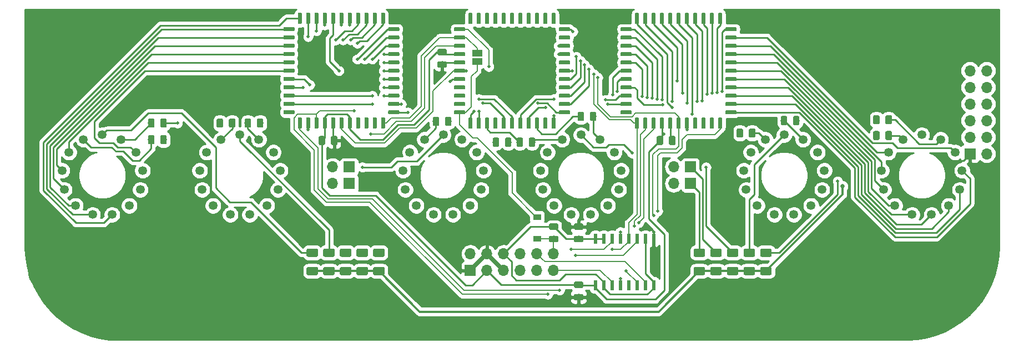
<source format=gbr>
G04 #@! TF.GenerationSoftware,KiCad,Pcbnew,(5.1.0-0)*
G04 #@! TF.CreationDate,2019-04-07T22:11:40-05:00*
G04 #@! TF.ProjectId,IN-14,494e2d31-342e-46b6-9963-61645f706362,rev?*
G04 #@! TF.SameCoordinates,Original*
G04 #@! TF.FileFunction,Copper,L2,Bot*
G04 #@! TF.FilePolarity,Positive*
%FSLAX46Y46*%
G04 Gerber Fmt 4.6, Leading zero omitted, Abs format (unit mm)*
G04 Created by KiCad (PCBNEW (5.1.0-0)) date 2019-04-07 22:11:40*
%MOMM*%
%LPD*%
G04 APERTURE LIST*
%ADD10O,1.700000X1.700000*%
%ADD11R,1.700000X1.700000*%
%ADD12C,1.346200*%
%ADD13C,0.100000*%
%ADD14C,0.600000*%
%ADD15C,0.975000*%
%ADD16R,1.500000X1.000000*%
%ADD17R,1.200000X0.900000*%
%ADD18C,0.800000*%
%ADD19C,6.400000*%
%ADD20R,0.600000X1.500000*%
%ADD21C,1.250000*%
%ADD22C,0.508000*%
%ADD23C,0.635000*%
%ADD24C,0.254000*%
%ADD25C,0.635000*%
%ADD26C,0.304800*%
%ADD27C,0.203200*%
G04 APERTURE END LIST*
D10*
X173412000Y-101020000D03*
D11*
X175952000Y-101020000D03*
D12*
X162117680Y-96835820D03*
X156367120Y-96835820D03*
X159242400Y-96127160D03*
X153098140Y-101570380D03*
X153456280Y-104509160D03*
X155137760Y-106947560D03*
X157761580Y-108324240D03*
X160723220Y-108324240D03*
X163347040Y-106947560D03*
X165028520Y-104509160D03*
X165386660Y-101570380D03*
X164335100Y-98799240D03*
X154149700Y-98799240D03*
D13*
G36*
X157457103Y-84765322D02*
G01*
X157471664Y-84767482D01*
X157485943Y-84771059D01*
X157499803Y-84776018D01*
X157513110Y-84782312D01*
X157525736Y-84789880D01*
X157537559Y-84798648D01*
X157548466Y-84808534D01*
X157558352Y-84819441D01*
X157567120Y-84831264D01*
X157574688Y-84843890D01*
X157580982Y-84857197D01*
X157585941Y-84871057D01*
X157589518Y-84885336D01*
X157591678Y-84899897D01*
X157592400Y-84914600D01*
X157592400Y-85214600D01*
X157591678Y-85229303D01*
X157589518Y-85243864D01*
X157585941Y-85258143D01*
X157580982Y-85272003D01*
X157574688Y-85285310D01*
X157567120Y-85297936D01*
X157558352Y-85309759D01*
X157548466Y-85320666D01*
X157537559Y-85330552D01*
X157525736Y-85339320D01*
X157513110Y-85346888D01*
X157499803Y-85353182D01*
X157485943Y-85358141D01*
X157471664Y-85361718D01*
X157457103Y-85363878D01*
X157442400Y-85364600D01*
X156042400Y-85364600D01*
X156027697Y-85363878D01*
X156013136Y-85361718D01*
X155998857Y-85358141D01*
X155984997Y-85353182D01*
X155971690Y-85346888D01*
X155959064Y-85339320D01*
X155947241Y-85330552D01*
X155936334Y-85320666D01*
X155926448Y-85309759D01*
X155917680Y-85297936D01*
X155910112Y-85285310D01*
X155903818Y-85272003D01*
X155898859Y-85258143D01*
X155895282Y-85243864D01*
X155893122Y-85229303D01*
X155892400Y-85214600D01*
X155892400Y-84914600D01*
X155893122Y-84899897D01*
X155895282Y-84885336D01*
X155898859Y-84871057D01*
X155903818Y-84857197D01*
X155910112Y-84843890D01*
X155917680Y-84831264D01*
X155926448Y-84819441D01*
X155936334Y-84808534D01*
X155947241Y-84798648D01*
X155959064Y-84789880D01*
X155971690Y-84782312D01*
X155984997Y-84776018D01*
X155998857Y-84771059D01*
X156013136Y-84767482D01*
X156027697Y-84765322D01*
X156042400Y-84764600D01*
X157442400Y-84764600D01*
X157457103Y-84765322D01*
X157457103Y-84765322D01*
G37*
D14*
X156742400Y-85064600D03*
D13*
G36*
X157457103Y-83495322D02*
G01*
X157471664Y-83497482D01*
X157485943Y-83501059D01*
X157499803Y-83506018D01*
X157513110Y-83512312D01*
X157525736Y-83519880D01*
X157537559Y-83528648D01*
X157548466Y-83538534D01*
X157558352Y-83549441D01*
X157567120Y-83561264D01*
X157574688Y-83573890D01*
X157580982Y-83587197D01*
X157585941Y-83601057D01*
X157589518Y-83615336D01*
X157591678Y-83629897D01*
X157592400Y-83644600D01*
X157592400Y-83944600D01*
X157591678Y-83959303D01*
X157589518Y-83973864D01*
X157585941Y-83988143D01*
X157580982Y-84002003D01*
X157574688Y-84015310D01*
X157567120Y-84027936D01*
X157558352Y-84039759D01*
X157548466Y-84050666D01*
X157537559Y-84060552D01*
X157525736Y-84069320D01*
X157513110Y-84076888D01*
X157499803Y-84083182D01*
X157485943Y-84088141D01*
X157471664Y-84091718D01*
X157457103Y-84093878D01*
X157442400Y-84094600D01*
X156042400Y-84094600D01*
X156027697Y-84093878D01*
X156013136Y-84091718D01*
X155998857Y-84088141D01*
X155984997Y-84083182D01*
X155971690Y-84076888D01*
X155959064Y-84069320D01*
X155947241Y-84060552D01*
X155936334Y-84050666D01*
X155926448Y-84039759D01*
X155917680Y-84027936D01*
X155910112Y-84015310D01*
X155903818Y-84002003D01*
X155898859Y-83988143D01*
X155895282Y-83973864D01*
X155893122Y-83959303D01*
X155892400Y-83944600D01*
X155892400Y-83644600D01*
X155893122Y-83629897D01*
X155895282Y-83615336D01*
X155898859Y-83601057D01*
X155903818Y-83587197D01*
X155910112Y-83573890D01*
X155917680Y-83561264D01*
X155926448Y-83549441D01*
X155936334Y-83538534D01*
X155947241Y-83528648D01*
X155959064Y-83519880D01*
X155971690Y-83512312D01*
X155984997Y-83506018D01*
X155998857Y-83501059D01*
X156013136Y-83497482D01*
X156027697Y-83495322D01*
X156042400Y-83494600D01*
X157442400Y-83494600D01*
X157457103Y-83495322D01*
X157457103Y-83495322D01*
G37*
D14*
X156742400Y-83794600D03*
D13*
G36*
X157457103Y-82225322D02*
G01*
X157471664Y-82227482D01*
X157485943Y-82231059D01*
X157499803Y-82236018D01*
X157513110Y-82242312D01*
X157525736Y-82249880D01*
X157537559Y-82258648D01*
X157548466Y-82268534D01*
X157558352Y-82279441D01*
X157567120Y-82291264D01*
X157574688Y-82303890D01*
X157580982Y-82317197D01*
X157585941Y-82331057D01*
X157589518Y-82345336D01*
X157591678Y-82359897D01*
X157592400Y-82374600D01*
X157592400Y-82674600D01*
X157591678Y-82689303D01*
X157589518Y-82703864D01*
X157585941Y-82718143D01*
X157580982Y-82732003D01*
X157574688Y-82745310D01*
X157567120Y-82757936D01*
X157558352Y-82769759D01*
X157548466Y-82780666D01*
X157537559Y-82790552D01*
X157525736Y-82799320D01*
X157513110Y-82806888D01*
X157499803Y-82813182D01*
X157485943Y-82818141D01*
X157471664Y-82821718D01*
X157457103Y-82823878D01*
X157442400Y-82824600D01*
X156042400Y-82824600D01*
X156027697Y-82823878D01*
X156013136Y-82821718D01*
X155998857Y-82818141D01*
X155984997Y-82813182D01*
X155971690Y-82806888D01*
X155959064Y-82799320D01*
X155947241Y-82790552D01*
X155936334Y-82780666D01*
X155926448Y-82769759D01*
X155917680Y-82757936D01*
X155910112Y-82745310D01*
X155903818Y-82732003D01*
X155898859Y-82718143D01*
X155895282Y-82703864D01*
X155893122Y-82689303D01*
X155892400Y-82674600D01*
X155892400Y-82374600D01*
X155893122Y-82359897D01*
X155895282Y-82345336D01*
X155898859Y-82331057D01*
X155903818Y-82317197D01*
X155910112Y-82303890D01*
X155917680Y-82291264D01*
X155926448Y-82279441D01*
X155936334Y-82268534D01*
X155947241Y-82258648D01*
X155959064Y-82249880D01*
X155971690Y-82242312D01*
X155984997Y-82236018D01*
X155998857Y-82231059D01*
X156013136Y-82227482D01*
X156027697Y-82225322D01*
X156042400Y-82224600D01*
X157442400Y-82224600D01*
X157457103Y-82225322D01*
X157457103Y-82225322D01*
G37*
D14*
X156742400Y-82524600D03*
D13*
G36*
X157457103Y-80955322D02*
G01*
X157471664Y-80957482D01*
X157485943Y-80961059D01*
X157499803Y-80966018D01*
X157513110Y-80972312D01*
X157525736Y-80979880D01*
X157537559Y-80988648D01*
X157548466Y-80998534D01*
X157558352Y-81009441D01*
X157567120Y-81021264D01*
X157574688Y-81033890D01*
X157580982Y-81047197D01*
X157585941Y-81061057D01*
X157589518Y-81075336D01*
X157591678Y-81089897D01*
X157592400Y-81104600D01*
X157592400Y-81404600D01*
X157591678Y-81419303D01*
X157589518Y-81433864D01*
X157585941Y-81448143D01*
X157580982Y-81462003D01*
X157574688Y-81475310D01*
X157567120Y-81487936D01*
X157558352Y-81499759D01*
X157548466Y-81510666D01*
X157537559Y-81520552D01*
X157525736Y-81529320D01*
X157513110Y-81536888D01*
X157499803Y-81543182D01*
X157485943Y-81548141D01*
X157471664Y-81551718D01*
X157457103Y-81553878D01*
X157442400Y-81554600D01*
X156042400Y-81554600D01*
X156027697Y-81553878D01*
X156013136Y-81551718D01*
X155998857Y-81548141D01*
X155984997Y-81543182D01*
X155971690Y-81536888D01*
X155959064Y-81529320D01*
X155947241Y-81520552D01*
X155936334Y-81510666D01*
X155926448Y-81499759D01*
X155917680Y-81487936D01*
X155910112Y-81475310D01*
X155903818Y-81462003D01*
X155898859Y-81448143D01*
X155895282Y-81433864D01*
X155893122Y-81419303D01*
X155892400Y-81404600D01*
X155892400Y-81104600D01*
X155893122Y-81089897D01*
X155895282Y-81075336D01*
X155898859Y-81061057D01*
X155903818Y-81047197D01*
X155910112Y-81033890D01*
X155917680Y-81021264D01*
X155926448Y-81009441D01*
X155936334Y-80998534D01*
X155947241Y-80988648D01*
X155959064Y-80979880D01*
X155971690Y-80972312D01*
X155984997Y-80966018D01*
X155998857Y-80961059D01*
X156013136Y-80957482D01*
X156027697Y-80955322D01*
X156042400Y-80954600D01*
X157442400Y-80954600D01*
X157457103Y-80955322D01*
X157457103Y-80955322D01*
G37*
D14*
X156742400Y-81254600D03*
D13*
G36*
X157457103Y-79685322D02*
G01*
X157471664Y-79687482D01*
X157485943Y-79691059D01*
X157499803Y-79696018D01*
X157513110Y-79702312D01*
X157525736Y-79709880D01*
X157537559Y-79718648D01*
X157548466Y-79728534D01*
X157558352Y-79739441D01*
X157567120Y-79751264D01*
X157574688Y-79763890D01*
X157580982Y-79777197D01*
X157585941Y-79791057D01*
X157589518Y-79805336D01*
X157591678Y-79819897D01*
X157592400Y-79834600D01*
X157592400Y-80134600D01*
X157591678Y-80149303D01*
X157589518Y-80163864D01*
X157585941Y-80178143D01*
X157580982Y-80192003D01*
X157574688Y-80205310D01*
X157567120Y-80217936D01*
X157558352Y-80229759D01*
X157548466Y-80240666D01*
X157537559Y-80250552D01*
X157525736Y-80259320D01*
X157513110Y-80266888D01*
X157499803Y-80273182D01*
X157485943Y-80278141D01*
X157471664Y-80281718D01*
X157457103Y-80283878D01*
X157442400Y-80284600D01*
X156042400Y-80284600D01*
X156027697Y-80283878D01*
X156013136Y-80281718D01*
X155998857Y-80278141D01*
X155984997Y-80273182D01*
X155971690Y-80266888D01*
X155959064Y-80259320D01*
X155947241Y-80250552D01*
X155936334Y-80240666D01*
X155926448Y-80229759D01*
X155917680Y-80217936D01*
X155910112Y-80205310D01*
X155903818Y-80192003D01*
X155898859Y-80178143D01*
X155895282Y-80163864D01*
X155893122Y-80149303D01*
X155892400Y-80134600D01*
X155892400Y-79834600D01*
X155893122Y-79819897D01*
X155895282Y-79805336D01*
X155898859Y-79791057D01*
X155903818Y-79777197D01*
X155910112Y-79763890D01*
X155917680Y-79751264D01*
X155926448Y-79739441D01*
X155936334Y-79728534D01*
X155947241Y-79718648D01*
X155959064Y-79709880D01*
X155971690Y-79702312D01*
X155984997Y-79696018D01*
X155998857Y-79691059D01*
X156013136Y-79687482D01*
X156027697Y-79685322D01*
X156042400Y-79684600D01*
X157442400Y-79684600D01*
X157457103Y-79685322D01*
X157457103Y-79685322D01*
G37*
D14*
X156742400Y-79984600D03*
D13*
G36*
X155257103Y-77485322D02*
G01*
X155271664Y-77487482D01*
X155285943Y-77491059D01*
X155299803Y-77496018D01*
X155313110Y-77502312D01*
X155325736Y-77509880D01*
X155337559Y-77518648D01*
X155348466Y-77528534D01*
X155358352Y-77539441D01*
X155367120Y-77551264D01*
X155374688Y-77563890D01*
X155380982Y-77577197D01*
X155385941Y-77591057D01*
X155389518Y-77605336D01*
X155391678Y-77619897D01*
X155392400Y-77634600D01*
X155392400Y-79034600D01*
X155391678Y-79049303D01*
X155389518Y-79063864D01*
X155385941Y-79078143D01*
X155380982Y-79092003D01*
X155374688Y-79105310D01*
X155367120Y-79117936D01*
X155358352Y-79129759D01*
X155348466Y-79140666D01*
X155337559Y-79150552D01*
X155325736Y-79159320D01*
X155313110Y-79166888D01*
X155299803Y-79173182D01*
X155285943Y-79178141D01*
X155271664Y-79181718D01*
X155257103Y-79183878D01*
X155242400Y-79184600D01*
X154942400Y-79184600D01*
X154927697Y-79183878D01*
X154913136Y-79181718D01*
X154898857Y-79178141D01*
X154884997Y-79173182D01*
X154871690Y-79166888D01*
X154859064Y-79159320D01*
X154847241Y-79150552D01*
X154836334Y-79140666D01*
X154826448Y-79129759D01*
X154817680Y-79117936D01*
X154810112Y-79105310D01*
X154803818Y-79092003D01*
X154798859Y-79078143D01*
X154795282Y-79063864D01*
X154793122Y-79049303D01*
X154792400Y-79034600D01*
X154792400Y-77634600D01*
X154793122Y-77619897D01*
X154795282Y-77605336D01*
X154798859Y-77591057D01*
X154803818Y-77577197D01*
X154810112Y-77563890D01*
X154817680Y-77551264D01*
X154826448Y-77539441D01*
X154836334Y-77528534D01*
X154847241Y-77518648D01*
X154859064Y-77509880D01*
X154871690Y-77502312D01*
X154884997Y-77496018D01*
X154898857Y-77491059D01*
X154913136Y-77487482D01*
X154927697Y-77485322D01*
X154942400Y-77484600D01*
X155242400Y-77484600D01*
X155257103Y-77485322D01*
X155257103Y-77485322D01*
G37*
D14*
X155092400Y-78334600D03*
D13*
G36*
X153987103Y-77485322D02*
G01*
X154001664Y-77487482D01*
X154015943Y-77491059D01*
X154029803Y-77496018D01*
X154043110Y-77502312D01*
X154055736Y-77509880D01*
X154067559Y-77518648D01*
X154078466Y-77528534D01*
X154088352Y-77539441D01*
X154097120Y-77551264D01*
X154104688Y-77563890D01*
X154110982Y-77577197D01*
X154115941Y-77591057D01*
X154119518Y-77605336D01*
X154121678Y-77619897D01*
X154122400Y-77634600D01*
X154122400Y-79034600D01*
X154121678Y-79049303D01*
X154119518Y-79063864D01*
X154115941Y-79078143D01*
X154110982Y-79092003D01*
X154104688Y-79105310D01*
X154097120Y-79117936D01*
X154088352Y-79129759D01*
X154078466Y-79140666D01*
X154067559Y-79150552D01*
X154055736Y-79159320D01*
X154043110Y-79166888D01*
X154029803Y-79173182D01*
X154015943Y-79178141D01*
X154001664Y-79181718D01*
X153987103Y-79183878D01*
X153972400Y-79184600D01*
X153672400Y-79184600D01*
X153657697Y-79183878D01*
X153643136Y-79181718D01*
X153628857Y-79178141D01*
X153614997Y-79173182D01*
X153601690Y-79166888D01*
X153589064Y-79159320D01*
X153577241Y-79150552D01*
X153566334Y-79140666D01*
X153556448Y-79129759D01*
X153547680Y-79117936D01*
X153540112Y-79105310D01*
X153533818Y-79092003D01*
X153528859Y-79078143D01*
X153525282Y-79063864D01*
X153523122Y-79049303D01*
X153522400Y-79034600D01*
X153522400Y-77634600D01*
X153523122Y-77619897D01*
X153525282Y-77605336D01*
X153528859Y-77591057D01*
X153533818Y-77577197D01*
X153540112Y-77563890D01*
X153547680Y-77551264D01*
X153556448Y-77539441D01*
X153566334Y-77528534D01*
X153577241Y-77518648D01*
X153589064Y-77509880D01*
X153601690Y-77502312D01*
X153614997Y-77496018D01*
X153628857Y-77491059D01*
X153643136Y-77487482D01*
X153657697Y-77485322D01*
X153672400Y-77484600D01*
X153972400Y-77484600D01*
X153987103Y-77485322D01*
X153987103Y-77485322D01*
G37*
D14*
X153822400Y-78334600D03*
D13*
G36*
X152717103Y-77485322D02*
G01*
X152731664Y-77487482D01*
X152745943Y-77491059D01*
X152759803Y-77496018D01*
X152773110Y-77502312D01*
X152785736Y-77509880D01*
X152797559Y-77518648D01*
X152808466Y-77528534D01*
X152818352Y-77539441D01*
X152827120Y-77551264D01*
X152834688Y-77563890D01*
X152840982Y-77577197D01*
X152845941Y-77591057D01*
X152849518Y-77605336D01*
X152851678Y-77619897D01*
X152852400Y-77634600D01*
X152852400Y-79034600D01*
X152851678Y-79049303D01*
X152849518Y-79063864D01*
X152845941Y-79078143D01*
X152840982Y-79092003D01*
X152834688Y-79105310D01*
X152827120Y-79117936D01*
X152818352Y-79129759D01*
X152808466Y-79140666D01*
X152797559Y-79150552D01*
X152785736Y-79159320D01*
X152773110Y-79166888D01*
X152759803Y-79173182D01*
X152745943Y-79178141D01*
X152731664Y-79181718D01*
X152717103Y-79183878D01*
X152702400Y-79184600D01*
X152402400Y-79184600D01*
X152387697Y-79183878D01*
X152373136Y-79181718D01*
X152358857Y-79178141D01*
X152344997Y-79173182D01*
X152331690Y-79166888D01*
X152319064Y-79159320D01*
X152307241Y-79150552D01*
X152296334Y-79140666D01*
X152286448Y-79129759D01*
X152277680Y-79117936D01*
X152270112Y-79105310D01*
X152263818Y-79092003D01*
X152258859Y-79078143D01*
X152255282Y-79063864D01*
X152253122Y-79049303D01*
X152252400Y-79034600D01*
X152252400Y-77634600D01*
X152253122Y-77619897D01*
X152255282Y-77605336D01*
X152258859Y-77591057D01*
X152263818Y-77577197D01*
X152270112Y-77563890D01*
X152277680Y-77551264D01*
X152286448Y-77539441D01*
X152296334Y-77528534D01*
X152307241Y-77518648D01*
X152319064Y-77509880D01*
X152331690Y-77502312D01*
X152344997Y-77496018D01*
X152358857Y-77491059D01*
X152373136Y-77487482D01*
X152387697Y-77485322D01*
X152402400Y-77484600D01*
X152702400Y-77484600D01*
X152717103Y-77485322D01*
X152717103Y-77485322D01*
G37*
D14*
X152552400Y-78334600D03*
D13*
G36*
X151447103Y-77485322D02*
G01*
X151461664Y-77487482D01*
X151475943Y-77491059D01*
X151489803Y-77496018D01*
X151503110Y-77502312D01*
X151515736Y-77509880D01*
X151527559Y-77518648D01*
X151538466Y-77528534D01*
X151548352Y-77539441D01*
X151557120Y-77551264D01*
X151564688Y-77563890D01*
X151570982Y-77577197D01*
X151575941Y-77591057D01*
X151579518Y-77605336D01*
X151581678Y-77619897D01*
X151582400Y-77634600D01*
X151582400Y-79034600D01*
X151581678Y-79049303D01*
X151579518Y-79063864D01*
X151575941Y-79078143D01*
X151570982Y-79092003D01*
X151564688Y-79105310D01*
X151557120Y-79117936D01*
X151548352Y-79129759D01*
X151538466Y-79140666D01*
X151527559Y-79150552D01*
X151515736Y-79159320D01*
X151503110Y-79166888D01*
X151489803Y-79173182D01*
X151475943Y-79178141D01*
X151461664Y-79181718D01*
X151447103Y-79183878D01*
X151432400Y-79184600D01*
X151132400Y-79184600D01*
X151117697Y-79183878D01*
X151103136Y-79181718D01*
X151088857Y-79178141D01*
X151074997Y-79173182D01*
X151061690Y-79166888D01*
X151049064Y-79159320D01*
X151037241Y-79150552D01*
X151026334Y-79140666D01*
X151016448Y-79129759D01*
X151007680Y-79117936D01*
X151000112Y-79105310D01*
X150993818Y-79092003D01*
X150988859Y-79078143D01*
X150985282Y-79063864D01*
X150983122Y-79049303D01*
X150982400Y-79034600D01*
X150982400Y-77634600D01*
X150983122Y-77619897D01*
X150985282Y-77605336D01*
X150988859Y-77591057D01*
X150993818Y-77577197D01*
X151000112Y-77563890D01*
X151007680Y-77551264D01*
X151016448Y-77539441D01*
X151026334Y-77528534D01*
X151037241Y-77518648D01*
X151049064Y-77509880D01*
X151061690Y-77502312D01*
X151074997Y-77496018D01*
X151088857Y-77491059D01*
X151103136Y-77487482D01*
X151117697Y-77485322D01*
X151132400Y-77484600D01*
X151432400Y-77484600D01*
X151447103Y-77485322D01*
X151447103Y-77485322D01*
G37*
D14*
X151282400Y-78334600D03*
D13*
G36*
X150177103Y-77485322D02*
G01*
X150191664Y-77487482D01*
X150205943Y-77491059D01*
X150219803Y-77496018D01*
X150233110Y-77502312D01*
X150245736Y-77509880D01*
X150257559Y-77518648D01*
X150268466Y-77528534D01*
X150278352Y-77539441D01*
X150287120Y-77551264D01*
X150294688Y-77563890D01*
X150300982Y-77577197D01*
X150305941Y-77591057D01*
X150309518Y-77605336D01*
X150311678Y-77619897D01*
X150312400Y-77634600D01*
X150312400Y-79034600D01*
X150311678Y-79049303D01*
X150309518Y-79063864D01*
X150305941Y-79078143D01*
X150300982Y-79092003D01*
X150294688Y-79105310D01*
X150287120Y-79117936D01*
X150278352Y-79129759D01*
X150268466Y-79140666D01*
X150257559Y-79150552D01*
X150245736Y-79159320D01*
X150233110Y-79166888D01*
X150219803Y-79173182D01*
X150205943Y-79178141D01*
X150191664Y-79181718D01*
X150177103Y-79183878D01*
X150162400Y-79184600D01*
X149862400Y-79184600D01*
X149847697Y-79183878D01*
X149833136Y-79181718D01*
X149818857Y-79178141D01*
X149804997Y-79173182D01*
X149791690Y-79166888D01*
X149779064Y-79159320D01*
X149767241Y-79150552D01*
X149756334Y-79140666D01*
X149746448Y-79129759D01*
X149737680Y-79117936D01*
X149730112Y-79105310D01*
X149723818Y-79092003D01*
X149718859Y-79078143D01*
X149715282Y-79063864D01*
X149713122Y-79049303D01*
X149712400Y-79034600D01*
X149712400Y-77634600D01*
X149713122Y-77619897D01*
X149715282Y-77605336D01*
X149718859Y-77591057D01*
X149723818Y-77577197D01*
X149730112Y-77563890D01*
X149737680Y-77551264D01*
X149746448Y-77539441D01*
X149756334Y-77528534D01*
X149767241Y-77518648D01*
X149779064Y-77509880D01*
X149791690Y-77502312D01*
X149804997Y-77496018D01*
X149818857Y-77491059D01*
X149833136Y-77487482D01*
X149847697Y-77485322D01*
X149862400Y-77484600D01*
X150162400Y-77484600D01*
X150177103Y-77485322D01*
X150177103Y-77485322D01*
G37*
D14*
X150012400Y-78334600D03*
D13*
G36*
X148907103Y-77485322D02*
G01*
X148921664Y-77487482D01*
X148935943Y-77491059D01*
X148949803Y-77496018D01*
X148963110Y-77502312D01*
X148975736Y-77509880D01*
X148987559Y-77518648D01*
X148998466Y-77528534D01*
X149008352Y-77539441D01*
X149017120Y-77551264D01*
X149024688Y-77563890D01*
X149030982Y-77577197D01*
X149035941Y-77591057D01*
X149039518Y-77605336D01*
X149041678Y-77619897D01*
X149042400Y-77634600D01*
X149042400Y-79034600D01*
X149041678Y-79049303D01*
X149039518Y-79063864D01*
X149035941Y-79078143D01*
X149030982Y-79092003D01*
X149024688Y-79105310D01*
X149017120Y-79117936D01*
X149008352Y-79129759D01*
X148998466Y-79140666D01*
X148987559Y-79150552D01*
X148975736Y-79159320D01*
X148963110Y-79166888D01*
X148949803Y-79173182D01*
X148935943Y-79178141D01*
X148921664Y-79181718D01*
X148907103Y-79183878D01*
X148892400Y-79184600D01*
X148592400Y-79184600D01*
X148577697Y-79183878D01*
X148563136Y-79181718D01*
X148548857Y-79178141D01*
X148534997Y-79173182D01*
X148521690Y-79166888D01*
X148509064Y-79159320D01*
X148497241Y-79150552D01*
X148486334Y-79140666D01*
X148476448Y-79129759D01*
X148467680Y-79117936D01*
X148460112Y-79105310D01*
X148453818Y-79092003D01*
X148448859Y-79078143D01*
X148445282Y-79063864D01*
X148443122Y-79049303D01*
X148442400Y-79034600D01*
X148442400Y-77634600D01*
X148443122Y-77619897D01*
X148445282Y-77605336D01*
X148448859Y-77591057D01*
X148453818Y-77577197D01*
X148460112Y-77563890D01*
X148467680Y-77551264D01*
X148476448Y-77539441D01*
X148486334Y-77528534D01*
X148497241Y-77518648D01*
X148509064Y-77509880D01*
X148521690Y-77502312D01*
X148534997Y-77496018D01*
X148548857Y-77491059D01*
X148563136Y-77487482D01*
X148577697Y-77485322D01*
X148592400Y-77484600D01*
X148892400Y-77484600D01*
X148907103Y-77485322D01*
X148907103Y-77485322D01*
G37*
D14*
X148742400Y-78334600D03*
D13*
G36*
X147637103Y-77485322D02*
G01*
X147651664Y-77487482D01*
X147665943Y-77491059D01*
X147679803Y-77496018D01*
X147693110Y-77502312D01*
X147705736Y-77509880D01*
X147717559Y-77518648D01*
X147728466Y-77528534D01*
X147738352Y-77539441D01*
X147747120Y-77551264D01*
X147754688Y-77563890D01*
X147760982Y-77577197D01*
X147765941Y-77591057D01*
X147769518Y-77605336D01*
X147771678Y-77619897D01*
X147772400Y-77634600D01*
X147772400Y-79034600D01*
X147771678Y-79049303D01*
X147769518Y-79063864D01*
X147765941Y-79078143D01*
X147760982Y-79092003D01*
X147754688Y-79105310D01*
X147747120Y-79117936D01*
X147738352Y-79129759D01*
X147728466Y-79140666D01*
X147717559Y-79150552D01*
X147705736Y-79159320D01*
X147693110Y-79166888D01*
X147679803Y-79173182D01*
X147665943Y-79178141D01*
X147651664Y-79181718D01*
X147637103Y-79183878D01*
X147622400Y-79184600D01*
X147322400Y-79184600D01*
X147307697Y-79183878D01*
X147293136Y-79181718D01*
X147278857Y-79178141D01*
X147264997Y-79173182D01*
X147251690Y-79166888D01*
X147239064Y-79159320D01*
X147227241Y-79150552D01*
X147216334Y-79140666D01*
X147206448Y-79129759D01*
X147197680Y-79117936D01*
X147190112Y-79105310D01*
X147183818Y-79092003D01*
X147178859Y-79078143D01*
X147175282Y-79063864D01*
X147173122Y-79049303D01*
X147172400Y-79034600D01*
X147172400Y-77634600D01*
X147173122Y-77619897D01*
X147175282Y-77605336D01*
X147178859Y-77591057D01*
X147183818Y-77577197D01*
X147190112Y-77563890D01*
X147197680Y-77551264D01*
X147206448Y-77539441D01*
X147216334Y-77528534D01*
X147227241Y-77518648D01*
X147239064Y-77509880D01*
X147251690Y-77502312D01*
X147264997Y-77496018D01*
X147278857Y-77491059D01*
X147293136Y-77487482D01*
X147307697Y-77485322D01*
X147322400Y-77484600D01*
X147622400Y-77484600D01*
X147637103Y-77485322D01*
X147637103Y-77485322D01*
G37*
D14*
X147472400Y-78334600D03*
D13*
G36*
X146367103Y-77485322D02*
G01*
X146381664Y-77487482D01*
X146395943Y-77491059D01*
X146409803Y-77496018D01*
X146423110Y-77502312D01*
X146435736Y-77509880D01*
X146447559Y-77518648D01*
X146458466Y-77528534D01*
X146468352Y-77539441D01*
X146477120Y-77551264D01*
X146484688Y-77563890D01*
X146490982Y-77577197D01*
X146495941Y-77591057D01*
X146499518Y-77605336D01*
X146501678Y-77619897D01*
X146502400Y-77634600D01*
X146502400Y-79034600D01*
X146501678Y-79049303D01*
X146499518Y-79063864D01*
X146495941Y-79078143D01*
X146490982Y-79092003D01*
X146484688Y-79105310D01*
X146477120Y-79117936D01*
X146468352Y-79129759D01*
X146458466Y-79140666D01*
X146447559Y-79150552D01*
X146435736Y-79159320D01*
X146423110Y-79166888D01*
X146409803Y-79173182D01*
X146395943Y-79178141D01*
X146381664Y-79181718D01*
X146367103Y-79183878D01*
X146352400Y-79184600D01*
X146052400Y-79184600D01*
X146037697Y-79183878D01*
X146023136Y-79181718D01*
X146008857Y-79178141D01*
X145994997Y-79173182D01*
X145981690Y-79166888D01*
X145969064Y-79159320D01*
X145957241Y-79150552D01*
X145946334Y-79140666D01*
X145936448Y-79129759D01*
X145927680Y-79117936D01*
X145920112Y-79105310D01*
X145913818Y-79092003D01*
X145908859Y-79078143D01*
X145905282Y-79063864D01*
X145903122Y-79049303D01*
X145902400Y-79034600D01*
X145902400Y-77634600D01*
X145903122Y-77619897D01*
X145905282Y-77605336D01*
X145908859Y-77591057D01*
X145913818Y-77577197D01*
X145920112Y-77563890D01*
X145927680Y-77551264D01*
X145936448Y-77539441D01*
X145946334Y-77528534D01*
X145957241Y-77518648D01*
X145969064Y-77509880D01*
X145981690Y-77502312D01*
X145994997Y-77496018D01*
X146008857Y-77491059D01*
X146023136Y-77487482D01*
X146037697Y-77485322D01*
X146052400Y-77484600D01*
X146352400Y-77484600D01*
X146367103Y-77485322D01*
X146367103Y-77485322D01*
G37*
D14*
X146202400Y-78334600D03*
D13*
G36*
X145097103Y-77485322D02*
G01*
X145111664Y-77487482D01*
X145125943Y-77491059D01*
X145139803Y-77496018D01*
X145153110Y-77502312D01*
X145165736Y-77509880D01*
X145177559Y-77518648D01*
X145188466Y-77528534D01*
X145198352Y-77539441D01*
X145207120Y-77551264D01*
X145214688Y-77563890D01*
X145220982Y-77577197D01*
X145225941Y-77591057D01*
X145229518Y-77605336D01*
X145231678Y-77619897D01*
X145232400Y-77634600D01*
X145232400Y-79034600D01*
X145231678Y-79049303D01*
X145229518Y-79063864D01*
X145225941Y-79078143D01*
X145220982Y-79092003D01*
X145214688Y-79105310D01*
X145207120Y-79117936D01*
X145198352Y-79129759D01*
X145188466Y-79140666D01*
X145177559Y-79150552D01*
X145165736Y-79159320D01*
X145153110Y-79166888D01*
X145139803Y-79173182D01*
X145125943Y-79178141D01*
X145111664Y-79181718D01*
X145097103Y-79183878D01*
X145082400Y-79184600D01*
X144782400Y-79184600D01*
X144767697Y-79183878D01*
X144753136Y-79181718D01*
X144738857Y-79178141D01*
X144724997Y-79173182D01*
X144711690Y-79166888D01*
X144699064Y-79159320D01*
X144687241Y-79150552D01*
X144676334Y-79140666D01*
X144666448Y-79129759D01*
X144657680Y-79117936D01*
X144650112Y-79105310D01*
X144643818Y-79092003D01*
X144638859Y-79078143D01*
X144635282Y-79063864D01*
X144633122Y-79049303D01*
X144632400Y-79034600D01*
X144632400Y-77634600D01*
X144633122Y-77619897D01*
X144635282Y-77605336D01*
X144638859Y-77591057D01*
X144643818Y-77577197D01*
X144650112Y-77563890D01*
X144657680Y-77551264D01*
X144666448Y-77539441D01*
X144676334Y-77528534D01*
X144687241Y-77518648D01*
X144699064Y-77509880D01*
X144711690Y-77502312D01*
X144724997Y-77496018D01*
X144738857Y-77491059D01*
X144753136Y-77487482D01*
X144767697Y-77485322D01*
X144782400Y-77484600D01*
X145082400Y-77484600D01*
X145097103Y-77485322D01*
X145097103Y-77485322D01*
G37*
D14*
X144932400Y-78334600D03*
D13*
G36*
X143827103Y-77485322D02*
G01*
X143841664Y-77487482D01*
X143855943Y-77491059D01*
X143869803Y-77496018D01*
X143883110Y-77502312D01*
X143895736Y-77509880D01*
X143907559Y-77518648D01*
X143918466Y-77528534D01*
X143928352Y-77539441D01*
X143937120Y-77551264D01*
X143944688Y-77563890D01*
X143950982Y-77577197D01*
X143955941Y-77591057D01*
X143959518Y-77605336D01*
X143961678Y-77619897D01*
X143962400Y-77634600D01*
X143962400Y-79034600D01*
X143961678Y-79049303D01*
X143959518Y-79063864D01*
X143955941Y-79078143D01*
X143950982Y-79092003D01*
X143944688Y-79105310D01*
X143937120Y-79117936D01*
X143928352Y-79129759D01*
X143918466Y-79140666D01*
X143907559Y-79150552D01*
X143895736Y-79159320D01*
X143883110Y-79166888D01*
X143869803Y-79173182D01*
X143855943Y-79178141D01*
X143841664Y-79181718D01*
X143827103Y-79183878D01*
X143812400Y-79184600D01*
X143512400Y-79184600D01*
X143497697Y-79183878D01*
X143483136Y-79181718D01*
X143468857Y-79178141D01*
X143454997Y-79173182D01*
X143441690Y-79166888D01*
X143429064Y-79159320D01*
X143417241Y-79150552D01*
X143406334Y-79140666D01*
X143396448Y-79129759D01*
X143387680Y-79117936D01*
X143380112Y-79105310D01*
X143373818Y-79092003D01*
X143368859Y-79078143D01*
X143365282Y-79063864D01*
X143363122Y-79049303D01*
X143362400Y-79034600D01*
X143362400Y-77634600D01*
X143363122Y-77619897D01*
X143365282Y-77605336D01*
X143368859Y-77591057D01*
X143373818Y-77577197D01*
X143380112Y-77563890D01*
X143387680Y-77551264D01*
X143396448Y-77539441D01*
X143406334Y-77528534D01*
X143417241Y-77518648D01*
X143429064Y-77509880D01*
X143441690Y-77502312D01*
X143454997Y-77496018D01*
X143468857Y-77491059D01*
X143483136Y-77487482D01*
X143497697Y-77485322D01*
X143512400Y-77484600D01*
X143812400Y-77484600D01*
X143827103Y-77485322D01*
X143827103Y-77485322D01*
G37*
D14*
X143662400Y-78334600D03*
D13*
G36*
X142557103Y-77485322D02*
G01*
X142571664Y-77487482D01*
X142585943Y-77491059D01*
X142599803Y-77496018D01*
X142613110Y-77502312D01*
X142625736Y-77509880D01*
X142637559Y-77518648D01*
X142648466Y-77528534D01*
X142658352Y-77539441D01*
X142667120Y-77551264D01*
X142674688Y-77563890D01*
X142680982Y-77577197D01*
X142685941Y-77591057D01*
X142689518Y-77605336D01*
X142691678Y-77619897D01*
X142692400Y-77634600D01*
X142692400Y-79034600D01*
X142691678Y-79049303D01*
X142689518Y-79063864D01*
X142685941Y-79078143D01*
X142680982Y-79092003D01*
X142674688Y-79105310D01*
X142667120Y-79117936D01*
X142658352Y-79129759D01*
X142648466Y-79140666D01*
X142637559Y-79150552D01*
X142625736Y-79159320D01*
X142613110Y-79166888D01*
X142599803Y-79173182D01*
X142585943Y-79178141D01*
X142571664Y-79181718D01*
X142557103Y-79183878D01*
X142542400Y-79184600D01*
X142242400Y-79184600D01*
X142227697Y-79183878D01*
X142213136Y-79181718D01*
X142198857Y-79178141D01*
X142184997Y-79173182D01*
X142171690Y-79166888D01*
X142159064Y-79159320D01*
X142147241Y-79150552D01*
X142136334Y-79140666D01*
X142126448Y-79129759D01*
X142117680Y-79117936D01*
X142110112Y-79105310D01*
X142103818Y-79092003D01*
X142098859Y-79078143D01*
X142095282Y-79063864D01*
X142093122Y-79049303D01*
X142092400Y-79034600D01*
X142092400Y-77634600D01*
X142093122Y-77619897D01*
X142095282Y-77605336D01*
X142098859Y-77591057D01*
X142103818Y-77577197D01*
X142110112Y-77563890D01*
X142117680Y-77551264D01*
X142126448Y-77539441D01*
X142136334Y-77528534D01*
X142147241Y-77518648D01*
X142159064Y-77509880D01*
X142171690Y-77502312D01*
X142184997Y-77496018D01*
X142198857Y-77491059D01*
X142213136Y-77487482D01*
X142227697Y-77485322D01*
X142242400Y-77484600D01*
X142542400Y-77484600D01*
X142557103Y-77485322D01*
X142557103Y-77485322D01*
G37*
D14*
X142392400Y-78334600D03*
D13*
G36*
X141457103Y-79685322D02*
G01*
X141471664Y-79687482D01*
X141485943Y-79691059D01*
X141499803Y-79696018D01*
X141513110Y-79702312D01*
X141525736Y-79709880D01*
X141537559Y-79718648D01*
X141548466Y-79728534D01*
X141558352Y-79739441D01*
X141567120Y-79751264D01*
X141574688Y-79763890D01*
X141580982Y-79777197D01*
X141585941Y-79791057D01*
X141589518Y-79805336D01*
X141591678Y-79819897D01*
X141592400Y-79834600D01*
X141592400Y-80134600D01*
X141591678Y-80149303D01*
X141589518Y-80163864D01*
X141585941Y-80178143D01*
X141580982Y-80192003D01*
X141574688Y-80205310D01*
X141567120Y-80217936D01*
X141558352Y-80229759D01*
X141548466Y-80240666D01*
X141537559Y-80250552D01*
X141525736Y-80259320D01*
X141513110Y-80266888D01*
X141499803Y-80273182D01*
X141485943Y-80278141D01*
X141471664Y-80281718D01*
X141457103Y-80283878D01*
X141442400Y-80284600D01*
X140042400Y-80284600D01*
X140027697Y-80283878D01*
X140013136Y-80281718D01*
X139998857Y-80278141D01*
X139984997Y-80273182D01*
X139971690Y-80266888D01*
X139959064Y-80259320D01*
X139947241Y-80250552D01*
X139936334Y-80240666D01*
X139926448Y-80229759D01*
X139917680Y-80217936D01*
X139910112Y-80205310D01*
X139903818Y-80192003D01*
X139898859Y-80178143D01*
X139895282Y-80163864D01*
X139893122Y-80149303D01*
X139892400Y-80134600D01*
X139892400Y-79834600D01*
X139893122Y-79819897D01*
X139895282Y-79805336D01*
X139898859Y-79791057D01*
X139903818Y-79777197D01*
X139910112Y-79763890D01*
X139917680Y-79751264D01*
X139926448Y-79739441D01*
X139936334Y-79728534D01*
X139947241Y-79718648D01*
X139959064Y-79709880D01*
X139971690Y-79702312D01*
X139984997Y-79696018D01*
X139998857Y-79691059D01*
X140013136Y-79687482D01*
X140027697Y-79685322D01*
X140042400Y-79684600D01*
X141442400Y-79684600D01*
X141457103Y-79685322D01*
X141457103Y-79685322D01*
G37*
D14*
X140742400Y-79984600D03*
D13*
G36*
X141457103Y-80955322D02*
G01*
X141471664Y-80957482D01*
X141485943Y-80961059D01*
X141499803Y-80966018D01*
X141513110Y-80972312D01*
X141525736Y-80979880D01*
X141537559Y-80988648D01*
X141548466Y-80998534D01*
X141558352Y-81009441D01*
X141567120Y-81021264D01*
X141574688Y-81033890D01*
X141580982Y-81047197D01*
X141585941Y-81061057D01*
X141589518Y-81075336D01*
X141591678Y-81089897D01*
X141592400Y-81104600D01*
X141592400Y-81404600D01*
X141591678Y-81419303D01*
X141589518Y-81433864D01*
X141585941Y-81448143D01*
X141580982Y-81462003D01*
X141574688Y-81475310D01*
X141567120Y-81487936D01*
X141558352Y-81499759D01*
X141548466Y-81510666D01*
X141537559Y-81520552D01*
X141525736Y-81529320D01*
X141513110Y-81536888D01*
X141499803Y-81543182D01*
X141485943Y-81548141D01*
X141471664Y-81551718D01*
X141457103Y-81553878D01*
X141442400Y-81554600D01*
X140042400Y-81554600D01*
X140027697Y-81553878D01*
X140013136Y-81551718D01*
X139998857Y-81548141D01*
X139984997Y-81543182D01*
X139971690Y-81536888D01*
X139959064Y-81529320D01*
X139947241Y-81520552D01*
X139936334Y-81510666D01*
X139926448Y-81499759D01*
X139917680Y-81487936D01*
X139910112Y-81475310D01*
X139903818Y-81462003D01*
X139898859Y-81448143D01*
X139895282Y-81433864D01*
X139893122Y-81419303D01*
X139892400Y-81404600D01*
X139892400Y-81104600D01*
X139893122Y-81089897D01*
X139895282Y-81075336D01*
X139898859Y-81061057D01*
X139903818Y-81047197D01*
X139910112Y-81033890D01*
X139917680Y-81021264D01*
X139926448Y-81009441D01*
X139936334Y-80998534D01*
X139947241Y-80988648D01*
X139959064Y-80979880D01*
X139971690Y-80972312D01*
X139984997Y-80966018D01*
X139998857Y-80961059D01*
X140013136Y-80957482D01*
X140027697Y-80955322D01*
X140042400Y-80954600D01*
X141442400Y-80954600D01*
X141457103Y-80955322D01*
X141457103Y-80955322D01*
G37*
D14*
X140742400Y-81254600D03*
D13*
G36*
X141457103Y-82225322D02*
G01*
X141471664Y-82227482D01*
X141485943Y-82231059D01*
X141499803Y-82236018D01*
X141513110Y-82242312D01*
X141525736Y-82249880D01*
X141537559Y-82258648D01*
X141548466Y-82268534D01*
X141558352Y-82279441D01*
X141567120Y-82291264D01*
X141574688Y-82303890D01*
X141580982Y-82317197D01*
X141585941Y-82331057D01*
X141589518Y-82345336D01*
X141591678Y-82359897D01*
X141592400Y-82374600D01*
X141592400Y-82674600D01*
X141591678Y-82689303D01*
X141589518Y-82703864D01*
X141585941Y-82718143D01*
X141580982Y-82732003D01*
X141574688Y-82745310D01*
X141567120Y-82757936D01*
X141558352Y-82769759D01*
X141548466Y-82780666D01*
X141537559Y-82790552D01*
X141525736Y-82799320D01*
X141513110Y-82806888D01*
X141499803Y-82813182D01*
X141485943Y-82818141D01*
X141471664Y-82821718D01*
X141457103Y-82823878D01*
X141442400Y-82824600D01*
X140042400Y-82824600D01*
X140027697Y-82823878D01*
X140013136Y-82821718D01*
X139998857Y-82818141D01*
X139984997Y-82813182D01*
X139971690Y-82806888D01*
X139959064Y-82799320D01*
X139947241Y-82790552D01*
X139936334Y-82780666D01*
X139926448Y-82769759D01*
X139917680Y-82757936D01*
X139910112Y-82745310D01*
X139903818Y-82732003D01*
X139898859Y-82718143D01*
X139895282Y-82703864D01*
X139893122Y-82689303D01*
X139892400Y-82674600D01*
X139892400Y-82374600D01*
X139893122Y-82359897D01*
X139895282Y-82345336D01*
X139898859Y-82331057D01*
X139903818Y-82317197D01*
X139910112Y-82303890D01*
X139917680Y-82291264D01*
X139926448Y-82279441D01*
X139936334Y-82268534D01*
X139947241Y-82258648D01*
X139959064Y-82249880D01*
X139971690Y-82242312D01*
X139984997Y-82236018D01*
X139998857Y-82231059D01*
X140013136Y-82227482D01*
X140027697Y-82225322D01*
X140042400Y-82224600D01*
X141442400Y-82224600D01*
X141457103Y-82225322D01*
X141457103Y-82225322D01*
G37*
D14*
X140742400Y-82524600D03*
D13*
G36*
X141457103Y-83495322D02*
G01*
X141471664Y-83497482D01*
X141485943Y-83501059D01*
X141499803Y-83506018D01*
X141513110Y-83512312D01*
X141525736Y-83519880D01*
X141537559Y-83528648D01*
X141548466Y-83538534D01*
X141558352Y-83549441D01*
X141567120Y-83561264D01*
X141574688Y-83573890D01*
X141580982Y-83587197D01*
X141585941Y-83601057D01*
X141589518Y-83615336D01*
X141591678Y-83629897D01*
X141592400Y-83644600D01*
X141592400Y-83944600D01*
X141591678Y-83959303D01*
X141589518Y-83973864D01*
X141585941Y-83988143D01*
X141580982Y-84002003D01*
X141574688Y-84015310D01*
X141567120Y-84027936D01*
X141558352Y-84039759D01*
X141548466Y-84050666D01*
X141537559Y-84060552D01*
X141525736Y-84069320D01*
X141513110Y-84076888D01*
X141499803Y-84083182D01*
X141485943Y-84088141D01*
X141471664Y-84091718D01*
X141457103Y-84093878D01*
X141442400Y-84094600D01*
X140042400Y-84094600D01*
X140027697Y-84093878D01*
X140013136Y-84091718D01*
X139998857Y-84088141D01*
X139984997Y-84083182D01*
X139971690Y-84076888D01*
X139959064Y-84069320D01*
X139947241Y-84060552D01*
X139936334Y-84050666D01*
X139926448Y-84039759D01*
X139917680Y-84027936D01*
X139910112Y-84015310D01*
X139903818Y-84002003D01*
X139898859Y-83988143D01*
X139895282Y-83973864D01*
X139893122Y-83959303D01*
X139892400Y-83944600D01*
X139892400Y-83644600D01*
X139893122Y-83629897D01*
X139895282Y-83615336D01*
X139898859Y-83601057D01*
X139903818Y-83587197D01*
X139910112Y-83573890D01*
X139917680Y-83561264D01*
X139926448Y-83549441D01*
X139936334Y-83538534D01*
X139947241Y-83528648D01*
X139959064Y-83519880D01*
X139971690Y-83512312D01*
X139984997Y-83506018D01*
X139998857Y-83501059D01*
X140013136Y-83497482D01*
X140027697Y-83495322D01*
X140042400Y-83494600D01*
X141442400Y-83494600D01*
X141457103Y-83495322D01*
X141457103Y-83495322D01*
G37*
D14*
X140742400Y-83794600D03*
D13*
G36*
X141457103Y-84765322D02*
G01*
X141471664Y-84767482D01*
X141485943Y-84771059D01*
X141499803Y-84776018D01*
X141513110Y-84782312D01*
X141525736Y-84789880D01*
X141537559Y-84798648D01*
X141548466Y-84808534D01*
X141558352Y-84819441D01*
X141567120Y-84831264D01*
X141574688Y-84843890D01*
X141580982Y-84857197D01*
X141585941Y-84871057D01*
X141589518Y-84885336D01*
X141591678Y-84899897D01*
X141592400Y-84914600D01*
X141592400Y-85214600D01*
X141591678Y-85229303D01*
X141589518Y-85243864D01*
X141585941Y-85258143D01*
X141580982Y-85272003D01*
X141574688Y-85285310D01*
X141567120Y-85297936D01*
X141558352Y-85309759D01*
X141548466Y-85320666D01*
X141537559Y-85330552D01*
X141525736Y-85339320D01*
X141513110Y-85346888D01*
X141499803Y-85353182D01*
X141485943Y-85358141D01*
X141471664Y-85361718D01*
X141457103Y-85363878D01*
X141442400Y-85364600D01*
X140042400Y-85364600D01*
X140027697Y-85363878D01*
X140013136Y-85361718D01*
X139998857Y-85358141D01*
X139984997Y-85353182D01*
X139971690Y-85346888D01*
X139959064Y-85339320D01*
X139947241Y-85330552D01*
X139936334Y-85320666D01*
X139926448Y-85309759D01*
X139917680Y-85297936D01*
X139910112Y-85285310D01*
X139903818Y-85272003D01*
X139898859Y-85258143D01*
X139895282Y-85243864D01*
X139893122Y-85229303D01*
X139892400Y-85214600D01*
X139892400Y-84914600D01*
X139893122Y-84899897D01*
X139895282Y-84885336D01*
X139898859Y-84871057D01*
X139903818Y-84857197D01*
X139910112Y-84843890D01*
X139917680Y-84831264D01*
X139926448Y-84819441D01*
X139936334Y-84808534D01*
X139947241Y-84798648D01*
X139959064Y-84789880D01*
X139971690Y-84782312D01*
X139984997Y-84776018D01*
X139998857Y-84771059D01*
X140013136Y-84767482D01*
X140027697Y-84765322D01*
X140042400Y-84764600D01*
X141442400Y-84764600D01*
X141457103Y-84765322D01*
X141457103Y-84765322D01*
G37*
D14*
X140742400Y-85064600D03*
D13*
G36*
X141457103Y-86035322D02*
G01*
X141471664Y-86037482D01*
X141485943Y-86041059D01*
X141499803Y-86046018D01*
X141513110Y-86052312D01*
X141525736Y-86059880D01*
X141537559Y-86068648D01*
X141548466Y-86078534D01*
X141558352Y-86089441D01*
X141567120Y-86101264D01*
X141574688Y-86113890D01*
X141580982Y-86127197D01*
X141585941Y-86141057D01*
X141589518Y-86155336D01*
X141591678Y-86169897D01*
X141592400Y-86184600D01*
X141592400Y-86484600D01*
X141591678Y-86499303D01*
X141589518Y-86513864D01*
X141585941Y-86528143D01*
X141580982Y-86542003D01*
X141574688Y-86555310D01*
X141567120Y-86567936D01*
X141558352Y-86579759D01*
X141548466Y-86590666D01*
X141537559Y-86600552D01*
X141525736Y-86609320D01*
X141513110Y-86616888D01*
X141499803Y-86623182D01*
X141485943Y-86628141D01*
X141471664Y-86631718D01*
X141457103Y-86633878D01*
X141442400Y-86634600D01*
X140042400Y-86634600D01*
X140027697Y-86633878D01*
X140013136Y-86631718D01*
X139998857Y-86628141D01*
X139984997Y-86623182D01*
X139971690Y-86616888D01*
X139959064Y-86609320D01*
X139947241Y-86600552D01*
X139936334Y-86590666D01*
X139926448Y-86579759D01*
X139917680Y-86567936D01*
X139910112Y-86555310D01*
X139903818Y-86542003D01*
X139898859Y-86528143D01*
X139895282Y-86513864D01*
X139893122Y-86499303D01*
X139892400Y-86484600D01*
X139892400Y-86184600D01*
X139893122Y-86169897D01*
X139895282Y-86155336D01*
X139898859Y-86141057D01*
X139903818Y-86127197D01*
X139910112Y-86113890D01*
X139917680Y-86101264D01*
X139926448Y-86089441D01*
X139936334Y-86078534D01*
X139947241Y-86068648D01*
X139959064Y-86059880D01*
X139971690Y-86052312D01*
X139984997Y-86046018D01*
X139998857Y-86041059D01*
X140013136Y-86037482D01*
X140027697Y-86035322D01*
X140042400Y-86034600D01*
X141442400Y-86034600D01*
X141457103Y-86035322D01*
X141457103Y-86035322D01*
G37*
D14*
X140742400Y-86334600D03*
D13*
G36*
X141457103Y-87305322D02*
G01*
X141471664Y-87307482D01*
X141485943Y-87311059D01*
X141499803Y-87316018D01*
X141513110Y-87322312D01*
X141525736Y-87329880D01*
X141537559Y-87338648D01*
X141548466Y-87348534D01*
X141558352Y-87359441D01*
X141567120Y-87371264D01*
X141574688Y-87383890D01*
X141580982Y-87397197D01*
X141585941Y-87411057D01*
X141589518Y-87425336D01*
X141591678Y-87439897D01*
X141592400Y-87454600D01*
X141592400Y-87754600D01*
X141591678Y-87769303D01*
X141589518Y-87783864D01*
X141585941Y-87798143D01*
X141580982Y-87812003D01*
X141574688Y-87825310D01*
X141567120Y-87837936D01*
X141558352Y-87849759D01*
X141548466Y-87860666D01*
X141537559Y-87870552D01*
X141525736Y-87879320D01*
X141513110Y-87886888D01*
X141499803Y-87893182D01*
X141485943Y-87898141D01*
X141471664Y-87901718D01*
X141457103Y-87903878D01*
X141442400Y-87904600D01*
X140042400Y-87904600D01*
X140027697Y-87903878D01*
X140013136Y-87901718D01*
X139998857Y-87898141D01*
X139984997Y-87893182D01*
X139971690Y-87886888D01*
X139959064Y-87879320D01*
X139947241Y-87870552D01*
X139936334Y-87860666D01*
X139926448Y-87849759D01*
X139917680Y-87837936D01*
X139910112Y-87825310D01*
X139903818Y-87812003D01*
X139898859Y-87798143D01*
X139895282Y-87783864D01*
X139893122Y-87769303D01*
X139892400Y-87754600D01*
X139892400Y-87454600D01*
X139893122Y-87439897D01*
X139895282Y-87425336D01*
X139898859Y-87411057D01*
X139903818Y-87397197D01*
X139910112Y-87383890D01*
X139917680Y-87371264D01*
X139926448Y-87359441D01*
X139936334Y-87348534D01*
X139947241Y-87338648D01*
X139959064Y-87329880D01*
X139971690Y-87322312D01*
X139984997Y-87316018D01*
X139998857Y-87311059D01*
X140013136Y-87307482D01*
X140027697Y-87305322D01*
X140042400Y-87304600D01*
X141442400Y-87304600D01*
X141457103Y-87305322D01*
X141457103Y-87305322D01*
G37*
D14*
X140742400Y-87604600D03*
D13*
G36*
X141457103Y-88575322D02*
G01*
X141471664Y-88577482D01*
X141485943Y-88581059D01*
X141499803Y-88586018D01*
X141513110Y-88592312D01*
X141525736Y-88599880D01*
X141537559Y-88608648D01*
X141548466Y-88618534D01*
X141558352Y-88629441D01*
X141567120Y-88641264D01*
X141574688Y-88653890D01*
X141580982Y-88667197D01*
X141585941Y-88681057D01*
X141589518Y-88695336D01*
X141591678Y-88709897D01*
X141592400Y-88724600D01*
X141592400Y-89024600D01*
X141591678Y-89039303D01*
X141589518Y-89053864D01*
X141585941Y-89068143D01*
X141580982Y-89082003D01*
X141574688Y-89095310D01*
X141567120Y-89107936D01*
X141558352Y-89119759D01*
X141548466Y-89130666D01*
X141537559Y-89140552D01*
X141525736Y-89149320D01*
X141513110Y-89156888D01*
X141499803Y-89163182D01*
X141485943Y-89168141D01*
X141471664Y-89171718D01*
X141457103Y-89173878D01*
X141442400Y-89174600D01*
X140042400Y-89174600D01*
X140027697Y-89173878D01*
X140013136Y-89171718D01*
X139998857Y-89168141D01*
X139984997Y-89163182D01*
X139971690Y-89156888D01*
X139959064Y-89149320D01*
X139947241Y-89140552D01*
X139936334Y-89130666D01*
X139926448Y-89119759D01*
X139917680Y-89107936D01*
X139910112Y-89095310D01*
X139903818Y-89082003D01*
X139898859Y-89068143D01*
X139895282Y-89053864D01*
X139893122Y-89039303D01*
X139892400Y-89024600D01*
X139892400Y-88724600D01*
X139893122Y-88709897D01*
X139895282Y-88695336D01*
X139898859Y-88681057D01*
X139903818Y-88667197D01*
X139910112Y-88653890D01*
X139917680Y-88641264D01*
X139926448Y-88629441D01*
X139936334Y-88618534D01*
X139947241Y-88608648D01*
X139959064Y-88599880D01*
X139971690Y-88592312D01*
X139984997Y-88586018D01*
X139998857Y-88581059D01*
X140013136Y-88577482D01*
X140027697Y-88575322D01*
X140042400Y-88574600D01*
X141442400Y-88574600D01*
X141457103Y-88575322D01*
X141457103Y-88575322D01*
G37*
D14*
X140742400Y-88874600D03*
D13*
G36*
X141457103Y-89845322D02*
G01*
X141471664Y-89847482D01*
X141485943Y-89851059D01*
X141499803Y-89856018D01*
X141513110Y-89862312D01*
X141525736Y-89869880D01*
X141537559Y-89878648D01*
X141548466Y-89888534D01*
X141558352Y-89899441D01*
X141567120Y-89911264D01*
X141574688Y-89923890D01*
X141580982Y-89937197D01*
X141585941Y-89951057D01*
X141589518Y-89965336D01*
X141591678Y-89979897D01*
X141592400Y-89994600D01*
X141592400Y-90294600D01*
X141591678Y-90309303D01*
X141589518Y-90323864D01*
X141585941Y-90338143D01*
X141580982Y-90352003D01*
X141574688Y-90365310D01*
X141567120Y-90377936D01*
X141558352Y-90389759D01*
X141548466Y-90400666D01*
X141537559Y-90410552D01*
X141525736Y-90419320D01*
X141513110Y-90426888D01*
X141499803Y-90433182D01*
X141485943Y-90438141D01*
X141471664Y-90441718D01*
X141457103Y-90443878D01*
X141442400Y-90444600D01*
X140042400Y-90444600D01*
X140027697Y-90443878D01*
X140013136Y-90441718D01*
X139998857Y-90438141D01*
X139984997Y-90433182D01*
X139971690Y-90426888D01*
X139959064Y-90419320D01*
X139947241Y-90410552D01*
X139936334Y-90400666D01*
X139926448Y-90389759D01*
X139917680Y-90377936D01*
X139910112Y-90365310D01*
X139903818Y-90352003D01*
X139898859Y-90338143D01*
X139895282Y-90323864D01*
X139893122Y-90309303D01*
X139892400Y-90294600D01*
X139892400Y-89994600D01*
X139893122Y-89979897D01*
X139895282Y-89965336D01*
X139898859Y-89951057D01*
X139903818Y-89937197D01*
X139910112Y-89923890D01*
X139917680Y-89911264D01*
X139926448Y-89899441D01*
X139936334Y-89888534D01*
X139947241Y-89878648D01*
X139959064Y-89869880D01*
X139971690Y-89862312D01*
X139984997Y-89856018D01*
X139998857Y-89851059D01*
X140013136Y-89847482D01*
X140027697Y-89845322D01*
X140042400Y-89844600D01*
X141442400Y-89844600D01*
X141457103Y-89845322D01*
X141457103Y-89845322D01*
G37*
D14*
X140742400Y-90144600D03*
D13*
G36*
X141457103Y-91115322D02*
G01*
X141471664Y-91117482D01*
X141485943Y-91121059D01*
X141499803Y-91126018D01*
X141513110Y-91132312D01*
X141525736Y-91139880D01*
X141537559Y-91148648D01*
X141548466Y-91158534D01*
X141558352Y-91169441D01*
X141567120Y-91181264D01*
X141574688Y-91193890D01*
X141580982Y-91207197D01*
X141585941Y-91221057D01*
X141589518Y-91235336D01*
X141591678Y-91249897D01*
X141592400Y-91264600D01*
X141592400Y-91564600D01*
X141591678Y-91579303D01*
X141589518Y-91593864D01*
X141585941Y-91608143D01*
X141580982Y-91622003D01*
X141574688Y-91635310D01*
X141567120Y-91647936D01*
X141558352Y-91659759D01*
X141548466Y-91670666D01*
X141537559Y-91680552D01*
X141525736Y-91689320D01*
X141513110Y-91696888D01*
X141499803Y-91703182D01*
X141485943Y-91708141D01*
X141471664Y-91711718D01*
X141457103Y-91713878D01*
X141442400Y-91714600D01*
X140042400Y-91714600D01*
X140027697Y-91713878D01*
X140013136Y-91711718D01*
X139998857Y-91708141D01*
X139984997Y-91703182D01*
X139971690Y-91696888D01*
X139959064Y-91689320D01*
X139947241Y-91680552D01*
X139936334Y-91670666D01*
X139926448Y-91659759D01*
X139917680Y-91647936D01*
X139910112Y-91635310D01*
X139903818Y-91622003D01*
X139898859Y-91608143D01*
X139895282Y-91593864D01*
X139893122Y-91579303D01*
X139892400Y-91564600D01*
X139892400Y-91264600D01*
X139893122Y-91249897D01*
X139895282Y-91235336D01*
X139898859Y-91221057D01*
X139903818Y-91207197D01*
X139910112Y-91193890D01*
X139917680Y-91181264D01*
X139926448Y-91169441D01*
X139936334Y-91158534D01*
X139947241Y-91148648D01*
X139959064Y-91139880D01*
X139971690Y-91132312D01*
X139984997Y-91126018D01*
X139998857Y-91121059D01*
X140013136Y-91117482D01*
X140027697Y-91115322D01*
X140042400Y-91114600D01*
X141442400Y-91114600D01*
X141457103Y-91115322D01*
X141457103Y-91115322D01*
G37*
D14*
X140742400Y-91414600D03*
D13*
G36*
X141457103Y-92385322D02*
G01*
X141471664Y-92387482D01*
X141485943Y-92391059D01*
X141499803Y-92396018D01*
X141513110Y-92402312D01*
X141525736Y-92409880D01*
X141537559Y-92418648D01*
X141548466Y-92428534D01*
X141558352Y-92439441D01*
X141567120Y-92451264D01*
X141574688Y-92463890D01*
X141580982Y-92477197D01*
X141585941Y-92491057D01*
X141589518Y-92505336D01*
X141591678Y-92519897D01*
X141592400Y-92534600D01*
X141592400Y-92834600D01*
X141591678Y-92849303D01*
X141589518Y-92863864D01*
X141585941Y-92878143D01*
X141580982Y-92892003D01*
X141574688Y-92905310D01*
X141567120Y-92917936D01*
X141558352Y-92929759D01*
X141548466Y-92940666D01*
X141537559Y-92950552D01*
X141525736Y-92959320D01*
X141513110Y-92966888D01*
X141499803Y-92973182D01*
X141485943Y-92978141D01*
X141471664Y-92981718D01*
X141457103Y-92983878D01*
X141442400Y-92984600D01*
X140042400Y-92984600D01*
X140027697Y-92983878D01*
X140013136Y-92981718D01*
X139998857Y-92978141D01*
X139984997Y-92973182D01*
X139971690Y-92966888D01*
X139959064Y-92959320D01*
X139947241Y-92950552D01*
X139936334Y-92940666D01*
X139926448Y-92929759D01*
X139917680Y-92917936D01*
X139910112Y-92905310D01*
X139903818Y-92892003D01*
X139898859Y-92878143D01*
X139895282Y-92863864D01*
X139893122Y-92849303D01*
X139892400Y-92834600D01*
X139892400Y-92534600D01*
X139893122Y-92519897D01*
X139895282Y-92505336D01*
X139898859Y-92491057D01*
X139903818Y-92477197D01*
X139910112Y-92463890D01*
X139917680Y-92451264D01*
X139926448Y-92439441D01*
X139936334Y-92428534D01*
X139947241Y-92418648D01*
X139959064Y-92409880D01*
X139971690Y-92402312D01*
X139984997Y-92396018D01*
X139998857Y-92391059D01*
X140013136Y-92387482D01*
X140027697Y-92385322D01*
X140042400Y-92384600D01*
X141442400Y-92384600D01*
X141457103Y-92385322D01*
X141457103Y-92385322D01*
G37*
D14*
X140742400Y-92684600D03*
D13*
G36*
X142557103Y-93485322D02*
G01*
X142571664Y-93487482D01*
X142585943Y-93491059D01*
X142599803Y-93496018D01*
X142613110Y-93502312D01*
X142625736Y-93509880D01*
X142637559Y-93518648D01*
X142648466Y-93528534D01*
X142658352Y-93539441D01*
X142667120Y-93551264D01*
X142674688Y-93563890D01*
X142680982Y-93577197D01*
X142685941Y-93591057D01*
X142689518Y-93605336D01*
X142691678Y-93619897D01*
X142692400Y-93634600D01*
X142692400Y-95034600D01*
X142691678Y-95049303D01*
X142689518Y-95063864D01*
X142685941Y-95078143D01*
X142680982Y-95092003D01*
X142674688Y-95105310D01*
X142667120Y-95117936D01*
X142658352Y-95129759D01*
X142648466Y-95140666D01*
X142637559Y-95150552D01*
X142625736Y-95159320D01*
X142613110Y-95166888D01*
X142599803Y-95173182D01*
X142585943Y-95178141D01*
X142571664Y-95181718D01*
X142557103Y-95183878D01*
X142542400Y-95184600D01*
X142242400Y-95184600D01*
X142227697Y-95183878D01*
X142213136Y-95181718D01*
X142198857Y-95178141D01*
X142184997Y-95173182D01*
X142171690Y-95166888D01*
X142159064Y-95159320D01*
X142147241Y-95150552D01*
X142136334Y-95140666D01*
X142126448Y-95129759D01*
X142117680Y-95117936D01*
X142110112Y-95105310D01*
X142103818Y-95092003D01*
X142098859Y-95078143D01*
X142095282Y-95063864D01*
X142093122Y-95049303D01*
X142092400Y-95034600D01*
X142092400Y-93634600D01*
X142093122Y-93619897D01*
X142095282Y-93605336D01*
X142098859Y-93591057D01*
X142103818Y-93577197D01*
X142110112Y-93563890D01*
X142117680Y-93551264D01*
X142126448Y-93539441D01*
X142136334Y-93528534D01*
X142147241Y-93518648D01*
X142159064Y-93509880D01*
X142171690Y-93502312D01*
X142184997Y-93496018D01*
X142198857Y-93491059D01*
X142213136Y-93487482D01*
X142227697Y-93485322D01*
X142242400Y-93484600D01*
X142542400Y-93484600D01*
X142557103Y-93485322D01*
X142557103Y-93485322D01*
G37*
D14*
X142392400Y-94334600D03*
D13*
G36*
X143827103Y-93485322D02*
G01*
X143841664Y-93487482D01*
X143855943Y-93491059D01*
X143869803Y-93496018D01*
X143883110Y-93502312D01*
X143895736Y-93509880D01*
X143907559Y-93518648D01*
X143918466Y-93528534D01*
X143928352Y-93539441D01*
X143937120Y-93551264D01*
X143944688Y-93563890D01*
X143950982Y-93577197D01*
X143955941Y-93591057D01*
X143959518Y-93605336D01*
X143961678Y-93619897D01*
X143962400Y-93634600D01*
X143962400Y-95034600D01*
X143961678Y-95049303D01*
X143959518Y-95063864D01*
X143955941Y-95078143D01*
X143950982Y-95092003D01*
X143944688Y-95105310D01*
X143937120Y-95117936D01*
X143928352Y-95129759D01*
X143918466Y-95140666D01*
X143907559Y-95150552D01*
X143895736Y-95159320D01*
X143883110Y-95166888D01*
X143869803Y-95173182D01*
X143855943Y-95178141D01*
X143841664Y-95181718D01*
X143827103Y-95183878D01*
X143812400Y-95184600D01*
X143512400Y-95184600D01*
X143497697Y-95183878D01*
X143483136Y-95181718D01*
X143468857Y-95178141D01*
X143454997Y-95173182D01*
X143441690Y-95166888D01*
X143429064Y-95159320D01*
X143417241Y-95150552D01*
X143406334Y-95140666D01*
X143396448Y-95129759D01*
X143387680Y-95117936D01*
X143380112Y-95105310D01*
X143373818Y-95092003D01*
X143368859Y-95078143D01*
X143365282Y-95063864D01*
X143363122Y-95049303D01*
X143362400Y-95034600D01*
X143362400Y-93634600D01*
X143363122Y-93619897D01*
X143365282Y-93605336D01*
X143368859Y-93591057D01*
X143373818Y-93577197D01*
X143380112Y-93563890D01*
X143387680Y-93551264D01*
X143396448Y-93539441D01*
X143406334Y-93528534D01*
X143417241Y-93518648D01*
X143429064Y-93509880D01*
X143441690Y-93502312D01*
X143454997Y-93496018D01*
X143468857Y-93491059D01*
X143483136Y-93487482D01*
X143497697Y-93485322D01*
X143512400Y-93484600D01*
X143812400Y-93484600D01*
X143827103Y-93485322D01*
X143827103Y-93485322D01*
G37*
D14*
X143662400Y-94334600D03*
D13*
G36*
X145097103Y-93485322D02*
G01*
X145111664Y-93487482D01*
X145125943Y-93491059D01*
X145139803Y-93496018D01*
X145153110Y-93502312D01*
X145165736Y-93509880D01*
X145177559Y-93518648D01*
X145188466Y-93528534D01*
X145198352Y-93539441D01*
X145207120Y-93551264D01*
X145214688Y-93563890D01*
X145220982Y-93577197D01*
X145225941Y-93591057D01*
X145229518Y-93605336D01*
X145231678Y-93619897D01*
X145232400Y-93634600D01*
X145232400Y-95034600D01*
X145231678Y-95049303D01*
X145229518Y-95063864D01*
X145225941Y-95078143D01*
X145220982Y-95092003D01*
X145214688Y-95105310D01*
X145207120Y-95117936D01*
X145198352Y-95129759D01*
X145188466Y-95140666D01*
X145177559Y-95150552D01*
X145165736Y-95159320D01*
X145153110Y-95166888D01*
X145139803Y-95173182D01*
X145125943Y-95178141D01*
X145111664Y-95181718D01*
X145097103Y-95183878D01*
X145082400Y-95184600D01*
X144782400Y-95184600D01*
X144767697Y-95183878D01*
X144753136Y-95181718D01*
X144738857Y-95178141D01*
X144724997Y-95173182D01*
X144711690Y-95166888D01*
X144699064Y-95159320D01*
X144687241Y-95150552D01*
X144676334Y-95140666D01*
X144666448Y-95129759D01*
X144657680Y-95117936D01*
X144650112Y-95105310D01*
X144643818Y-95092003D01*
X144638859Y-95078143D01*
X144635282Y-95063864D01*
X144633122Y-95049303D01*
X144632400Y-95034600D01*
X144632400Y-93634600D01*
X144633122Y-93619897D01*
X144635282Y-93605336D01*
X144638859Y-93591057D01*
X144643818Y-93577197D01*
X144650112Y-93563890D01*
X144657680Y-93551264D01*
X144666448Y-93539441D01*
X144676334Y-93528534D01*
X144687241Y-93518648D01*
X144699064Y-93509880D01*
X144711690Y-93502312D01*
X144724997Y-93496018D01*
X144738857Y-93491059D01*
X144753136Y-93487482D01*
X144767697Y-93485322D01*
X144782400Y-93484600D01*
X145082400Y-93484600D01*
X145097103Y-93485322D01*
X145097103Y-93485322D01*
G37*
D14*
X144932400Y-94334600D03*
D13*
G36*
X146367103Y-93485322D02*
G01*
X146381664Y-93487482D01*
X146395943Y-93491059D01*
X146409803Y-93496018D01*
X146423110Y-93502312D01*
X146435736Y-93509880D01*
X146447559Y-93518648D01*
X146458466Y-93528534D01*
X146468352Y-93539441D01*
X146477120Y-93551264D01*
X146484688Y-93563890D01*
X146490982Y-93577197D01*
X146495941Y-93591057D01*
X146499518Y-93605336D01*
X146501678Y-93619897D01*
X146502400Y-93634600D01*
X146502400Y-95034600D01*
X146501678Y-95049303D01*
X146499518Y-95063864D01*
X146495941Y-95078143D01*
X146490982Y-95092003D01*
X146484688Y-95105310D01*
X146477120Y-95117936D01*
X146468352Y-95129759D01*
X146458466Y-95140666D01*
X146447559Y-95150552D01*
X146435736Y-95159320D01*
X146423110Y-95166888D01*
X146409803Y-95173182D01*
X146395943Y-95178141D01*
X146381664Y-95181718D01*
X146367103Y-95183878D01*
X146352400Y-95184600D01*
X146052400Y-95184600D01*
X146037697Y-95183878D01*
X146023136Y-95181718D01*
X146008857Y-95178141D01*
X145994997Y-95173182D01*
X145981690Y-95166888D01*
X145969064Y-95159320D01*
X145957241Y-95150552D01*
X145946334Y-95140666D01*
X145936448Y-95129759D01*
X145927680Y-95117936D01*
X145920112Y-95105310D01*
X145913818Y-95092003D01*
X145908859Y-95078143D01*
X145905282Y-95063864D01*
X145903122Y-95049303D01*
X145902400Y-95034600D01*
X145902400Y-93634600D01*
X145903122Y-93619897D01*
X145905282Y-93605336D01*
X145908859Y-93591057D01*
X145913818Y-93577197D01*
X145920112Y-93563890D01*
X145927680Y-93551264D01*
X145936448Y-93539441D01*
X145946334Y-93528534D01*
X145957241Y-93518648D01*
X145969064Y-93509880D01*
X145981690Y-93502312D01*
X145994997Y-93496018D01*
X146008857Y-93491059D01*
X146023136Y-93487482D01*
X146037697Y-93485322D01*
X146052400Y-93484600D01*
X146352400Y-93484600D01*
X146367103Y-93485322D01*
X146367103Y-93485322D01*
G37*
D14*
X146202400Y-94334600D03*
D13*
G36*
X147637103Y-93485322D02*
G01*
X147651664Y-93487482D01*
X147665943Y-93491059D01*
X147679803Y-93496018D01*
X147693110Y-93502312D01*
X147705736Y-93509880D01*
X147717559Y-93518648D01*
X147728466Y-93528534D01*
X147738352Y-93539441D01*
X147747120Y-93551264D01*
X147754688Y-93563890D01*
X147760982Y-93577197D01*
X147765941Y-93591057D01*
X147769518Y-93605336D01*
X147771678Y-93619897D01*
X147772400Y-93634600D01*
X147772400Y-95034600D01*
X147771678Y-95049303D01*
X147769518Y-95063864D01*
X147765941Y-95078143D01*
X147760982Y-95092003D01*
X147754688Y-95105310D01*
X147747120Y-95117936D01*
X147738352Y-95129759D01*
X147728466Y-95140666D01*
X147717559Y-95150552D01*
X147705736Y-95159320D01*
X147693110Y-95166888D01*
X147679803Y-95173182D01*
X147665943Y-95178141D01*
X147651664Y-95181718D01*
X147637103Y-95183878D01*
X147622400Y-95184600D01*
X147322400Y-95184600D01*
X147307697Y-95183878D01*
X147293136Y-95181718D01*
X147278857Y-95178141D01*
X147264997Y-95173182D01*
X147251690Y-95166888D01*
X147239064Y-95159320D01*
X147227241Y-95150552D01*
X147216334Y-95140666D01*
X147206448Y-95129759D01*
X147197680Y-95117936D01*
X147190112Y-95105310D01*
X147183818Y-95092003D01*
X147178859Y-95078143D01*
X147175282Y-95063864D01*
X147173122Y-95049303D01*
X147172400Y-95034600D01*
X147172400Y-93634600D01*
X147173122Y-93619897D01*
X147175282Y-93605336D01*
X147178859Y-93591057D01*
X147183818Y-93577197D01*
X147190112Y-93563890D01*
X147197680Y-93551264D01*
X147206448Y-93539441D01*
X147216334Y-93528534D01*
X147227241Y-93518648D01*
X147239064Y-93509880D01*
X147251690Y-93502312D01*
X147264997Y-93496018D01*
X147278857Y-93491059D01*
X147293136Y-93487482D01*
X147307697Y-93485322D01*
X147322400Y-93484600D01*
X147622400Y-93484600D01*
X147637103Y-93485322D01*
X147637103Y-93485322D01*
G37*
D14*
X147472400Y-94334600D03*
D13*
G36*
X148907103Y-93485322D02*
G01*
X148921664Y-93487482D01*
X148935943Y-93491059D01*
X148949803Y-93496018D01*
X148963110Y-93502312D01*
X148975736Y-93509880D01*
X148987559Y-93518648D01*
X148998466Y-93528534D01*
X149008352Y-93539441D01*
X149017120Y-93551264D01*
X149024688Y-93563890D01*
X149030982Y-93577197D01*
X149035941Y-93591057D01*
X149039518Y-93605336D01*
X149041678Y-93619897D01*
X149042400Y-93634600D01*
X149042400Y-95034600D01*
X149041678Y-95049303D01*
X149039518Y-95063864D01*
X149035941Y-95078143D01*
X149030982Y-95092003D01*
X149024688Y-95105310D01*
X149017120Y-95117936D01*
X149008352Y-95129759D01*
X148998466Y-95140666D01*
X148987559Y-95150552D01*
X148975736Y-95159320D01*
X148963110Y-95166888D01*
X148949803Y-95173182D01*
X148935943Y-95178141D01*
X148921664Y-95181718D01*
X148907103Y-95183878D01*
X148892400Y-95184600D01*
X148592400Y-95184600D01*
X148577697Y-95183878D01*
X148563136Y-95181718D01*
X148548857Y-95178141D01*
X148534997Y-95173182D01*
X148521690Y-95166888D01*
X148509064Y-95159320D01*
X148497241Y-95150552D01*
X148486334Y-95140666D01*
X148476448Y-95129759D01*
X148467680Y-95117936D01*
X148460112Y-95105310D01*
X148453818Y-95092003D01*
X148448859Y-95078143D01*
X148445282Y-95063864D01*
X148443122Y-95049303D01*
X148442400Y-95034600D01*
X148442400Y-93634600D01*
X148443122Y-93619897D01*
X148445282Y-93605336D01*
X148448859Y-93591057D01*
X148453818Y-93577197D01*
X148460112Y-93563890D01*
X148467680Y-93551264D01*
X148476448Y-93539441D01*
X148486334Y-93528534D01*
X148497241Y-93518648D01*
X148509064Y-93509880D01*
X148521690Y-93502312D01*
X148534997Y-93496018D01*
X148548857Y-93491059D01*
X148563136Y-93487482D01*
X148577697Y-93485322D01*
X148592400Y-93484600D01*
X148892400Y-93484600D01*
X148907103Y-93485322D01*
X148907103Y-93485322D01*
G37*
D14*
X148742400Y-94334600D03*
D13*
G36*
X150177103Y-93485322D02*
G01*
X150191664Y-93487482D01*
X150205943Y-93491059D01*
X150219803Y-93496018D01*
X150233110Y-93502312D01*
X150245736Y-93509880D01*
X150257559Y-93518648D01*
X150268466Y-93528534D01*
X150278352Y-93539441D01*
X150287120Y-93551264D01*
X150294688Y-93563890D01*
X150300982Y-93577197D01*
X150305941Y-93591057D01*
X150309518Y-93605336D01*
X150311678Y-93619897D01*
X150312400Y-93634600D01*
X150312400Y-95034600D01*
X150311678Y-95049303D01*
X150309518Y-95063864D01*
X150305941Y-95078143D01*
X150300982Y-95092003D01*
X150294688Y-95105310D01*
X150287120Y-95117936D01*
X150278352Y-95129759D01*
X150268466Y-95140666D01*
X150257559Y-95150552D01*
X150245736Y-95159320D01*
X150233110Y-95166888D01*
X150219803Y-95173182D01*
X150205943Y-95178141D01*
X150191664Y-95181718D01*
X150177103Y-95183878D01*
X150162400Y-95184600D01*
X149862400Y-95184600D01*
X149847697Y-95183878D01*
X149833136Y-95181718D01*
X149818857Y-95178141D01*
X149804997Y-95173182D01*
X149791690Y-95166888D01*
X149779064Y-95159320D01*
X149767241Y-95150552D01*
X149756334Y-95140666D01*
X149746448Y-95129759D01*
X149737680Y-95117936D01*
X149730112Y-95105310D01*
X149723818Y-95092003D01*
X149718859Y-95078143D01*
X149715282Y-95063864D01*
X149713122Y-95049303D01*
X149712400Y-95034600D01*
X149712400Y-93634600D01*
X149713122Y-93619897D01*
X149715282Y-93605336D01*
X149718859Y-93591057D01*
X149723818Y-93577197D01*
X149730112Y-93563890D01*
X149737680Y-93551264D01*
X149746448Y-93539441D01*
X149756334Y-93528534D01*
X149767241Y-93518648D01*
X149779064Y-93509880D01*
X149791690Y-93502312D01*
X149804997Y-93496018D01*
X149818857Y-93491059D01*
X149833136Y-93487482D01*
X149847697Y-93485322D01*
X149862400Y-93484600D01*
X150162400Y-93484600D01*
X150177103Y-93485322D01*
X150177103Y-93485322D01*
G37*
D14*
X150012400Y-94334600D03*
D13*
G36*
X151447103Y-93485322D02*
G01*
X151461664Y-93487482D01*
X151475943Y-93491059D01*
X151489803Y-93496018D01*
X151503110Y-93502312D01*
X151515736Y-93509880D01*
X151527559Y-93518648D01*
X151538466Y-93528534D01*
X151548352Y-93539441D01*
X151557120Y-93551264D01*
X151564688Y-93563890D01*
X151570982Y-93577197D01*
X151575941Y-93591057D01*
X151579518Y-93605336D01*
X151581678Y-93619897D01*
X151582400Y-93634600D01*
X151582400Y-95034600D01*
X151581678Y-95049303D01*
X151579518Y-95063864D01*
X151575941Y-95078143D01*
X151570982Y-95092003D01*
X151564688Y-95105310D01*
X151557120Y-95117936D01*
X151548352Y-95129759D01*
X151538466Y-95140666D01*
X151527559Y-95150552D01*
X151515736Y-95159320D01*
X151503110Y-95166888D01*
X151489803Y-95173182D01*
X151475943Y-95178141D01*
X151461664Y-95181718D01*
X151447103Y-95183878D01*
X151432400Y-95184600D01*
X151132400Y-95184600D01*
X151117697Y-95183878D01*
X151103136Y-95181718D01*
X151088857Y-95178141D01*
X151074997Y-95173182D01*
X151061690Y-95166888D01*
X151049064Y-95159320D01*
X151037241Y-95150552D01*
X151026334Y-95140666D01*
X151016448Y-95129759D01*
X151007680Y-95117936D01*
X151000112Y-95105310D01*
X150993818Y-95092003D01*
X150988859Y-95078143D01*
X150985282Y-95063864D01*
X150983122Y-95049303D01*
X150982400Y-95034600D01*
X150982400Y-93634600D01*
X150983122Y-93619897D01*
X150985282Y-93605336D01*
X150988859Y-93591057D01*
X150993818Y-93577197D01*
X151000112Y-93563890D01*
X151007680Y-93551264D01*
X151016448Y-93539441D01*
X151026334Y-93528534D01*
X151037241Y-93518648D01*
X151049064Y-93509880D01*
X151061690Y-93502312D01*
X151074997Y-93496018D01*
X151088857Y-93491059D01*
X151103136Y-93487482D01*
X151117697Y-93485322D01*
X151132400Y-93484600D01*
X151432400Y-93484600D01*
X151447103Y-93485322D01*
X151447103Y-93485322D01*
G37*
D14*
X151282400Y-94334600D03*
D13*
G36*
X152717103Y-93485322D02*
G01*
X152731664Y-93487482D01*
X152745943Y-93491059D01*
X152759803Y-93496018D01*
X152773110Y-93502312D01*
X152785736Y-93509880D01*
X152797559Y-93518648D01*
X152808466Y-93528534D01*
X152818352Y-93539441D01*
X152827120Y-93551264D01*
X152834688Y-93563890D01*
X152840982Y-93577197D01*
X152845941Y-93591057D01*
X152849518Y-93605336D01*
X152851678Y-93619897D01*
X152852400Y-93634600D01*
X152852400Y-95034600D01*
X152851678Y-95049303D01*
X152849518Y-95063864D01*
X152845941Y-95078143D01*
X152840982Y-95092003D01*
X152834688Y-95105310D01*
X152827120Y-95117936D01*
X152818352Y-95129759D01*
X152808466Y-95140666D01*
X152797559Y-95150552D01*
X152785736Y-95159320D01*
X152773110Y-95166888D01*
X152759803Y-95173182D01*
X152745943Y-95178141D01*
X152731664Y-95181718D01*
X152717103Y-95183878D01*
X152702400Y-95184600D01*
X152402400Y-95184600D01*
X152387697Y-95183878D01*
X152373136Y-95181718D01*
X152358857Y-95178141D01*
X152344997Y-95173182D01*
X152331690Y-95166888D01*
X152319064Y-95159320D01*
X152307241Y-95150552D01*
X152296334Y-95140666D01*
X152286448Y-95129759D01*
X152277680Y-95117936D01*
X152270112Y-95105310D01*
X152263818Y-95092003D01*
X152258859Y-95078143D01*
X152255282Y-95063864D01*
X152253122Y-95049303D01*
X152252400Y-95034600D01*
X152252400Y-93634600D01*
X152253122Y-93619897D01*
X152255282Y-93605336D01*
X152258859Y-93591057D01*
X152263818Y-93577197D01*
X152270112Y-93563890D01*
X152277680Y-93551264D01*
X152286448Y-93539441D01*
X152296334Y-93528534D01*
X152307241Y-93518648D01*
X152319064Y-93509880D01*
X152331690Y-93502312D01*
X152344997Y-93496018D01*
X152358857Y-93491059D01*
X152373136Y-93487482D01*
X152387697Y-93485322D01*
X152402400Y-93484600D01*
X152702400Y-93484600D01*
X152717103Y-93485322D01*
X152717103Y-93485322D01*
G37*
D14*
X152552400Y-94334600D03*
D13*
G36*
X153987103Y-93485322D02*
G01*
X154001664Y-93487482D01*
X154015943Y-93491059D01*
X154029803Y-93496018D01*
X154043110Y-93502312D01*
X154055736Y-93509880D01*
X154067559Y-93518648D01*
X154078466Y-93528534D01*
X154088352Y-93539441D01*
X154097120Y-93551264D01*
X154104688Y-93563890D01*
X154110982Y-93577197D01*
X154115941Y-93591057D01*
X154119518Y-93605336D01*
X154121678Y-93619897D01*
X154122400Y-93634600D01*
X154122400Y-95034600D01*
X154121678Y-95049303D01*
X154119518Y-95063864D01*
X154115941Y-95078143D01*
X154110982Y-95092003D01*
X154104688Y-95105310D01*
X154097120Y-95117936D01*
X154088352Y-95129759D01*
X154078466Y-95140666D01*
X154067559Y-95150552D01*
X154055736Y-95159320D01*
X154043110Y-95166888D01*
X154029803Y-95173182D01*
X154015943Y-95178141D01*
X154001664Y-95181718D01*
X153987103Y-95183878D01*
X153972400Y-95184600D01*
X153672400Y-95184600D01*
X153657697Y-95183878D01*
X153643136Y-95181718D01*
X153628857Y-95178141D01*
X153614997Y-95173182D01*
X153601690Y-95166888D01*
X153589064Y-95159320D01*
X153577241Y-95150552D01*
X153566334Y-95140666D01*
X153556448Y-95129759D01*
X153547680Y-95117936D01*
X153540112Y-95105310D01*
X153533818Y-95092003D01*
X153528859Y-95078143D01*
X153525282Y-95063864D01*
X153523122Y-95049303D01*
X153522400Y-95034600D01*
X153522400Y-93634600D01*
X153523122Y-93619897D01*
X153525282Y-93605336D01*
X153528859Y-93591057D01*
X153533818Y-93577197D01*
X153540112Y-93563890D01*
X153547680Y-93551264D01*
X153556448Y-93539441D01*
X153566334Y-93528534D01*
X153577241Y-93518648D01*
X153589064Y-93509880D01*
X153601690Y-93502312D01*
X153614997Y-93496018D01*
X153628857Y-93491059D01*
X153643136Y-93487482D01*
X153657697Y-93485322D01*
X153672400Y-93484600D01*
X153972400Y-93484600D01*
X153987103Y-93485322D01*
X153987103Y-93485322D01*
G37*
D14*
X153822400Y-94334600D03*
D13*
G36*
X155257103Y-93485322D02*
G01*
X155271664Y-93487482D01*
X155285943Y-93491059D01*
X155299803Y-93496018D01*
X155313110Y-93502312D01*
X155325736Y-93509880D01*
X155337559Y-93518648D01*
X155348466Y-93528534D01*
X155358352Y-93539441D01*
X155367120Y-93551264D01*
X155374688Y-93563890D01*
X155380982Y-93577197D01*
X155385941Y-93591057D01*
X155389518Y-93605336D01*
X155391678Y-93619897D01*
X155392400Y-93634600D01*
X155392400Y-95034600D01*
X155391678Y-95049303D01*
X155389518Y-95063864D01*
X155385941Y-95078143D01*
X155380982Y-95092003D01*
X155374688Y-95105310D01*
X155367120Y-95117936D01*
X155358352Y-95129759D01*
X155348466Y-95140666D01*
X155337559Y-95150552D01*
X155325736Y-95159320D01*
X155313110Y-95166888D01*
X155299803Y-95173182D01*
X155285943Y-95178141D01*
X155271664Y-95181718D01*
X155257103Y-95183878D01*
X155242400Y-95184600D01*
X154942400Y-95184600D01*
X154927697Y-95183878D01*
X154913136Y-95181718D01*
X154898857Y-95178141D01*
X154884997Y-95173182D01*
X154871690Y-95166888D01*
X154859064Y-95159320D01*
X154847241Y-95150552D01*
X154836334Y-95140666D01*
X154826448Y-95129759D01*
X154817680Y-95117936D01*
X154810112Y-95105310D01*
X154803818Y-95092003D01*
X154798859Y-95078143D01*
X154795282Y-95063864D01*
X154793122Y-95049303D01*
X154792400Y-95034600D01*
X154792400Y-93634600D01*
X154793122Y-93619897D01*
X154795282Y-93605336D01*
X154798859Y-93591057D01*
X154803818Y-93577197D01*
X154810112Y-93563890D01*
X154817680Y-93551264D01*
X154826448Y-93539441D01*
X154836334Y-93528534D01*
X154847241Y-93518648D01*
X154859064Y-93509880D01*
X154871690Y-93502312D01*
X154884997Y-93496018D01*
X154898857Y-93491059D01*
X154913136Y-93487482D01*
X154927697Y-93485322D01*
X154942400Y-93484600D01*
X155242400Y-93484600D01*
X155257103Y-93485322D01*
X155257103Y-93485322D01*
G37*
D14*
X155092400Y-94334600D03*
D13*
G36*
X157457103Y-92385322D02*
G01*
X157471664Y-92387482D01*
X157485943Y-92391059D01*
X157499803Y-92396018D01*
X157513110Y-92402312D01*
X157525736Y-92409880D01*
X157537559Y-92418648D01*
X157548466Y-92428534D01*
X157558352Y-92439441D01*
X157567120Y-92451264D01*
X157574688Y-92463890D01*
X157580982Y-92477197D01*
X157585941Y-92491057D01*
X157589518Y-92505336D01*
X157591678Y-92519897D01*
X157592400Y-92534600D01*
X157592400Y-92834600D01*
X157591678Y-92849303D01*
X157589518Y-92863864D01*
X157585941Y-92878143D01*
X157580982Y-92892003D01*
X157574688Y-92905310D01*
X157567120Y-92917936D01*
X157558352Y-92929759D01*
X157548466Y-92940666D01*
X157537559Y-92950552D01*
X157525736Y-92959320D01*
X157513110Y-92966888D01*
X157499803Y-92973182D01*
X157485943Y-92978141D01*
X157471664Y-92981718D01*
X157457103Y-92983878D01*
X157442400Y-92984600D01*
X156042400Y-92984600D01*
X156027697Y-92983878D01*
X156013136Y-92981718D01*
X155998857Y-92978141D01*
X155984997Y-92973182D01*
X155971690Y-92966888D01*
X155959064Y-92959320D01*
X155947241Y-92950552D01*
X155936334Y-92940666D01*
X155926448Y-92929759D01*
X155917680Y-92917936D01*
X155910112Y-92905310D01*
X155903818Y-92892003D01*
X155898859Y-92878143D01*
X155895282Y-92863864D01*
X155893122Y-92849303D01*
X155892400Y-92834600D01*
X155892400Y-92534600D01*
X155893122Y-92519897D01*
X155895282Y-92505336D01*
X155898859Y-92491057D01*
X155903818Y-92477197D01*
X155910112Y-92463890D01*
X155917680Y-92451264D01*
X155926448Y-92439441D01*
X155936334Y-92428534D01*
X155947241Y-92418648D01*
X155959064Y-92409880D01*
X155971690Y-92402312D01*
X155984997Y-92396018D01*
X155998857Y-92391059D01*
X156013136Y-92387482D01*
X156027697Y-92385322D01*
X156042400Y-92384600D01*
X157442400Y-92384600D01*
X157457103Y-92385322D01*
X157457103Y-92385322D01*
G37*
D14*
X156742400Y-92684600D03*
D13*
G36*
X157457103Y-91115322D02*
G01*
X157471664Y-91117482D01*
X157485943Y-91121059D01*
X157499803Y-91126018D01*
X157513110Y-91132312D01*
X157525736Y-91139880D01*
X157537559Y-91148648D01*
X157548466Y-91158534D01*
X157558352Y-91169441D01*
X157567120Y-91181264D01*
X157574688Y-91193890D01*
X157580982Y-91207197D01*
X157585941Y-91221057D01*
X157589518Y-91235336D01*
X157591678Y-91249897D01*
X157592400Y-91264600D01*
X157592400Y-91564600D01*
X157591678Y-91579303D01*
X157589518Y-91593864D01*
X157585941Y-91608143D01*
X157580982Y-91622003D01*
X157574688Y-91635310D01*
X157567120Y-91647936D01*
X157558352Y-91659759D01*
X157548466Y-91670666D01*
X157537559Y-91680552D01*
X157525736Y-91689320D01*
X157513110Y-91696888D01*
X157499803Y-91703182D01*
X157485943Y-91708141D01*
X157471664Y-91711718D01*
X157457103Y-91713878D01*
X157442400Y-91714600D01*
X156042400Y-91714600D01*
X156027697Y-91713878D01*
X156013136Y-91711718D01*
X155998857Y-91708141D01*
X155984997Y-91703182D01*
X155971690Y-91696888D01*
X155959064Y-91689320D01*
X155947241Y-91680552D01*
X155936334Y-91670666D01*
X155926448Y-91659759D01*
X155917680Y-91647936D01*
X155910112Y-91635310D01*
X155903818Y-91622003D01*
X155898859Y-91608143D01*
X155895282Y-91593864D01*
X155893122Y-91579303D01*
X155892400Y-91564600D01*
X155892400Y-91264600D01*
X155893122Y-91249897D01*
X155895282Y-91235336D01*
X155898859Y-91221057D01*
X155903818Y-91207197D01*
X155910112Y-91193890D01*
X155917680Y-91181264D01*
X155926448Y-91169441D01*
X155936334Y-91158534D01*
X155947241Y-91148648D01*
X155959064Y-91139880D01*
X155971690Y-91132312D01*
X155984997Y-91126018D01*
X155998857Y-91121059D01*
X156013136Y-91117482D01*
X156027697Y-91115322D01*
X156042400Y-91114600D01*
X157442400Y-91114600D01*
X157457103Y-91115322D01*
X157457103Y-91115322D01*
G37*
D14*
X156742400Y-91414600D03*
D13*
G36*
X157457103Y-89845322D02*
G01*
X157471664Y-89847482D01*
X157485943Y-89851059D01*
X157499803Y-89856018D01*
X157513110Y-89862312D01*
X157525736Y-89869880D01*
X157537559Y-89878648D01*
X157548466Y-89888534D01*
X157558352Y-89899441D01*
X157567120Y-89911264D01*
X157574688Y-89923890D01*
X157580982Y-89937197D01*
X157585941Y-89951057D01*
X157589518Y-89965336D01*
X157591678Y-89979897D01*
X157592400Y-89994600D01*
X157592400Y-90294600D01*
X157591678Y-90309303D01*
X157589518Y-90323864D01*
X157585941Y-90338143D01*
X157580982Y-90352003D01*
X157574688Y-90365310D01*
X157567120Y-90377936D01*
X157558352Y-90389759D01*
X157548466Y-90400666D01*
X157537559Y-90410552D01*
X157525736Y-90419320D01*
X157513110Y-90426888D01*
X157499803Y-90433182D01*
X157485943Y-90438141D01*
X157471664Y-90441718D01*
X157457103Y-90443878D01*
X157442400Y-90444600D01*
X156042400Y-90444600D01*
X156027697Y-90443878D01*
X156013136Y-90441718D01*
X155998857Y-90438141D01*
X155984997Y-90433182D01*
X155971690Y-90426888D01*
X155959064Y-90419320D01*
X155947241Y-90410552D01*
X155936334Y-90400666D01*
X155926448Y-90389759D01*
X155917680Y-90377936D01*
X155910112Y-90365310D01*
X155903818Y-90352003D01*
X155898859Y-90338143D01*
X155895282Y-90323864D01*
X155893122Y-90309303D01*
X155892400Y-90294600D01*
X155892400Y-89994600D01*
X155893122Y-89979897D01*
X155895282Y-89965336D01*
X155898859Y-89951057D01*
X155903818Y-89937197D01*
X155910112Y-89923890D01*
X155917680Y-89911264D01*
X155926448Y-89899441D01*
X155936334Y-89888534D01*
X155947241Y-89878648D01*
X155959064Y-89869880D01*
X155971690Y-89862312D01*
X155984997Y-89856018D01*
X155998857Y-89851059D01*
X156013136Y-89847482D01*
X156027697Y-89845322D01*
X156042400Y-89844600D01*
X157442400Y-89844600D01*
X157457103Y-89845322D01*
X157457103Y-89845322D01*
G37*
D14*
X156742400Y-90144600D03*
D13*
G36*
X157457103Y-88575322D02*
G01*
X157471664Y-88577482D01*
X157485943Y-88581059D01*
X157499803Y-88586018D01*
X157513110Y-88592312D01*
X157525736Y-88599880D01*
X157537559Y-88608648D01*
X157548466Y-88618534D01*
X157558352Y-88629441D01*
X157567120Y-88641264D01*
X157574688Y-88653890D01*
X157580982Y-88667197D01*
X157585941Y-88681057D01*
X157589518Y-88695336D01*
X157591678Y-88709897D01*
X157592400Y-88724600D01*
X157592400Y-89024600D01*
X157591678Y-89039303D01*
X157589518Y-89053864D01*
X157585941Y-89068143D01*
X157580982Y-89082003D01*
X157574688Y-89095310D01*
X157567120Y-89107936D01*
X157558352Y-89119759D01*
X157548466Y-89130666D01*
X157537559Y-89140552D01*
X157525736Y-89149320D01*
X157513110Y-89156888D01*
X157499803Y-89163182D01*
X157485943Y-89168141D01*
X157471664Y-89171718D01*
X157457103Y-89173878D01*
X157442400Y-89174600D01*
X156042400Y-89174600D01*
X156027697Y-89173878D01*
X156013136Y-89171718D01*
X155998857Y-89168141D01*
X155984997Y-89163182D01*
X155971690Y-89156888D01*
X155959064Y-89149320D01*
X155947241Y-89140552D01*
X155936334Y-89130666D01*
X155926448Y-89119759D01*
X155917680Y-89107936D01*
X155910112Y-89095310D01*
X155903818Y-89082003D01*
X155898859Y-89068143D01*
X155895282Y-89053864D01*
X155893122Y-89039303D01*
X155892400Y-89024600D01*
X155892400Y-88724600D01*
X155893122Y-88709897D01*
X155895282Y-88695336D01*
X155898859Y-88681057D01*
X155903818Y-88667197D01*
X155910112Y-88653890D01*
X155917680Y-88641264D01*
X155926448Y-88629441D01*
X155936334Y-88618534D01*
X155947241Y-88608648D01*
X155959064Y-88599880D01*
X155971690Y-88592312D01*
X155984997Y-88586018D01*
X155998857Y-88581059D01*
X156013136Y-88577482D01*
X156027697Y-88575322D01*
X156042400Y-88574600D01*
X157442400Y-88574600D01*
X157457103Y-88575322D01*
X157457103Y-88575322D01*
G37*
D14*
X156742400Y-88874600D03*
D13*
G36*
X157457103Y-87305322D02*
G01*
X157471664Y-87307482D01*
X157485943Y-87311059D01*
X157499803Y-87316018D01*
X157513110Y-87322312D01*
X157525736Y-87329880D01*
X157537559Y-87338648D01*
X157548466Y-87348534D01*
X157558352Y-87359441D01*
X157567120Y-87371264D01*
X157574688Y-87383890D01*
X157580982Y-87397197D01*
X157585941Y-87411057D01*
X157589518Y-87425336D01*
X157591678Y-87439897D01*
X157592400Y-87454600D01*
X157592400Y-87754600D01*
X157591678Y-87769303D01*
X157589518Y-87783864D01*
X157585941Y-87798143D01*
X157580982Y-87812003D01*
X157574688Y-87825310D01*
X157567120Y-87837936D01*
X157558352Y-87849759D01*
X157548466Y-87860666D01*
X157537559Y-87870552D01*
X157525736Y-87879320D01*
X157513110Y-87886888D01*
X157499803Y-87893182D01*
X157485943Y-87898141D01*
X157471664Y-87901718D01*
X157457103Y-87903878D01*
X157442400Y-87904600D01*
X156042400Y-87904600D01*
X156027697Y-87903878D01*
X156013136Y-87901718D01*
X155998857Y-87898141D01*
X155984997Y-87893182D01*
X155971690Y-87886888D01*
X155959064Y-87879320D01*
X155947241Y-87870552D01*
X155936334Y-87860666D01*
X155926448Y-87849759D01*
X155917680Y-87837936D01*
X155910112Y-87825310D01*
X155903818Y-87812003D01*
X155898859Y-87798143D01*
X155895282Y-87783864D01*
X155893122Y-87769303D01*
X155892400Y-87754600D01*
X155892400Y-87454600D01*
X155893122Y-87439897D01*
X155895282Y-87425336D01*
X155898859Y-87411057D01*
X155903818Y-87397197D01*
X155910112Y-87383890D01*
X155917680Y-87371264D01*
X155926448Y-87359441D01*
X155936334Y-87348534D01*
X155947241Y-87338648D01*
X155959064Y-87329880D01*
X155971690Y-87322312D01*
X155984997Y-87316018D01*
X155998857Y-87311059D01*
X156013136Y-87307482D01*
X156027697Y-87305322D01*
X156042400Y-87304600D01*
X157442400Y-87304600D01*
X157457103Y-87305322D01*
X157457103Y-87305322D01*
G37*
D14*
X156742400Y-87604600D03*
D13*
G36*
X157457103Y-86035322D02*
G01*
X157471664Y-86037482D01*
X157485943Y-86041059D01*
X157499803Y-86046018D01*
X157513110Y-86052312D01*
X157525736Y-86059880D01*
X157537559Y-86068648D01*
X157548466Y-86078534D01*
X157558352Y-86089441D01*
X157567120Y-86101264D01*
X157574688Y-86113890D01*
X157580982Y-86127197D01*
X157585941Y-86141057D01*
X157589518Y-86155336D01*
X157591678Y-86169897D01*
X157592400Y-86184600D01*
X157592400Y-86484600D01*
X157591678Y-86499303D01*
X157589518Y-86513864D01*
X157585941Y-86528143D01*
X157580982Y-86542003D01*
X157574688Y-86555310D01*
X157567120Y-86567936D01*
X157558352Y-86579759D01*
X157548466Y-86590666D01*
X157537559Y-86600552D01*
X157525736Y-86609320D01*
X157513110Y-86616888D01*
X157499803Y-86623182D01*
X157485943Y-86628141D01*
X157471664Y-86631718D01*
X157457103Y-86633878D01*
X157442400Y-86634600D01*
X156042400Y-86634600D01*
X156027697Y-86633878D01*
X156013136Y-86631718D01*
X155998857Y-86628141D01*
X155984997Y-86623182D01*
X155971690Y-86616888D01*
X155959064Y-86609320D01*
X155947241Y-86600552D01*
X155936334Y-86590666D01*
X155926448Y-86579759D01*
X155917680Y-86567936D01*
X155910112Y-86555310D01*
X155903818Y-86542003D01*
X155898859Y-86528143D01*
X155895282Y-86513864D01*
X155893122Y-86499303D01*
X155892400Y-86484600D01*
X155892400Y-86184600D01*
X155893122Y-86169897D01*
X155895282Y-86155336D01*
X155898859Y-86141057D01*
X155903818Y-86127197D01*
X155910112Y-86113890D01*
X155917680Y-86101264D01*
X155926448Y-86089441D01*
X155936334Y-86078534D01*
X155947241Y-86068648D01*
X155959064Y-86059880D01*
X155971690Y-86052312D01*
X155984997Y-86046018D01*
X155998857Y-86041059D01*
X156013136Y-86037482D01*
X156027697Y-86035322D01*
X156042400Y-86034600D01*
X157442400Y-86034600D01*
X157457103Y-86035322D01*
X157457103Y-86035322D01*
G37*
D14*
X156742400Y-86334600D03*
D10*
X221132400Y-86334600D03*
X218592400Y-86334600D03*
X221132400Y-88874600D03*
X218592400Y-88874600D03*
X221132400Y-91414600D03*
X218592400Y-91414600D03*
X221132400Y-93954600D03*
X218592400Y-93954600D03*
X221132400Y-96494600D03*
X218592400Y-96494600D03*
X221132400Y-99034600D03*
D11*
X218592400Y-99034600D03*
D10*
X155067000Y-114300000D03*
X155067000Y-116840000D03*
X152527000Y-114300000D03*
X152527000Y-116840000D03*
X149987000Y-114300000D03*
X149987000Y-116840000D03*
X147447000Y-114300000D03*
X147447000Y-116840000D03*
X144907000Y-114300000D03*
X144907000Y-116840000D03*
X142367000Y-114300000D03*
D11*
X142367000Y-116840000D03*
D13*
G36*
X173037103Y-77485322D02*
G01*
X173051664Y-77487482D01*
X173065943Y-77491059D01*
X173079803Y-77496018D01*
X173093110Y-77502312D01*
X173105736Y-77509880D01*
X173117559Y-77518648D01*
X173128466Y-77528534D01*
X173138352Y-77539441D01*
X173147120Y-77551264D01*
X173154688Y-77563890D01*
X173160982Y-77577197D01*
X173165941Y-77591057D01*
X173169518Y-77605336D01*
X173171678Y-77619897D01*
X173172400Y-77634600D01*
X173172400Y-79034600D01*
X173171678Y-79049303D01*
X173169518Y-79063864D01*
X173165941Y-79078143D01*
X173160982Y-79092003D01*
X173154688Y-79105310D01*
X173147120Y-79117936D01*
X173138352Y-79129759D01*
X173128466Y-79140666D01*
X173117559Y-79150552D01*
X173105736Y-79159320D01*
X173093110Y-79166888D01*
X173079803Y-79173182D01*
X173065943Y-79178141D01*
X173051664Y-79181718D01*
X173037103Y-79183878D01*
X173022400Y-79184600D01*
X172722400Y-79184600D01*
X172707697Y-79183878D01*
X172693136Y-79181718D01*
X172678857Y-79178141D01*
X172664997Y-79173182D01*
X172651690Y-79166888D01*
X172639064Y-79159320D01*
X172627241Y-79150552D01*
X172616334Y-79140666D01*
X172606448Y-79129759D01*
X172597680Y-79117936D01*
X172590112Y-79105310D01*
X172583818Y-79092003D01*
X172578859Y-79078143D01*
X172575282Y-79063864D01*
X172573122Y-79049303D01*
X172572400Y-79034600D01*
X172572400Y-77634600D01*
X172573122Y-77619897D01*
X172575282Y-77605336D01*
X172578859Y-77591057D01*
X172583818Y-77577197D01*
X172590112Y-77563890D01*
X172597680Y-77551264D01*
X172606448Y-77539441D01*
X172616334Y-77528534D01*
X172627241Y-77518648D01*
X172639064Y-77509880D01*
X172651690Y-77502312D01*
X172664997Y-77496018D01*
X172678857Y-77491059D01*
X172693136Y-77487482D01*
X172707697Y-77485322D01*
X172722400Y-77484600D01*
X173022400Y-77484600D01*
X173037103Y-77485322D01*
X173037103Y-77485322D01*
G37*
D14*
X172872400Y-78334600D03*
D13*
G36*
X171767103Y-77485322D02*
G01*
X171781664Y-77487482D01*
X171795943Y-77491059D01*
X171809803Y-77496018D01*
X171823110Y-77502312D01*
X171835736Y-77509880D01*
X171847559Y-77518648D01*
X171858466Y-77528534D01*
X171868352Y-77539441D01*
X171877120Y-77551264D01*
X171884688Y-77563890D01*
X171890982Y-77577197D01*
X171895941Y-77591057D01*
X171899518Y-77605336D01*
X171901678Y-77619897D01*
X171902400Y-77634600D01*
X171902400Y-79034600D01*
X171901678Y-79049303D01*
X171899518Y-79063864D01*
X171895941Y-79078143D01*
X171890982Y-79092003D01*
X171884688Y-79105310D01*
X171877120Y-79117936D01*
X171868352Y-79129759D01*
X171858466Y-79140666D01*
X171847559Y-79150552D01*
X171835736Y-79159320D01*
X171823110Y-79166888D01*
X171809803Y-79173182D01*
X171795943Y-79178141D01*
X171781664Y-79181718D01*
X171767103Y-79183878D01*
X171752400Y-79184600D01*
X171452400Y-79184600D01*
X171437697Y-79183878D01*
X171423136Y-79181718D01*
X171408857Y-79178141D01*
X171394997Y-79173182D01*
X171381690Y-79166888D01*
X171369064Y-79159320D01*
X171357241Y-79150552D01*
X171346334Y-79140666D01*
X171336448Y-79129759D01*
X171327680Y-79117936D01*
X171320112Y-79105310D01*
X171313818Y-79092003D01*
X171308859Y-79078143D01*
X171305282Y-79063864D01*
X171303122Y-79049303D01*
X171302400Y-79034600D01*
X171302400Y-77634600D01*
X171303122Y-77619897D01*
X171305282Y-77605336D01*
X171308859Y-77591057D01*
X171313818Y-77577197D01*
X171320112Y-77563890D01*
X171327680Y-77551264D01*
X171336448Y-77539441D01*
X171346334Y-77528534D01*
X171357241Y-77518648D01*
X171369064Y-77509880D01*
X171381690Y-77502312D01*
X171394997Y-77496018D01*
X171408857Y-77491059D01*
X171423136Y-77487482D01*
X171437697Y-77485322D01*
X171452400Y-77484600D01*
X171752400Y-77484600D01*
X171767103Y-77485322D01*
X171767103Y-77485322D01*
G37*
D14*
X171602400Y-78334600D03*
D13*
G36*
X170497103Y-77485322D02*
G01*
X170511664Y-77487482D01*
X170525943Y-77491059D01*
X170539803Y-77496018D01*
X170553110Y-77502312D01*
X170565736Y-77509880D01*
X170577559Y-77518648D01*
X170588466Y-77528534D01*
X170598352Y-77539441D01*
X170607120Y-77551264D01*
X170614688Y-77563890D01*
X170620982Y-77577197D01*
X170625941Y-77591057D01*
X170629518Y-77605336D01*
X170631678Y-77619897D01*
X170632400Y-77634600D01*
X170632400Y-79034600D01*
X170631678Y-79049303D01*
X170629518Y-79063864D01*
X170625941Y-79078143D01*
X170620982Y-79092003D01*
X170614688Y-79105310D01*
X170607120Y-79117936D01*
X170598352Y-79129759D01*
X170588466Y-79140666D01*
X170577559Y-79150552D01*
X170565736Y-79159320D01*
X170553110Y-79166888D01*
X170539803Y-79173182D01*
X170525943Y-79178141D01*
X170511664Y-79181718D01*
X170497103Y-79183878D01*
X170482400Y-79184600D01*
X170182400Y-79184600D01*
X170167697Y-79183878D01*
X170153136Y-79181718D01*
X170138857Y-79178141D01*
X170124997Y-79173182D01*
X170111690Y-79166888D01*
X170099064Y-79159320D01*
X170087241Y-79150552D01*
X170076334Y-79140666D01*
X170066448Y-79129759D01*
X170057680Y-79117936D01*
X170050112Y-79105310D01*
X170043818Y-79092003D01*
X170038859Y-79078143D01*
X170035282Y-79063864D01*
X170033122Y-79049303D01*
X170032400Y-79034600D01*
X170032400Y-77634600D01*
X170033122Y-77619897D01*
X170035282Y-77605336D01*
X170038859Y-77591057D01*
X170043818Y-77577197D01*
X170050112Y-77563890D01*
X170057680Y-77551264D01*
X170066448Y-77539441D01*
X170076334Y-77528534D01*
X170087241Y-77518648D01*
X170099064Y-77509880D01*
X170111690Y-77502312D01*
X170124997Y-77496018D01*
X170138857Y-77491059D01*
X170153136Y-77487482D01*
X170167697Y-77485322D01*
X170182400Y-77484600D01*
X170482400Y-77484600D01*
X170497103Y-77485322D01*
X170497103Y-77485322D01*
G37*
D14*
X170332400Y-78334600D03*
D13*
G36*
X169227103Y-77485322D02*
G01*
X169241664Y-77487482D01*
X169255943Y-77491059D01*
X169269803Y-77496018D01*
X169283110Y-77502312D01*
X169295736Y-77509880D01*
X169307559Y-77518648D01*
X169318466Y-77528534D01*
X169328352Y-77539441D01*
X169337120Y-77551264D01*
X169344688Y-77563890D01*
X169350982Y-77577197D01*
X169355941Y-77591057D01*
X169359518Y-77605336D01*
X169361678Y-77619897D01*
X169362400Y-77634600D01*
X169362400Y-79034600D01*
X169361678Y-79049303D01*
X169359518Y-79063864D01*
X169355941Y-79078143D01*
X169350982Y-79092003D01*
X169344688Y-79105310D01*
X169337120Y-79117936D01*
X169328352Y-79129759D01*
X169318466Y-79140666D01*
X169307559Y-79150552D01*
X169295736Y-79159320D01*
X169283110Y-79166888D01*
X169269803Y-79173182D01*
X169255943Y-79178141D01*
X169241664Y-79181718D01*
X169227103Y-79183878D01*
X169212400Y-79184600D01*
X168912400Y-79184600D01*
X168897697Y-79183878D01*
X168883136Y-79181718D01*
X168868857Y-79178141D01*
X168854997Y-79173182D01*
X168841690Y-79166888D01*
X168829064Y-79159320D01*
X168817241Y-79150552D01*
X168806334Y-79140666D01*
X168796448Y-79129759D01*
X168787680Y-79117936D01*
X168780112Y-79105310D01*
X168773818Y-79092003D01*
X168768859Y-79078143D01*
X168765282Y-79063864D01*
X168763122Y-79049303D01*
X168762400Y-79034600D01*
X168762400Y-77634600D01*
X168763122Y-77619897D01*
X168765282Y-77605336D01*
X168768859Y-77591057D01*
X168773818Y-77577197D01*
X168780112Y-77563890D01*
X168787680Y-77551264D01*
X168796448Y-77539441D01*
X168806334Y-77528534D01*
X168817241Y-77518648D01*
X168829064Y-77509880D01*
X168841690Y-77502312D01*
X168854997Y-77496018D01*
X168868857Y-77491059D01*
X168883136Y-77487482D01*
X168897697Y-77485322D01*
X168912400Y-77484600D01*
X169212400Y-77484600D01*
X169227103Y-77485322D01*
X169227103Y-77485322D01*
G37*
D14*
X169062400Y-78334600D03*
D13*
G36*
X167957103Y-77485322D02*
G01*
X167971664Y-77487482D01*
X167985943Y-77491059D01*
X167999803Y-77496018D01*
X168013110Y-77502312D01*
X168025736Y-77509880D01*
X168037559Y-77518648D01*
X168048466Y-77528534D01*
X168058352Y-77539441D01*
X168067120Y-77551264D01*
X168074688Y-77563890D01*
X168080982Y-77577197D01*
X168085941Y-77591057D01*
X168089518Y-77605336D01*
X168091678Y-77619897D01*
X168092400Y-77634600D01*
X168092400Y-79034600D01*
X168091678Y-79049303D01*
X168089518Y-79063864D01*
X168085941Y-79078143D01*
X168080982Y-79092003D01*
X168074688Y-79105310D01*
X168067120Y-79117936D01*
X168058352Y-79129759D01*
X168048466Y-79140666D01*
X168037559Y-79150552D01*
X168025736Y-79159320D01*
X168013110Y-79166888D01*
X167999803Y-79173182D01*
X167985943Y-79178141D01*
X167971664Y-79181718D01*
X167957103Y-79183878D01*
X167942400Y-79184600D01*
X167642400Y-79184600D01*
X167627697Y-79183878D01*
X167613136Y-79181718D01*
X167598857Y-79178141D01*
X167584997Y-79173182D01*
X167571690Y-79166888D01*
X167559064Y-79159320D01*
X167547241Y-79150552D01*
X167536334Y-79140666D01*
X167526448Y-79129759D01*
X167517680Y-79117936D01*
X167510112Y-79105310D01*
X167503818Y-79092003D01*
X167498859Y-79078143D01*
X167495282Y-79063864D01*
X167493122Y-79049303D01*
X167492400Y-79034600D01*
X167492400Y-77634600D01*
X167493122Y-77619897D01*
X167495282Y-77605336D01*
X167498859Y-77591057D01*
X167503818Y-77577197D01*
X167510112Y-77563890D01*
X167517680Y-77551264D01*
X167526448Y-77539441D01*
X167536334Y-77528534D01*
X167547241Y-77518648D01*
X167559064Y-77509880D01*
X167571690Y-77502312D01*
X167584997Y-77496018D01*
X167598857Y-77491059D01*
X167613136Y-77487482D01*
X167627697Y-77485322D01*
X167642400Y-77484600D01*
X167942400Y-77484600D01*
X167957103Y-77485322D01*
X167957103Y-77485322D01*
G37*
D14*
X167792400Y-78334600D03*
D13*
G36*
X166857103Y-79685322D02*
G01*
X166871664Y-79687482D01*
X166885943Y-79691059D01*
X166899803Y-79696018D01*
X166913110Y-79702312D01*
X166925736Y-79709880D01*
X166937559Y-79718648D01*
X166948466Y-79728534D01*
X166958352Y-79739441D01*
X166967120Y-79751264D01*
X166974688Y-79763890D01*
X166980982Y-79777197D01*
X166985941Y-79791057D01*
X166989518Y-79805336D01*
X166991678Y-79819897D01*
X166992400Y-79834600D01*
X166992400Y-80134600D01*
X166991678Y-80149303D01*
X166989518Y-80163864D01*
X166985941Y-80178143D01*
X166980982Y-80192003D01*
X166974688Y-80205310D01*
X166967120Y-80217936D01*
X166958352Y-80229759D01*
X166948466Y-80240666D01*
X166937559Y-80250552D01*
X166925736Y-80259320D01*
X166913110Y-80266888D01*
X166899803Y-80273182D01*
X166885943Y-80278141D01*
X166871664Y-80281718D01*
X166857103Y-80283878D01*
X166842400Y-80284600D01*
X165442400Y-80284600D01*
X165427697Y-80283878D01*
X165413136Y-80281718D01*
X165398857Y-80278141D01*
X165384997Y-80273182D01*
X165371690Y-80266888D01*
X165359064Y-80259320D01*
X165347241Y-80250552D01*
X165336334Y-80240666D01*
X165326448Y-80229759D01*
X165317680Y-80217936D01*
X165310112Y-80205310D01*
X165303818Y-80192003D01*
X165298859Y-80178143D01*
X165295282Y-80163864D01*
X165293122Y-80149303D01*
X165292400Y-80134600D01*
X165292400Y-79834600D01*
X165293122Y-79819897D01*
X165295282Y-79805336D01*
X165298859Y-79791057D01*
X165303818Y-79777197D01*
X165310112Y-79763890D01*
X165317680Y-79751264D01*
X165326448Y-79739441D01*
X165336334Y-79728534D01*
X165347241Y-79718648D01*
X165359064Y-79709880D01*
X165371690Y-79702312D01*
X165384997Y-79696018D01*
X165398857Y-79691059D01*
X165413136Y-79687482D01*
X165427697Y-79685322D01*
X165442400Y-79684600D01*
X166842400Y-79684600D01*
X166857103Y-79685322D01*
X166857103Y-79685322D01*
G37*
D14*
X166142400Y-79984600D03*
D13*
G36*
X166857103Y-80955322D02*
G01*
X166871664Y-80957482D01*
X166885943Y-80961059D01*
X166899803Y-80966018D01*
X166913110Y-80972312D01*
X166925736Y-80979880D01*
X166937559Y-80988648D01*
X166948466Y-80998534D01*
X166958352Y-81009441D01*
X166967120Y-81021264D01*
X166974688Y-81033890D01*
X166980982Y-81047197D01*
X166985941Y-81061057D01*
X166989518Y-81075336D01*
X166991678Y-81089897D01*
X166992400Y-81104600D01*
X166992400Y-81404600D01*
X166991678Y-81419303D01*
X166989518Y-81433864D01*
X166985941Y-81448143D01*
X166980982Y-81462003D01*
X166974688Y-81475310D01*
X166967120Y-81487936D01*
X166958352Y-81499759D01*
X166948466Y-81510666D01*
X166937559Y-81520552D01*
X166925736Y-81529320D01*
X166913110Y-81536888D01*
X166899803Y-81543182D01*
X166885943Y-81548141D01*
X166871664Y-81551718D01*
X166857103Y-81553878D01*
X166842400Y-81554600D01*
X165442400Y-81554600D01*
X165427697Y-81553878D01*
X165413136Y-81551718D01*
X165398857Y-81548141D01*
X165384997Y-81543182D01*
X165371690Y-81536888D01*
X165359064Y-81529320D01*
X165347241Y-81520552D01*
X165336334Y-81510666D01*
X165326448Y-81499759D01*
X165317680Y-81487936D01*
X165310112Y-81475310D01*
X165303818Y-81462003D01*
X165298859Y-81448143D01*
X165295282Y-81433864D01*
X165293122Y-81419303D01*
X165292400Y-81404600D01*
X165292400Y-81104600D01*
X165293122Y-81089897D01*
X165295282Y-81075336D01*
X165298859Y-81061057D01*
X165303818Y-81047197D01*
X165310112Y-81033890D01*
X165317680Y-81021264D01*
X165326448Y-81009441D01*
X165336334Y-80998534D01*
X165347241Y-80988648D01*
X165359064Y-80979880D01*
X165371690Y-80972312D01*
X165384997Y-80966018D01*
X165398857Y-80961059D01*
X165413136Y-80957482D01*
X165427697Y-80955322D01*
X165442400Y-80954600D01*
X166842400Y-80954600D01*
X166857103Y-80955322D01*
X166857103Y-80955322D01*
G37*
D14*
X166142400Y-81254600D03*
D13*
G36*
X166857103Y-82225322D02*
G01*
X166871664Y-82227482D01*
X166885943Y-82231059D01*
X166899803Y-82236018D01*
X166913110Y-82242312D01*
X166925736Y-82249880D01*
X166937559Y-82258648D01*
X166948466Y-82268534D01*
X166958352Y-82279441D01*
X166967120Y-82291264D01*
X166974688Y-82303890D01*
X166980982Y-82317197D01*
X166985941Y-82331057D01*
X166989518Y-82345336D01*
X166991678Y-82359897D01*
X166992400Y-82374600D01*
X166992400Y-82674600D01*
X166991678Y-82689303D01*
X166989518Y-82703864D01*
X166985941Y-82718143D01*
X166980982Y-82732003D01*
X166974688Y-82745310D01*
X166967120Y-82757936D01*
X166958352Y-82769759D01*
X166948466Y-82780666D01*
X166937559Y-82790552D01*
X166925736Y-82799320D01*
X166913110Y-82806888D01*
X166899803Y-82813182D01*
X166885943Y-82818141D01*
X166871664Y-82821718D01*
X166857103Y-82823878D01*
X166842400Y-82824600D01*
X165442400Y-82824600D01*
X165427697Y-82823878D01*
X165413136Y-82821718D01*
X165398857Y-82818141D01*
X165384997Y-82813182D01*
X165371690Y-82806888D01*
X165359064Y-82799320D01*
X165347241Y-82790552D01*
X165336334Y-82780666D01*
X165326448Y-82769759D01*
X165317680Y-82757936D01*
X165310112Y-82745310D01*
X165303818Y-82732003D01*
X165298859Y-82718143D01*
X165295282Y-82703864D01*
X165293122Y-82689303D01*
X165292400Y-82674600D01*
X165292400Y-82374600D01*
X165293122Y-82359897D01*
X165295282Y-82345336D01*
X165298859Y-82331057D01*
X165303818Y-82317197D01*
X165310112Y-82303890D01*
X165317680Y-82291264D01*
X165326448Y-82279441D01*
X165336334Y-82268534D01*
X165347241Y-82258648D01*
X165359064Y-82249880D01*
X165371690Y-82242312D01*
X165384997Y-82236018D01*
X165398857Y-82231059D01*
X165413136Y-82227482D01*
X165427697Y-82225322D01*
X165442400Y-82224600D01*
X166842400Y-82224600D01*
X166857103Y-82225322D01*
X166857103Y-82225322D01*
G37*
D14*
X166142400Y-82524600D03*
D13*
G36*
X166857103Y-83495322D02*
G01*
X166871664Y-83497482D01*
X166885943Y-83501059D01*
X166899803Y-83506018D01*
X166913110Y-83512312D01*
X166925736Y-83519880D01*
X166937559Y-83528648D01*
X166948466Y-83538534D01*
X166958352Y-83549441D01*
X166967120Y-83561264D01*
X166974688Y-83573890D01*
X166980982Y-83587197D01*
X166985941Y-83601057D01*
X166989518Y-83615336D01*
X166991678Y-83629897D01*
X166992400Y-83644600D01*
X166992400Y-83944600D01*
X166991678Y-83959303D01*
X166989518Y-83973864D01*
X166985941Y-83988143D01*
X166980982Y-84002003D01*
X166974688Y-84015310D01*
X166967120Y-84027936D01*
X166958352Y-84039759D01*
X166948466Y-84050666D01*
X166937559Y-84060552D01*
X166925736Y-84069320D01*
X166913110Y-84076888D01*
X166899803Y-84083182D01*
X166885943Y-84088141D01*
X166871664Y-84091718D01*
X166857103Y-84093878D01*
X166842400Y-84094600D01*
X165442400Y-84094600D01*
X165427697Y-84093878D01*
X165413136Y-84091718D01*
X165398857Y-84088141D01*
X165384997Y-84083182D01*
X165371690Y-84076888D01*
X165359064Y-84069320D01*
X165347241Y-84060552D01*
X165336334Y-84050666D01*
X165326448Y-84039759D01*
X165317680Y-84027936D01*
X165310112Y-84015310D01*
X165303818Y-84002003D01*
X165298859Y-83988143D01*
X165295282Y-83973864D01*
X165293122Y-83959303D01*
X165292400Y-83944600D01*
X165292400Y-83644600D01*
X165293122Y-83629897D01*
X165295282Y-83615336D01*
X165298859Y-83601057D01*
X165303818Y-83587197D01*
X165310112Y-83573890D01*
X165317680Y-83561264D01*
X165326448Y-83549441D01*
X165336334Y-83538534D01*
X165347241Y-83528648D01*
X165359064Y-83519880D01*
X165371690Y-83512312D01*
X165384997Y-83506018D01*
X165398857Y-83501059D01*
X165413136Y-83497482D01*
X165427697Y-83495322D01*
X165442400Y-83494600D01*
X166842400Y-83494600D01*
X166857103Y-83495322D01*
X166857103Y-83495322D01*
G37*
D14*
X166142400Y-83794600D03*
D13*
G36*
X166857103Y-84765322D02*
G01*
X166871664Y-84767482D01*
X166885943Y-84771059D01*
X166899803Y-84776018D01*
X166913110Y-84782312D01*
X166925736Y-84789880D01*
X166937559Y-84798648D01*
X166948466Y-84808534D01*
X166958352Y-84819441D01*
X166967120Y-84831264D01*
X166974688Y-84843890D01*
X166980982Y-84857197D01*
X166985941Y-84871057D01*
X166989518Y-84885336D01*
X166991678Y-84899897D01*
X166992400Y-84914600D01*
X166992400Y-85214600D01*
X166991678Y-85229303D01*
X166989518Y-85243864D01*
X166985941Y-85258143D01*
X166980982Y-85272003D01*
X166974688Y-85285310D01*
X166967120Y-85297936D01*
X166958352Y-85309759D01*
X166948466Y-85320666D01*
X166937559Y-85330552D01*
X166925736Y-85339320D01*
X166913110Y-85346888D01*
X166899803Y-85353182D01*
X166885943Y-85358141D01*
X166871664Y-85361718D01*
X166857103Y-85363878D01*
X166842400Y-85364600D01*
X165442400Y-85364600D01*
X165427697Y-85363878D01*
X165413136Y-85361718D01*
X165398857Y-85358141D01*
X165384997Y-85353182D01*
X165371690Y-85346888D01*
X165359064Y-85339320D01*
X165347241Y-85330552D01*
X165336334Y-85320666D01*
X165326448Y-85309759D01*
X165317680Y-85297936D01*
X165310112Y-85285310D01*
X165303818Y-85272003D01*
X165298859Y-85258143D01*
X165295282Y-85243864D01*
X165293122Y-85229303D01*
X165292400Y-85214600D01*
X165292400Y-84914600D01*
X165293122Y-84899897D01*
X165295282Y-84885336D01*
X165298859Y-84871057D01*
X165303818Y-84857197D01*
X165310112Y-84843890D01*
X165317680Y-84831264D01*
X165326448Y-84819441D01*
X165336334Y-84808534D01*
X165347241Y-84798648D01*
X165359064Y-84789880D01*
X165371690Y-84782312D01*
X165384997Y-84776018D01*
X165398857Y-84771059D01*
X165413136Y-84767482D01*
X165427697Y-84765322D01*
X165442400Y-84764600D01*
X166842400Y-84764600D01*
X166857103Y-84765322D01*
X166857103Y-84765322D01*
G37*
D14*
X166142400Y-85064600D03*
D13*
G36*
X166857103Y-86035322D02*
G01*
X166871664Y-86037482D01*
X166885943Y-86041059D01*
X166899803Y-86046018D01*
X166913110Y-86052312D01*
X166925736Y-86059880D01*
X166937559Y-86068648D01*
X166948466Y-86078534D01*
X166958352Y-86089441D01*
X166967120Y-86101264D01*
X166974688Y-86113890D01*
X166980982Y-86127197D01*
X166985941Y-86141057D01*
X166989518Y-86155336D01*
X166991678Y-86169897D01*
X166992400Y-86184600D01*
X166992400Y-86484600D01*
X166991678Y-86499303D01*
X166989518Y-86513864D01*
X166985941Y-86528143D01*
X166980982Y-86542003D01*
X166974688Y-86555310D01*
X166967120Y-86567936D01*
X166958352Y-86579759D01*
X166948466Y-86590666D01*
X166937559Y-86600552D01*
X166925736Y-86609320D01*
X166913110Y-86616888D01*
X166899803Y-86623182D01*
X166885943Y-86628141D01*
X166871664Y-86631718D01*
X166857103Y-86633878D01*
X166842400Y-86634600D01*
X165442400Y-86634600D01*
X165427697Y-86633878D01*
X165413136Y-86631718D01*
X165398857Y-86628141D01*
X165384997Y-86623182D01*
X165371690Y-86616888D01*
X165359064Y-86609320D01*
X165347241Y-86600552D01*
X165336334Y-86590666D01*
X165326448Y-86579759D01*
X165317680Y-86567936D01*
X165310112Y-86555310D01*
X165303818Y-86542003D01*
X165298859Y-86528143D01*
X165295282Y-86513864D01*
X165293122Y-86499303D01*
X165292400Y-86484600D01*
X165292400Y-86184600D01*
X165293122Y-86169897D01*
X165295282Y-86155336D01*
X165298859Y-86141057D01*
X165303818Y-86127197D01*
X165310112Y-86113890D01*
X165317680Y-86101264D01*
X165326448Y-86089441D01*
X165336334Y-86078534D01*
X165347241Y-86068648D01*
X165359064Y-86059880D01*
X165371690Y-86052312D01*
X165384997Y-86046018D01*
X165398857Y-86041059D01*
X165413136Y-86037482D01*
X165427697Y-86035322D01*
X165442400Y-86034600D01*
X166842400Y-86034600D01*
X166857103Y-86035322D01*
X166857103Y-86035322D01*
G37*
D14*
X166142400Y-86334600D03*
D13*
G36*
X166857103Y-87305322D02*
G01*
X166871664Y-87307482D01*
X166885943Y-87311059D01*
X166899803Y-87316018D01*
X166913110Y-87322312D01*
X166925736Y-87329880D01*
X166937559Y-87338648D01*
X166948466Y-87348534D01*
X166958352Y-87359441D01*
X166967120Y-87371264D01*
X166974688Y-87383890D01*
X166980982Y-87397197D01*
X166985941Y-87411057D01*
X166989518Y-87425336D01*
X166991678Y-87439897D01*
X166992400Y-87454600D01*
X166992400Y-87754600D01*
X166991678Y-87769303D01*
X166989518Y-87783864D01*
X166985941Y-87798143D01*
X166980982Y-87812003D01*
X166974688Y-87825310D01*
X166967120Y-87837936D01*
X166958352Y-87849759D01*
X166948466Y-87860666D01*
X166937559Y-87870552D01*
X166925736Y-87879320D01*
X166913110Y-87886888D01*
X166899803Y-87893182D01*
X166885943Y-87898141D01*
X166871664Y-87901718D01*
X166857103Y-87903878D01*
X166842400Y-87904600D01*
X165442400Y-87904600D01*
X165427697Y-87903878D01*
X165413136Y-87901718D01*
X165398857Y-87898141D01*
X165384997Y-87893182D01*
X165371690Y-87886888D01*
X165359064Y-87879320D01*
X165347241Y-87870552D01*
X165336334Y-87860666D01*
X165326448Y-87849759D01*
X165317680Y-87837936D01*
X165310112Y-87825310D01*
X165303818Y-87812003D01*
X165298859Y-87798143D01*
X165295282Y-87783864D01*
X165293122Y-87769303D01*
X165292400Y-87754600D01*
X165292400Y-87454600D01*
X165293122Y-87439897D01*
X165295282Y-87425336D01*
X165298859Y-87411057D01*
X165303818Y-87397197D01*
X165310112Y-87383890D01*
X165317680Y-87371264D01*
X165326448Y-87359441D01*
X165336334Y-87348534D01*
X165347241Y-87338648D01*
X165359064Y-87329880D01*
X165371690Y-87322312D01*
X165384997Y-87316018D01*
X165398857Y-87311059D01*
X165413136Y-87307482D01*
X165427697Y-87305322D01*
X165442400Y-87304600D01*
X166842400Y-87304600D01*
X166857103Y-87305322D01*
X166857103Y-87305322D01*
G37*
D14*
X166142400Y-87604600D03*
D13*
G36*
X166857103Y-88575322D02*
G01*
X166871664Y-88577482D01*
X166885943Y-88581059D01*
X166899803Y-88586018D01*
X166913110Y-88592312D01*
X166925736Y-88599880D01*
X166937559Y-88608648D01*
X166948466Y-88618534D01*
X166958352Y-88629441D01*
X166967120Y-88641264D01*
X166974688Y-88653890D01*
X166980982Y-88667197D01*
X166985941Y-88681057D01*
X166989518Y-88695336D01*
X166991678Y-88709897D01*
X166992400Y-88724600D01*
X166992400Y-89024600D01*
X166991678Y-89039303D01*
X166989518Y-89053864D01*
X166985941Y-89068143D01*
X166980982Y-89082003D01*
X166974688Y-89095310D01*
X166967120Y-89107936D01*
X166958352Y-89119759D01*
X166948466Y-89130666D01*
X166937559Y-89140552D01*
X166925736Y-89149320D01*
X166913110Y-89156888D01*
X166899803Y-89163182D01*
X166885943Y-89168141D01*
X166871664Y-89171718D01*
X166857103Y-89173878D01*
X166842400Y-89174600D01*
X165442400Y-89174600D01*
X165427697Y-89173878D01*
X165413136Y-89171718D01*
X165398857Y-89168141D01*
X165384997Y-89163182D01*
X165371690Y-89156888D01*
X165359064Y-89149320D01*
X165347241Y-89140552D01*
X165336334Y-89130666D01*
X165326448Y-89119759D01*
X165317680Y-89107936D01*
X165310112Y-89095310D01*
X165303818Y-89082003D01*
X165298859Y-89068143D01*
X165295282Y-89053864D01*
X165293122Y-89039303D01*
X165292400Y-89024600D01*
X165292400Y-88724600D01*
X165293122Y-88709897D01*
X165295282Y-88695336D01*
X165298859Y-88681057D01*
X165303818Y-88667197D01*
X165310112Y-88653890D01*
X165317680Y-88641264D01*
X165326448Y-88629441D01*
X165336334Y-88618534D01*
X165347241Y-88608648D01*
X165359064Y-88599880D01*
X165371690Y-88592312D01*
X165384997Y-88586018D01*
X165398857Y-88581059D01*
X165413136Y-88577482D01*
X165427697Y-88575322D01*
X165442400Y-88574600D01*
X166842400Y-88574600D01*
X166857103Y-88575322D01*
X166857103Y-88575322D01*
G37*
D14*
X166142400Y-88874600D03*
D13*
G36*
X166857103Y-89845322D02*
G01*
X166871664Y-89847482D01*
X166885943Y-89851059D01*
X166899803Y-89856018D01*
X166913110Y-89862312D01*
X166925736Y-89869880D01*
X166937559Y-89878648D01*
X166948466Y-89888534D01*
X166958352Y-89899441D01*
X166967120Y-89911264D01*
X166974688Y-89923890D01*
X166980982Y-89937197D01*
X166985941Y-89951057D01*
X166989518Y-89965336D01*
X166991678Y-89979897D01*
X166992400Y-89994600D01*
X166992400Y-90294600D01*
X166991678Y-90309303D01*
X166989518Y-90323864D01*
X166985941Y-90338143D01*
X166980982Y-90352003D01*
X166974688Y-90365310D01*
X166967120Y-90377936D01*
X166958352Y-90389759D01*
X166948466Y-90400666D01*
X166937559Y-90410552D01*
X166925736Y-90419320D01*
X166913110Y-90426888D01*
X166899803Y-90433182D01*
X166885943Y-90438141D01*
X166871664Y-90441718D01*
X166857103Y-90443878D01*
X166842400Y-90444600D01*
X165442400Y-90444600D01*
X165427697Y-90443878D01*
X165413136Y-90441718D01*
X165398857Y-90438141D01*
X165384997Y-90433182D01*
X165371690Y-90426888D01*
X165359064Y-90419320D01*
X165347241Y-90410552D01*
X165336334Y-90400666D01*
X165326448Y-90389759D01*
X165317680Y-90377936D01*
X165310112Y-90365310D01*
X165303818Y-90352003D01*
X165298859Y-90338143D01*
X165295282Y-90323864D01*
X165293122Y-90309303D01*
X165292400Y-90294600D01*
X165292400Y-89994600D01*
X165293122Y-89979897D01*
X165295282Y-89965336D01*
X165298859Y-89951057D01*
X165303818Y-89937197D01*
X165310112Y-89923890D01*
X165317680Y-89911264D01*
X165326448Y-89899441D01*
X165336334Y-89888534D01*
X165347241Y-89878648D01*
X165359064Y-89869880D01*
X165371690Y-89862312D01*
X165384997Y-89856018D01*
X165398857Y-89851059D01*
X165413136Y-89847482D01*
X165427697Y-89845322D01*
X165442400Y-89844600D01*
X166842400Y-89844600D01*
X166857103Y-89845322D01*
X166857103Y-89845322D01*
G37*
D14*
X166142400Y-90144600D03*
D13*
G36*
X166857103Y-91115322D02*
G01*
X166871664Y-91117482D01*
X166885943Y-91121059D01*
X166899803Y-91126018D01*
X166913110Y-91132312D01*
X166925736Y-91139880D01*
X166937559Y-91148648D01*
X166948466Y-91158534D01*
X166958352Y-91169441D01*
X166967120Y-91181264D01*
X166974688Y-91193890D01*
X166980982Y-91207197D01*
X166985941Y-91221057D01*
X166989518Y-91235336D01*
X166991678Y-91249897D01*
X166992400Y-91264600D01*
X166992400Y-91564600D01*
X166991678Y-91579303D01*
X166989518Y-91593864D01*
X166985941Y-91608143D01*
X166980982Y-91622003D01*
X166974688Y-91635310D01*
X166967120Y-91647936D01*
X166958352Y-91659759D01*
X166948466Y-91670666D01*
X166937559Y-91680552D01*
X166925736Y-91689320D01*
X166913110Y-91696888D01*
X166899803Y-91703182D01*
X166885943Y-91708141D01*
X166871664Y-91711718D01*
X166857103Y-91713878D01*
X166842400Y-91714600D01*
X165442400Y-91714600D01*
X165427697Y-91713878D01*
X165413136Y-91711718D01*
X165398857Y-91708141D01*
X165384997Y-91703182D01*
X165371690Y-91696888D01*
X165359064Y-91689320D01*
X165347241Y-91680552D01*
X165336334Y-91670666D01*
X165326448Y-91659759D01*
X165317680Y-91647936D01*
X165310112Y-91635310D01*
X165303818Y-91622003D01*
X165298859Y-91608143D01*
X165295282Y-91593864D01*
X165293122Y-91579303D01*
X165292400Y-91564600D01*
X165292400Y-91264600D01*
X165293122Y-91249897D01*
X165295282Y-91235336D01*
X165298859Y-91221057D01*
X165303818Y-91207197D01*
X165310112Y-91193890D01*
X165317680Y-91181264D01*
X165326448Y-91169441D01*
X165336334Y-91158534D01*
X165347241Y-91148648D01*
X165359064Y-91139880D01*
X165371690Y-91132312D01*
X165384997Y-91126018D01*
X165398857Y-91121059D01*
X165413136Y-91117482D01*
X165427697Y-91115322D01*
X165442400Y-91114600D01*
X166842400Y-91114600D01*
X166857103Y-91115322D01*
X166857103Y-91115322D01*
G37*
D14*
X166142400Y-91414600D03*
D13*
G36*
X166857103Y-92385322D02*
G01*
X166871664Y-92387482D01*
X166885943Y-92391059D01*
X166899803Y-92396018D01*
X166913110Y-92402312D01*
X166925736Y-92409880D01*
X166937559Y-92418648D01*
X166948466Y-92428534D01*
X166958352Y-92439441D01*
X166967120Y-92451264D01*
X166974688Y-92463890D01*
X166980982Y-92477197D01*
X166985941Y-92491057D01*
X166989518Y-92505336D01*
X166991678Y-92519897D01*
X166992400Y-92534600D01*
X166992400Y-92834600D01*
X166991678Y-92849303D01*
X166989518Y-92863864D01*
X166985941Y-92878143D01*
X166980982Y-92892003D01*
X166974688Y-92905310D01*
X166967120Y-92917936D01*
X166958352Y-92929759D01*
X166948466Y-92940666D01*
X166937559Y-92950552D01*
X166925736Y-92959320D01*
X166913110Y-92966888D01*
X166899803Y-92973182D01*
X166885943Y-92978141D01*
X166871664Y-92981718D01*
X166857103Y-92983878D01*
X166842400Y-92984600D01*
X165442400Y-92984600D01*
X165427697Y-92983878D01*
X165413136Y-92981718D01*
X165398857Y-92978141D01*
X165384997Y-92973182D01*
X165371690Y-92966888D01*
X165359064Y-92959320D01*
X165347241Y-92950552D01*
X165336334Y-92940666D01*
X165326448Y-92929759D01*
X165317680Y-92917936D01*
X165310112Y-92905310D01*
X165303818Y-92892003D01*
X165298859Y-92878143D01*
X165295282Y-92863864D01*
X165293122Y-92849303D01*
X165292400Y-92834600D01*
X165292400Y-92534600D01*
X165293122Y-92519897D01*
X165295282Y-92505336D01*
X165298859Y-92491057D01*
X165303818Y-92477197D01*
X165310112Y-92463890D01*
X165317680Y-92451264D01*
X165326448Y-92439441D01*
X165336334Y-92428534D01*
X165347241Y-92418648D01*
X165359064Y-92409880D01*
X165371690Y-92402312D01*
X165384997Y-92396018D01*
X165398857Y-92391059D01*
X165413136Y-92387482D01*
X165427697Y-92385322D01*
X165442400Y-92384600D01*
X166842400Y-92384600D01*
X166857103Y-92385322D01*
X166857103Y-92385322D01*
G37*
D14*
X166142400Y-92684600D03*
D13*
G36*
X167957103Y-93485322D02*
G01*
X167971664Y-93487482D01*
X167985943Y-93491059D01*
X167999803Y-93496018D01*
X168013110Y-93502312D01*
X168025736Y-93509880D01*
X168037559Y-93518648D01*
X168048466Y-93528534D01*
X168058352Y-93539441D01*
X168067120Y-93551264D01*
X168074688Y-93563890D01*
X168080982Y-93577197D01*
X168085941Y-93591057D01*
X168089518Y-93605336D01*
X168091678Y-93619897D01*
X168092400Y-93634600D01*
X168092400Y-95034600D01*
X168091678Y-95049303D01*
X168089518Y-95063864D01*
X168085941Y-95078143D01*
X168080982Y-95092003D01*
X168074688Y-95105310D01*
X168067120Y-95117936D01*
X168058352Y-95129759D01*
X168048466Y-95140666D01*
X168037559Y-95150552D01*
X168025736Y-95159320D01*
X168013110Y-95166888D01*
X167999803Y-95173182D01*
X167985943Y-95178141D01*
X167971664Y-95181718D01*
X167957103Y-95183878D01*
X167942400Y-95184600D01*
X167642400Y-95184600D01*
X167627697Y-95183878D01*
X167613136Y-95181718D01*
X167598857Y-95178141D01*
X167584997Y-95173182D01*
X167571690Y-95166888D01*
X167559064Y-95159320D01*
X167547241Y-95150552D01*
X167536334Y-95140666D01*
X167526448Y-95129759D01*
X167517680Y-95117936D01*
X167510112Y-95105310D01*
X167503818Y-95092003D01*
X167498859Y-95078143D01*
X167495282Y-95063864D01*
X167493122Y-95049303D01*
X167492400Y-95034600D01*
X167492400Y-93634600D01*
X167493122Y-93619897D01*
X167495282Y-93605336D01*
X167498859Y-93591057D01*
X167503818Y-93577197D01*
X167510112Y-93563890D01*
X167517680Y-93551264D01*
X167526448Y-93539441D01*
X167536334Y-93528534D01*
X167547241Y-93518648D01*
X167559064Y-93509880D01*
X167571690Y-93502312D01*
X167584997Y-93496018D01*
X167598857Y-93491059D01*
X167613136Y-93487482D01*
X167627697Y-93485322D01*
X167642400Y-93484600D01*
X167942400Y-93484600D01*
X167957103Y-93485322D01*
X167957103Y-93485322D01*
G37*
D14*
X167792400Y-94334600D03*
D13*
G36*
X169227103Y-93485322D02*
G01*
X169241664Y-93487482D01*
X169255943Y-93491059D01*
X169269803Y-93496018D01*
X169283110Y-93502312D01*
X169295736Y-93509880D01*
X169307559Y-93518648D01*
X169318466Y-93528534D01*
X169328352Y-93539441D01*
X169337120Y-93551264D01*
X169344688Y-93563890D01*
X169350982Y-93577197D01*
X169355941Y-93591057D01*
X169359518Y-93605336D01*
X169361678Y-93619897D01*
X169362400Y-93634600D01*
X169362400Y-95034600D01*
X169361678Y-95049303D01*
X169359518Y-95063864D01*
X169355941Y-95078143D01*
X169350982Y-95092003D01*
X169344688Y-95105310D01*
X169337120Y-95117936D01*
X169328352Y-95129759D01*
X169318466Y-95140666D01*
X169307559Y-95150552D01*
X169295736Y-95159320D01*
X169283110Y-95166888D01*
X169269803Y-95173182D01*
X169255943Y-95178141D01*
X169241664Y-95181718D01*
X169227103Y-95183878D01*
X169212400Y-95184600D01*
X168912400Y-95184600D01*
X168897697Y-95183878D01*
X168883136Y-95181718D01*
X168868857Y-95178141D01*
X168854997Y-95173182D01*
X168841690Y-95166888D01*
X168829064Y-95159320D01*
X168817241Y-95150552D01*
X168806334Y-95140666D01*
X168796448Y-95129759D01*
X168787680Y-95117936D01*
X168780112Y-95105310D01*
X168773818Y-95092003D01*
X168768859Y-95078143D01*
X168765282Y-95063864D01*
X168763122Y-95049303D01*
X168762400Y-95034600D01*
X168762400Y-93634600D01*
X168763122Y-93619897D01*
X168765282Y-93605336D01*
X168768859Y-93591057D01*
X168773818Y-93577197D01*
X168780112Y-93563890D01*
X168787680Y-93551264D01*
X168796448Y-93539441D01*
X168806334Y-93528534D01*
X168817241Y-93518648D01*
X168829064Y-93509880D01*
X168841690Y-93502312D01*
X168854997Y-93496018D01*
X168868857Y-93491059D01*
X168883136Y-93487482D01*
X168897697Y-93485322D01*
X168912400Y-93484600D01*
X169212400Y-93484600D01*
X169227103Y-93485322D01*
X169227103Y-93485322D01*
G37*
D14*
X169062400Y-94334600D03*
D13*
G36*
X170497103Y-93485322D02*
G01*
X170511664Y-93487482D01*
X170525943Y-93491059D01*
X170539803Y-93496018D01*
X170553110Y-93502312D01*
X170565736Y-93509880D01*
X170577559Y-93518648D01*
X170588466Y-93528534D01*
X170598352Y-93539441D01*
X170607120Y-93551264D01*
X170614688Y-93563890D01*
X170620982Y-93577197D01*
X170625941Y-93591057D01*
X170629518Y-93605336D01*
X170631678Y-93619897D01*
X170632400Y-93634600D01*
X170632400Y-95034600D01*
X170631678Y-95049303D01*
X170629518Y-95063864D01*
X170625941Y-95078143D01*
X170620982Y-95092003D01*
X170614688Y-95105310D01*
X170607120Y-95117936D01*
X170598352Y-95129759D01*
X170588466Y-95140666D01*
X170577559Y-95150552D01*
X170565736Y-95159320D01*
X170553110Y-95166888D01*
X170539803Y-95173182D01*
X170525943Y-95178141D01*
X170511664Y-95181718D01*
X170497103Y-95183878D01*
X170482400Y-95184600D01*
X170182400Y-95184600D01*
X170167697Y-95183878D01*
X170153136Y-95181718D01*
X170138857Y-95178141D01*
X170124997Y-95173182D01*
X170111690Y-95166888D01*
X170099064Y-95159320D01*
X170087241Y-95150552D01*
X170076334Y-95140666D01*
X170066448Y-95129759D01*
X170057680Y-95117936D01*
X170050112Y-95105310D01*
X170043818Y-95092003D01*
X170038859Y-95078143D01*
X170035282Y-95063864D01*
X170033122Y-95049303D01*
X170032400Y-95034600D01*
X170032400Y-93634600D01*
X170033122Y-93619897D01*
X170035282Y-93605336D01*
X170038859Y-93591057D01*
X170043818Y-93577197D01*
X170050112Y-93563890D01*
X170057680Y-93551264D01*
X170066448Y-93539441D01*
X170076334Y-93528534D01*
X170087241Y-93518648D01*
X170099064Y-93509880D01*
X170111690Y-93502312D01*
X170124997Y-93496018D01*
X170138857Y-93491059D01*
X170153136Y-93487482D01*
X170167697Y-93485322D01*
X170182400Y-93484600D01*
X170482400Y-93484600D01*
X170497103Y-93485322D01*
X170497103Y-93485322D01*
G37*
D14*
X170332400Y-94334600D03*
D13*
G36*
X171767103Y-93485322D02*
G01*
X171781664Y-93487482D01*
X171795943Y-93491059D01*
X171809803Y-93496018D01*
X171823110Y-93502312D01*
X171835736Y-93509880D01*
X171847559Y-93518648D01*
X171858466Y-93528534D01*
X171868352Y-93539441D01*
X171877120Y-93551264D01*
X171884688Y-93563890D01*
X171890982Y-93577197D01*
X171895941Y-93591057D01*
X171899518Y-93605336D01*
X171901678Y-93619897D01*
X171902400Y-93634600D01*
X171902400Y-95034600D01*
X171901678Y-95049303D01*
X171899518Y-95063864D01*
X171895941Y-95078143D01*
X171890982Y-95092003D01*
X171884688Y-95105310D01*
X171877120Y-95117936D01*
X171868352Y-95129759D01*
X171858466Y-95140666D01*
X171847559Y-95150552D01*
X171835736Y-95159320D01*
X171823110Y-95166888D01*
X171809803Y-95173182D01*
X171795943Y-95178141D01*
X171781664Y-95181718D01*
X171767103Y-95183878D01*
X171752400Y-95184600D01*
X171452400Y-95184600D01*
X171437697Y-95183878D01*
X171423136Y-95181718D01*
X171408857Y-95178141D01*
X171394997Y-95173182D01*
X171381690Y-95166888D01*
X171369064Y-95159320D01*
X171357241Y-95150552D01*
X171346334Y-95140666D01*
X171336448Y-95129759D01*
X171327680Y-95117936D01*
X171320112Y-95105310D01*
X171313818Y-95092003D01*
X171308859Y-95078143D01*
X171305282Y-95063864D01*
X171303122Y-95049303D01*
X171302400Y-95034600D01*
X171302400Y-93634600D01*
X171303122Y-93619897D01*
X171305282Y-93605336D01*
X171308859Y-93591057D01*
X171313818Y-93577197D01*
X171320112Y-93563890D01*
X171327680Y-93551264D01*
X171336448Y-93539441D01*
X171346334Y-93528534D01*
X171357241Y-93518648D01*
X171369064Y-93509880D01*
X171381690Y-93502312D01*
X171394997Y-93496018D01*
X171408857Y-93491059D01*
X171423136Y-93487482D01*
X171437697Y-93485322D01*
X171452400Y-93484600D01*
X171752400Y-93484600D01*
X171767103Y-93485322D01*
X171767103Y-93485322D01*
G37*
D14*
X171602400Y-94334600D03*
D13*
G36*
X173037103Y-93485322D02*
G01*
X173051664Y-93487482D01*
X173065943Y-93491059D01*
X173079803Y-93496018D01*
X173093110Y-93502312D01*
X173105736Y-93509880D01*
X173117559Y-93518648D01*
X173128466Y-93528534D01*
X173138352Y-93539441D01*
X173147120Y-93551264D01*
X173154688Y-93563890D01*
X173160982Y-93577197D01*
X173165941Y-93591057D01*
X173169518Y-93605336D01*
X173171678Y-93619897D01*
X173172400Y-93634600D01*
X173172400Y-95034600D01*
X173171678Y-95049303D01*
X173169518Y-95063864D01*
X173165941Y-95078143D01*
X173160982Y-95092003D01*
X173154688Y-95105310D01*
X173147120Y-95117936D01*
X173138352Y-95129759D01*
X173128466Y-95140666D01*
X173117559Y-95150552D01*
X173105736Y-95159320D01*
X173093110Y-95166888D01*
X173079803Y-95173182D01*
X173065943Y-95178141D01*
X173051664Y-95181718D01*
X173037103Y-95183878D01*
X173022400Y-95184600D01*
X172722400Y-95184600D01*
X172707697Y-95183878D01*
X172693136Y-95181718D01*
X172678857Y-95178141D01*
X172664997Y-95173182D01*
X172651690Y-95166888D01*
X172639064Y-95159320D01*
X172627241Y-95150552D01*
X172616334Y-95140666D01*
X172606448Y-95129759D01*
X172597680Y-95117936D01*
X172590112Y-95105310D01*
X172583818Y-95092003D01*
X172578859Y-95078143D01*
X172575282Y-95063864D01*
X172573122Y-95049303D01*
X172572400Y-95034600D01*
X172572400Y-93634600D01*
X172573122Y-93619897D01*
X172575282Y-93605336D01*
X172578859Y-93591057D01*
X172583818Y-93577197D01*
X172590112Y-93563890D01*
X172597680Y-93551264D01*
X172606448Y-93539441D01*
X172616334Y-93528534D01*
X172627241Y-93518648D01*
X172639064Y-93509880D01*
X172651690Y-93502312D01*
X172664997Y-93496018D01*
X172678857Y-93491059D01*
X172693136Y-93487482D01*
X172707697Y-93485322D01*
X172722400Y-93484600D01*
X173022400Y-93484600D01*
X173037103Y-93485322D01*
X173037103Y-93485322D01*
G37*
D14*
X172872400Y-94334600D03*
D13*
G36*
X174307103Y-93485322D02*
G01*
X174321664Y-93487482D01*
X174335943Y-93491059D01*
X174349803Y-93496018D01*
X174363110Y-93502312D01*
X174375736Y-93509880D01*
X174387559Y-93518648D01*
X174398466Y-93528534D01*
X174408352Y-93539441D01*
X174417120Y-93551264D01*
X174424688Y-93563890D01*
X174430982Y-93577197D01*
X174435941Y-93591057D01*
X174439518Y-93605336D01*
X174441678Y-93619897D01*
X174442400Y-93634600D01*
X174442400Y-95034600D01*
X174441678Y-95049303D01*
X174439518Y-95063864D01*
X174435941Y-95078143D01*
X174430982Y-95092003D01*
X174424688Y-95105310D01*
X174417120Y-95117936D01*
X174408352Y-95129759D01*
X174398466Y-95140666D01*
X174387559Y-95150552D01*
X174375736Y-95159320D01*
X174363110Y-95166888D01*
X174349803Y-95173182D01*
X174335943Y-95178141D01*
X174321664Y-95181718D01*
X174307103Y-95183878D01*
X174292400Y-95184600D01*
X173992400Y-95184600D01*
X173977697Y-95183878D01*
X173963136Y-95181718D01*
X173948857Y-95178141D01*
X173934997Y-95173182D01*
X173921690Y-95166888D01*
X173909064Y-95159320D01*
X173897241Y-95150552D01*
X173886334Y-95140666D01*
X173876448Y-95129759D01*
X173867680Y-95117936D01*
X173860112Y-95105310D01*
X173853818Y-95092003D01*
X173848859Y-95078143D01*
X173845282Y-95063864D01*
X173843122Y-95049303D01*
X173842400Y-95034600D01*
X173842400Y-93634600D01*
X173843122Y-93619897D01*
X173845282Y-93605336D01*
X173848859Y-93591057D01*
X173853818Y-93577197D01*
X173860112Y-93563890D01*
X173867680Y-93551264D01*
X173876448Y-93539441D01*
X173886334Y-93528534D01*
X173897241Y-93518648D01*
X173909064Y-93509880D01*
X173921690Y-93502312D01*
X173934997Y-93496018D01*
X173948857Y-93491059D01*
X173963136Y-93487482D01*
X173977697Y-93485322D01*
X173992400Y-93484600D01*
X174292400Y-93484600D01*
X174307103Y-93485322D01*
X174307103Y-93485322D01*
G37*
D14*
X174142400Y-94334600D03*
D13*
G36*
X175577103Y-93485322D02*
G01*
X175591664Y-93487482D01*
X175605943Y-93491059D01*
X175619803Y-93496018D01*
X175633110Y-93502312D01*
X175645736Y-93509880D01*
X175657559Y-93518648D01*
X175668466Y-93528534D01*
X175678352Y-93539441D01*
X175687120Y-93551264D01*
X175694688Y-93563890D01*
X175700982Y-93577197D01*
X175705941Y-93591057D01*
X175709518Y-93605336D01*
X175711678Y-93619897D01*
X175712400Y-93634600D01*
X175712400Y-95034600D01*
X175711678Y-95049303D01*
X175709518Y-95063864D01*
X175705941Y-95078143D01*
X175700982Y-95092003D01*
X175694688Y-95105310D01*
X175687120Y-95117936D01*
X175678352Y-95129759D01*
X175668466Y-95140666D01*
X175657559Y-95150552D01*
X175645736Y-95159320D01*
X175633110Y-95166888D01*
X175619803Y-95173182D01*
X175605943Y-95178141D01*
X175591664Y-95181718D01*
X175577103Y-95183878D01*
X175562400Y-95184600D01*
X175262400Y-95184600D01*
X175247697Y-95183878D01*
X175233136Y-95181718D01*
X175218857Y-95178141D01*
X175204997Y-95173182D01*
X175191690Y-95166888D01*
X175179064Y-95159320D01*
X175167241Y-95150552D01*
X175156334Y-95140666D01*
X175146448Y-95129759D01*
X175137680Y-95117936D01*
X175130112Y-95105310D01*
X175123818Y-95092003D01*
X175118859Y-95078143D01*
X175115282Y-95063864D01*
X175113122Y-95049303D01*
X175112400Y-95034600D01*
X175112400Y-93634600D01*
X175113122Y-93619897D01*
X175115282Y-93605336D01*
X175118859Y-93591057D01*
X175123818Y-93577197D01*
X175130112Y-93563890D01*
X175137680Y-93551264D01*
X175146448Y-93539441D01*
X175156334Y-93528534D01*
X175167241Y-93518648D01*
X175179064Y-93509880D01*
X175191690Y-93502312D01*
X175204997Y-93496018D01*
X175218857Y-93491059D01*
X175233136Y-93487482D01*
X175247697Y-93485322D01*
X175262400Y-93484600D01*
X175562400Y-93484600D01*
X175577103Y-93485322D01*
X175577103Y-93485322D01*
G37*
D14*
X175412400Y-94334600D03*
D13*
G36*
X176847103Y-93485322D02*
G01*
X176861664Y-93487482D01*
X176875943Y-93491059D01*
X176889803Y-93496018D01*
X176903110Y-93502312D01*
X176915736Y-93509880D01*
X176927559Y-93518648D01*
X176938466Y-93528534D01*
X176948352Y-93539441D01*
X176957120Y-93551264D01*
X176964688Y-93563890D01*
X176970982Y-93577197D01*
X176975941Y-93591057D01*
X176979518Y-93605336D01*
X176981678Y-93619897D01*
X176982400Y-93634600D01*
X176982400Y-95034600D01*
X176981678Y-95049303D01*
X176979518Y-95063864D01*
X176975941Y-95078143D01*
X176970982Y-95092003D01*
X176964688Y-95105310D01*
X176957120Y-95117936D01*
X176948352Y-95129759D01*
X176938466Y-95140666D01*
X176927559Y-95150552D01*
X176915736Y-95159320D01*
X176903110Y-95166888D01*
X176889803Y-95173182D01*
X176875943Y-95178141D01*
X176861664Y-95181718D01*
X176847103Y-95183878D01*
X176832400Y-95184600D01*
X176532400Y-95184600D01*
X176517697Y-95183878D01*
X176503136Y-95181718D01*
X176488857Y-95178141D01*
X176474997Y-95173182D01*
X176461690Y-95166888D01*
X176449064Y-95159320D01*
X176437241Y-95150552D01*
X176426334Y-95140666D01*
X176416448Y-95129759D01*
X176407680Y-95117936D01*
X176400112Y-95105310D01*
X176393818Y-95092003D01*
X176388859Y-95078143D01*
X176385282Y-95063864D01*
X176383122Y-95049303D01*
X176382400Y-95034600D01*
X176382400Y-93634600D01*
X176383122Y-93619897D01*
X176385282Y-93605336D01*
X176388859Y-93591057D01*
X176393818Y-93577197D01*
X176400112Y-93563890D01*
X176407680Y-93551264D01*
X176416448Y-93539441D01*
X176426334Y-93528534D01*
X176437241Y-93518648D01*
X176449064Y-93509880D01*
X176461690Y-93502312D01*
X176474997Y-93496018D01*
X176488857Y-93491059D01*
X176503136Y-93487482D01*
X176517697Y-93485322D01*
X176532400Y-93484600D01*
X176832400Y-93484600D01*
X176847103Y-93485322D01*
X176847103Y-93485322D01*
G37*
D14*
X176682400Y-94334600D03*
D13*
G36*
X178117103Y-93485322D02*
G01*
X178131664Y-93487482D01*
X178145943Y-93491059D01*
X178159803Y-93496018D01*
X178173110Y-93502312D01*
X178185736Y-93509880D01*
X178197559Y-93518648D01*
X178208466Y-93528534D01*
X178218352Y-93539441D01*
X178227120Y-93551264D01*
X178234688Y-93563890D01*
X178240982Y-93577197D01*
X178245941Y-93591057D01*
X178249518Y-93605336D01*
X178251678Y-93619897D01*
X178252400Y-93634600D01*
X178252400Y-95034600D01*
X178251678Y-95049303D01*
X178249518Y-95063864D01*
X178245941Y-95078143D01*
X178240982Y-95092003D01*
X178234688Y-95105310D01*
X178227120Y-95117936D01*
X178218352Y-95129759D01*
X178208466Y-95140666D01*
X178197559Y-95150552D01*
X178185736Y-95159320D01*
X178173110Y-95166888D01*
X178159803Y-95173182D01*
X178145943Y-95178141D01*
X178131664Y-95181718D01*
X178117103Y-95183878D01*
X178102400Y-95184600D01*
X177802400Y-95184600D01*
X177787697Y-95183878D01*
X177773136Y-95181718D01*
X177758857Y-95178141D01*
X177744997Y-95173182D01*
X177731690Y-95166888D01*
X177719064Y-95159320D01*
X177707241Y-95150552D01*
X177696334Y-95140666D01*
X177686448Y-95129759D01*
X177677680Y-95117936D01*
X177670112Y-95105310D01*
X177663818Y-95092003D01*
X177658859Y-95078143D01*
X177655282Y-95063864D01*
X177653122Y-95049303D01*
X177652400Y-95034600D01*
X177652400Y-93634600D01*
X177653122Y-93619897D01*
X177655282Y-93605336D01*
X177658859Y-93591057D01*
X177663818Y-93577197D01*
X177670112Y-93563890D01*
X177677680Y-93551264D01*
X177686448Y-93539441D01*
X177696334Y-93528534D01*
X177707241Y-93518648D01*
X177719064Y-93509880D01*
X177731690Y-93502312D01*
X177744997Y-93496018D01*
X177758857Y-93491059D01*
X177773136Y-93487482D01*
X177787697Y-93485322D01*
X177802400Y-93484600D01*
X178102400Y-93484600D01*
X178117103Y-93485322D01*
X178117103Y-93485322D01*
G37*
D14*
X177952400Y-94334600D03*
D13*
G36*
X179387103Y-93485322D02*
G01*
X179401664Y-93487482D01*
X179415943Y-93491059D01*
X179429803Y-93496018D01*
X179443110Y-93502312D01*
X179455736Y-93509880D01*
X179467559Y-93518648D01*
X179478466Y-93528534D01*
X179488352Y-93539441D01*
X179497120Y-93551264D01*
X179504688Y-93563890D01*
X179510982Y-93577197D01*
X179515941Y-93591057D01*
X179519518Y-93605336D01*
X179521678Y-93619897D01*
X179522400Y-93634600D01*
X179522400Y-95034600D01*
X179521678Y-95049303D01*
X179519518Y-95063864D01*
X179515941Y-95078143D01*
X179510982Y-95092003D01*
X179504688Y-95105310D01*
X179497120Y-95117936D01*
X179488352Y-95129759D01*
X179478466Y-95140666D01*
X179467559Y-95150552D01*
X179455736Y-95159320D01*
X179443110Y-95166888D01*
X179429803Y-95173182D01*
X179415943Y-95178141D01*
X179401664Y-95181718D01*
X179387103Y-95183878D01*
X179372400Y-95184600D01*
X179072400Y-95184600D01*
X179057697Y-95183878D01*
X179043136Y-95181718D01*
X179028857Y-95178141D01*
X179014997Y-95173182D01*
X179001690Y-95166888D01*
X178989064Y-95159320D01*
X178977241Y-95150552D01*
X178966334Y-95140666D01*
X178956448Y-95129759D01*
X178947680Y-95117936D01*
X178940112Y-95105310D01*
X178933818Y-95092003D01*
X178928859Y-95078143D01*
X178925282Y-95063864D01*
X178923122Y-95049303D01*
X178922400Y-95034600D01*
X178922400Y-93634600D01*
X178923122Y-93619897D01*
X178925282Y-93605336D01*
X178928859Y-93591057D01*
X178933818Y-93577197D01*
X178940112Y-93563890D01*
X178947680Y-93551264D01*
X178956448Y-93539441D01*
X178966334Y-93528534D01*
X178977241Y-93518648D01*
X178989064Y-93509880D01*
X179001690Y-93502312D01*
X179014997Y-93496018D01*
X179028857Y-93491059D01*
X179043136Y-93487482D01*
X179057697Y-93485322D01*
X179072400Y-93484600D01*
X179372400Y-93484600D01*
X179387103Y-93485322D01*
X179387103Y-93485322D01*
G37*
D14*
X179222400Y-94334600D03*
D13*
G36*
X180657103Y-93485322D02*
G01*
X180671664Y-93487482D01*
X180685943Y-93491059D01*
X180699803Y-93496018D01*
X180713110Y-93502312D01*
X180725736Y-93509880D01*
X180737559Y-93518648D01*
X180748466Y-93528534D01*
X180758352Y-93539441D01*
X180767120Y-93551264D01*
X180774688Y-93563890D01*
X180780982Y-93577197D01*
X180785941Y-93591057D01*
X180789518Y-93605336D01*
X180791678Y-93619897D01*
X180792400Y-93634600D01*
X180792400Y-95034600D01*
X180791678Y-95049303D01*
X180789518Y-95063864D01*
X180785941Y-95078143D01*
X180780982Y-95092003D01*
X180774688Y-95105310D01*
X180767120Y-95117936D01*
X180758352Y-95129759D01*
X180748466Y-95140666D01*
X180737559Y-95150552D01*
X180725736Y-95159320D01*
X180713110Y-95166888D01*
X180699803Y-95173182D01*
X180685943Y-95178141D01*
X180671664Y-95181718D01*
X180657103Y-95183878D01*
X180642400Y-95184600D01*
X180342400Y-95184600D01*
X180327697Y-95183878D01*
X180313136Y-95181718D01*
X180298857Y-95178141D01*
X180284997Y-95173182D01*
X180271690Y-95166888D01*
X180259064Y-95159320D01*
X180247241Y-95150552D01*
X180236334Y-95140666D01*
X180226448Y-95129759D01*
X180217680Y-95117936D01*
X180210112Y-95105310D01*
X180203818Y-95092003D01*
X180198859Y-95078143D01*
X180195282Y-95063864D01*
X180193122Y-95049303D01*
X180192400Y-95034600D01*
X180192400Y-93634600D01*
X180193122Y-93619897D01*
X180195282Y-93605336D01*
X180198859Y-93591057D01*
X180203818Y-93577197D01*
X180210112Y-93563890D01*
X180217680Y-93551264D01*
X180226448Y-93539441D01*
X180236334Y-93528534D01*
X180247241Y-93518648D01*
X180259064Y-93509880D01*
X180271690Y-93502312D01*
X180284997Y-93496018D01*
X180298857Y-93491059D01*
X180313136Y-93487482D01*
X180327697Y-93485322D01*
X180342400Y-93484600D01*
X180642400Y-93484600D01*
X180657103Y-93485322D01*
X180657103Y-93485322D01*
G37*
D14*
X180492400Y-94334600D03*
D13*
G36*
X182857103Y-92385322D02*
G01*
X182871664Y-92387482D01*
X182885943Y-92391059D01*
X182899803Y-92396018D01*
X182913110Y-92402312D01*
X182925736Y-92409880D01*
X182937559Y-92418648D01*
X182948466Y-92428534D01*
X182958352Y-92439441D01*
X182967120Y-92451264D01*
X182974688Y-92463890D01*
X182980982Y-92477197D01*
X182985941Y-92491057D01*
X182989518Y-92505336D01*
X182991678Y-92519897D01*
X182992400Y-92534600D01*
X182992400Y-92834600D01*
X182991678Y-92849303D01*
X182989518Y-92863864D01*
X182985941Y-92878143D01*
X182980982Y-92892003D01*
X182974688Y-92905310D01*
X182967120Y-92917936D01*
X182958352Y-92929759D01*
X182948466Y-92940666D01*
X182937559Y-92950552D01*
X182925736Y-92959320D01*
X182913110Y-92966888D01*
X182899803Y-92973182D01*
X182885943Y-92978141D01*
X182871664Y-92981718D01*
X182857103Y-92983878D01*
X182842400Y-92984600D01*
X181442400Y-92984600D01*
X181427697Y-92983878D01*
X181413136Y-92981718D01*
X181398857Y-92978141D01*
X181384997Y-92973182D01*
X181371690Y-92966888D01*
X181359064Y-92959320D01*
X181347241Y-92950552D01*
X181336334Y-92940666D01*
X181326448Y-92929759D01*
X181317680Y-92917936D01*
X181310112Y-92905310D01*
X181303818Y-92892003D01*
X181298859Y-92878143D01*
X181295282Y-92863864D01*
X181293122Y-92849303D01*
X181292400Y-92834600D01*
X181292400Y-92534600D01*
X181293122Y-92519897D01*
X181295282Y-92505336D01*
X181298859Y-92491057D01*
X181303818Y-92477197D01*
X181310112Y-92463890D01*
X181317680Y-92451264D01*
X181326448Y-92439441D01*
X181336334Y-92428534D01*
X181347241Y-92418648D01*
X181359064Y-92409880D01*
X181371690Y-92402312D01*
X181384997Y-92396018D01*
X181398857Y-92391059D01*
X181413136Y-92387482D01*
X181427697Y-92385322D01*
X181442400Y-92384600D01*
X182842400Y-92384600D01*
X182857103Y-92385322D01*
X182857103Y-92385322D01*
G37*
D14*
X182142400Y-92684600D03*
D13*
G36*
X182857103Y-91115322D02*
G01*
X182871664Y-91117482D01*
X182885943Y-91121059D01*
X182899803Y-91126018D01*
X182913110Y-91132312D01*
X182925736Y-91139880D01*
X182937559Y-91148648D01*
X182948466Y-91158534D01*
X182958352Y-91169441D01*
X182967120Y-91181264D01*
X182974688Y-91193890D01*
X182980982Y-91207197D01*
X182985941Y-91221057D01*
X182989518Y-91235336D01*
X182991678Y-91249897D01*
X182992400Y-91264600D01*
X182992400Y-91564600D01*
X182991678Y-91579303D01*
X182989518Y-91593864D01*
X182985941Y-91608143D01*
X182980982Y-91622003D01*
X182974688Y-91635310D01*
X182967120Y-91647936D01*
X182958352Y-91659759D01*
X182948466Y-91670666D01*
X182937559Y-91680552D01*
X182925736Y-91689320D01*
X182913110Y-91696888D01*
X182899803Y-91703182D01*
X182885943Y-91708141D01*
X182871664Y-91711718D01*
X182857103Y-91713878D01*
X182842400Y-91714600D01*
X181442400Y-91714600D01*
X181427697Y-91713878D01*
X181413136Y-91711718D01*
X181398857Y-91708141D01*
X181384997Y-91703182D01*
X181371690Y-91696888D01*
X181359064Y-91689320D01*
X181347241Y-91680552D01*
X181336334Y-91670666D01*
X181326448Y-91659759D01*
X181317680Y-91647936D01*
X181310112Y-91635310D01*
X181303818Y-91622003D01*
X181298859Y-91608143D01*
X181295282Y-91593864D01*
X181293122Y-91579303D01*
X181292400Y-91564600D01*
X181292400Y-91264600D01*
X181293122Y-91249897D01*
X181295282Y-91235336D01*
X181298859Y-91221057D01*
X181303818Y-91207197D01*
X181310112Y-91193890D01*
X181317680Y-91181264D01*
X181326448Y-91169441D01*
X181336334Y-91158534D01*
X181347241Y-91148648D01*
X181359064Y-91139880D01*
X181371690Y-91132312D01*
X181384997Y-91126018D01*
X181398857Y-91121059D01*
X181413136Y-91117482D01*
X181427697Y-91115322D01*
X181442400Y-91114600D01*
X182842400Y-91114600D01*
X182857103Y-91115322D01*
X182857103Y-91115322D01*
G37*
D14*
X182142400Y-91414600D03*
D13*
G36*
X182857103Y-89845322D02*
G01*
X182871664Y-89847482D01*
X182885943Y-89851059D01*
X182899803Y-89856018D01*
X182913110Y-89862312D01*
X182925736Y-89869880D01*
X182937559Y-89878648D01*
X182948466Y-89888534D01*
X182958352Y-89899441D01*
X182967120Y-89911264D01*
X182974688Y-89923890D01*
X182980982Y-89937197D01*
X182985941Y-89951057D01*
X182989518Y-89965336D01*
X182991678Y-89979897D01*
X182992400Y-89994600D01*
X182992400Y-90294600D01*
X182991678Y-90309303D01*
X182989518Y-90323864D01*
X182985941Y-90338143D01*
X182980982Y-90352003D01*
X182974688Y-90365310D01*
X182967120Y-90377936D01*
X182958352Y-90389759D01*
X182948466Y-90400666D01*
X182937559Y-90410552D01*
X182925736Y-90419320D01*
X182913110Y-90426888D01*
X182899803Y-90433182D01*
X182885943Y-90438141D01*
X182871664Y-90441718D01*
X182857103Y-90443878D01*
X182842400Y-90444600D01*
X181442400Y-90444600D01*
X181427697Y-90443878D01*
X181413136Y-90441718D01*
X181398857Y-90438141D01*
X181384997Y-90433182D01*
X181371690Y-90426888D01*
X181359064Y-90419320D01*
X181347241Y-90410552D01*
X181336334Y-90400666D01*
X181326448Y-90389759D01*
X181317680Y-90377936D01*
X181310112Y-90365310D01*
X181303818Y-90352003D01*
X181298859Y-90338143D01*
X181295282Y-90323864D01*
X181293122Y-90309303D01*
X181292400Y-90294600D01*
X181292400Y-89994600D01*
X181293122Y-89979897D01*
X181295282Y-89965336D01*
X181298859Y-89951057D01*
X181303818Y-89937197D01*
X181310112Y-89923890D01*
X181317680Y-89911264D01*
X181326448Y-89899441D01*
X181336334Y-89888534D01*
X181347241Y-89878648D01*
X181359064Y-89869880D01*
X181371690Y-89862312D01*
X181384997Y-89856018D01*
X181398857Y-89851059D01*
X181413136Y-89847482D01*
X181427697Y-89845322D01*
X181442400Y-89844600D01*
X182842400Y-89844600D01*
X182857103Y-89845322D01*
X182857103Y-89845322D01*
G37*
D14*
X182142400Y-90144600D03*
D13*
G36*
X182857103Y-88575322D02*
G01*
X182871664Y-88577482D01*
X182885943Y-88581059D01*
X182899803Y-88586018D01*
X182913110Y-88592312D01*
X182925736Y-88599880D01*
X182937559Y-88608648D01*
X182948466Y-88618534D01*
X182958352Y-88629441D01*
X182967120Y-88641264D01*
X182974688Y-88653890D01*
X182980982Y-88667197D01*
X182985941Y-88681057D01*
X182989518Y-88695336D01*
X182991678Y-88709897D01*
X182992400Y-88724600D01*
X182992400Y-89024600D01*
X182991678Y-89039303D01*
X182989518Y-89053864D01*
X182985941Y-89068143D01*
X182980982Y-89082003D01*
X182974688Y-89095310D01*
X182967120Y-89107936D01*
X182958352Y-89119759D01*
X182948466Y-89130666D01*
X182937559Y-89140552D01*
X182925736Y-89149320D01*
X182913110Y-89156888D01*
X182899803Y-89163182D01*
X182885943Y-89168141D01*
X182871664Y-89171718D01*
X182857103Y-89173878D01*
X182842400Y-89174600D01*
X181442400Y-89174600D01*
X181427697Y-89173878D01*
X181413136Y-89171718D01*
X181398857Y-89168141D01*
X181384997Y-89163182D01*
X181371690Y-89156888D01*
X181359064Y-89149320D01*
X181347241Y-89140552D01*
X181336334Y-89130666D01*
X181326448Y-89119759D01*
X181317680Y-89107936D01*
X181310112Y-89095310D01*
X181303818Y-89082003D01*
X181298859Y-89068143D01*
X181295282Y-89053864D01*
X181293122Y-89039303D01*
X181292400Y-89024600D01*
X181292400Y-88724600D01*
X181293122Y-88709897D01*
X181295282Y-88695336D01*
X181298859Y-88681057D01*
X181303818Y-88667197D01*
X181310112Y-88653890D01*
X181317680Y-88641264D01*
X181326448Y-88629441D01*
X181336334Y-88618534D01*
X181347241Y-88608648D01*
X181359064Y-88599880D01*
X181371690Y-88592312D01*
X181384997Y-88586018D01*
X181398857Y-88581059D01*
X181413136Y-88577482D01*
X181427697Y-88575322D01*
X181442400Y-88574600D01*
X182842400Y-88574600D01*
X182857103Y-88575322D01*
X182857103Y-88575322D01*
G37*
D14*
X182142400Y-88874600D03*
D13*
G36*
X182857103Y-87305322D02*
G01*
X182871664Y-87307482D01*
X182885943Y-87311059D01*
X182899803Y-87316018D01*
X182913110Y-87322312D01*
X182925736Y-87329880D01*
X182937559Y-87338648D01*
X182948466Y-87348534D01*
X182958352Y-87359441D01*
X182967120Y-87371264D01*
X182974688Y-87383890D01*
X182980982Y-87397197D01*
X182985941Y-87411057D01*
X182989518Y-87425336D01*
X182991678Y-87439897D01*
X182992400Y-87454600D01*
X182992400Y-87754600D01*
X182991678Y-87769303D01*
X182989518Y-87783864D01*
X182985941Y-87798143D01*
X182980982Y-87812003D01*
X182974688Y-87825310D01*
X182967120Y-87837936D01*
X182958352Y-87849759D01*
X182948466Y-87860666D01*
X182937559Y-87870552D01*
X182925736Y-87879320D01*
X182913110Y-87886888D01*
X182899803Y-87893182D01*
X182885943Y-87898141D01*
X182871664Y-87901718D01*
X182857103Y-87903878D01*
X182842400Y-87904600D01*
X181442400Y-87904600D01*
X181427697Y-87903878D01*
X181413136Y-87901718D01*
X181398857Y-87898141D01*
X181384997Y-87893182D01*
X181371690Y-87886888D01*
X181359064Y-87879320D01*
X181347241Y-87870552D01*
X181336334Y-87860666D01*
X181326448Y-87849759D01*
X181317680Y-87837936D01*
X181310112Y-87825310D01*
X181303818Y-87812003D01*
X181298859Y-87798143D01*
X181295282Y-87783864D01*
X181293122Y-87769303D01*
X181292400Y-87754600D01*
X181292400Y-87454600D01*
X181293122Y-87439897D01*
X181295282Y-87425336D01*
X181298859Y-87411057D01*
X181303818Y-87397197D01*
X181310112Y-87383890D01*
X181317680Y-87371264D01*
X181326448Y-87359441D01*
X181336334Y-87348534D01*
X181347241Y-87338648D01*
X181359064Y-87329880D01*
X181371690Y-87322312D01*
X181384997Y-87316018D01*
X181398857Y-87311059D01*
X181413136Y-87307482D01*
X181427697Y-87305322D01*
X181442400Y-87304600D01*
X182842400Y-87304600D01*
X182857103Y-87305322D01*
X182857103Y-87305322D01*
G37*
D14*
X182142400Y-87604600D03*
D13*
G36*
X182857103Y-86035322D02*
G01*
X182871664Y-86037482D01*
X182885943Y-86041059D01*
X182899803Y-86046018D01*
X182913110Y-86052312D01*
X182925736Y-86059880D01*
X182937559Y-86068648D01*
X182948466Y-86078534D01*
X182958352Y-86089441D01*
X182967120Y-86101264D01*
X182974688Y-86113890D01*
X182980982Y-86127197D01*
X182985941Y-86141057D01*
X182989518Y-86155336D01*
X182991678Y-86169897D01*
X182992400Y-86184600D01*
X182992400Y-86484600D01*
X182991678Y-86499303D01*
X182989518Y-86513864D01*
X182985941Y-86528143D01*
X182980982Y-86542003D01*
X182974688Y-86555310D01*
X182967120Y-86567936D01*
X182958352Y-86579759D01*
X182948466Y-86590666D01*
X182937559Y-86600552D01*
X182925736Y-86609320D01*
X182913110Y-86616888D01*
X182899803Y-86623182D01*
X182885943Y-86628141D01*
X182871664Y-86631718D01*
X182857103Y-86633878D01*
X182842400Y-86634600D01*
X181442400Y-86634600D01*
X181427697Y-86633878D01*
X181413136Y-86631718D01*
X181398857Y-86628141D01*
X181384997Y-86623182D01*
X181371690Y-86616888D01*
X181359064Y-86609320D01*
X181347241Y-86600552D01*
X181336334Y-86590666D01*
X181326448Y-86579759D01*
X181317680Y-86567936D01*
X181310112Y-86555310D01*
X181303818Y-86542003D01*
X181298859Y-86528143D01*
X181295282Y-86513864D01*
X181293122Y-86499303D01*
X181292400Y-86484600D01*
X181292400Y-86184600D01*
X181293122Y-86169897D01*
X181295282Y-86155336D01*
X181298859Y-86141057D01*
X181303818Y-86127197D01*
X181310112Y-86113890D01*
X181317680Y-86101264D01*
X181326448Y-86089441D01*
X181336334Y-86078534D01*
X181347241Y-86068648D01*
X181359064Y-86059880D01*
X181371690Y-86052312D01*
X181384997Y-86046018D01*
X181398857Y-86041059D01*
X181413136Y-86037482D01*
X181427697Y-86035322D01*
X181442400Y-86034600D01*
X182842400Y-86034600D01*
X182857103Y-86035322D01*
X182857103Y-86035322D01*
G37*
D14*
X182142400Y-86334600D03*
D13*
G36*
X182857103Y-84765322D02*
G01*
X182871664Y-84767482D01*
X182885943Y-84771059D01*
X182899803Y-84776018D01*
X182913110Y-84782312D01*
X182925736Y-84789880D01*
X182937559Y-84798648D01*
X182948466Y-84808534D01*
X182958352Y-84819441D01*
X182967120Y-84831264D01*
X182974688Y-84843890D01*
X182980982Y-84857197D01*
X182985941Y-84871057D01*
X182989518Y-84885336D01*
X182991678Y-84899897D01*
X182992400Y-84914600D01*
X182992400Y-85214600D01*
X182991678Y-85229303D01*
X182989518Y-85243864D01*
X182985941Y-85258143D01*
X182980982Y-85272003D01*
X182974688Y-85285310D01*
X182967120Y-85297936D01*
X182958352Y-85309759D01*
X182948466Y-85320666D01*
X182937559Y-85330552D01*
X182925736Y-85339320D01*
X182913110Y-85346888D01*
X182899803Y-85353182D01*
X182885943Y-85358141D01*
X182871664Y-85361718D01*
X182857103Y-85363878D01*
X182842400Y-85364600D01*
X181442400Y-85364600D01*
X181427697Y-85363878D01*
X181413136Y-85361718D01*
X181398857Y-85358141D01*
X181384997Y-85353182D01*
X181371690Y-85346888D01*
X181359064Y-85339320D01*
X181347241Y-85330552D01*
X181336334Y-85320666D01*
X181326448Y-85309759D01*
X181317680Y-85297936D01*
X181310112Y-85285310D01*
X181303818Y-85272003D01*
X181298859Y-85258143D01*
X181295282Y-85243864D01*
X181293122Y-85229303D01*
X181292400Y-85214600D01*
X181292400Y-84914600D01*
X181293122Y-84899897D01*
X181295282Y-84885336D01*
X181298859Y-84871057D01*
X181303818Y-84857197D01*
X181310112Y-84843890D01*
X181317680Y-84831264D01*
X181326448Y-84819441D01*
X181336334Y-84808534D01*
X181347241Y-84798648D01*
X181359064Y-84789880D01*
X181371690Y-84782312D01*
X181384997Y-84776018D01*
X181398857Y-84771059D01*
X181413136Y-84767482D01*
X181427697Y-84765322D01*
X181442400Y-84764600D01*
X182842400Y-84764600D01*
X182857103Y-84765322D01*
X182857103Y-84765322D01*
G37*
D14*
X182142400Y-85064600D03*
D13*
G36*
X182857103Y-83495322D02*
G01*
X182871664Y-83497482D01*
X182885943Y-83501059D01*
X182899803Y-83506018D01*
X182913110Y-83512312D01*
X182925736Y-83519880D01*
X182937559Y-83528648D01*
X182948466Y-83538534D01*
X182958352Y-83549441D01*
X182967120Y-83561264D01*
X182974688Y-83573890D01*
X182980982Y-83587197D01*
X182985941Y-83601057D01*
X182989518Y-83615336D01*
X182991678Y-83629897D01*
X182992400Y-83644600D01*
X182992400Y-83944600D01*
X182991678Y-83959303D01*
X182989518Y-83973864D01*
X182985941Y-83988143D01*
X182980982Y-84002003D01*
X182974688Y-84015310D01*
X182967120Y-84027936D01*
X182958352Y-84039759D01*
X182948466Y-84050666D01*
X182937559Y-84060552D01*
X182925736Y-84069320D01*
X182913110Y-84076888D01*
X182899803Y-84083182D01*
X182885943Y-84088141D01*
X182871664Y-84091718D01*
X182857103Y-84093878D01*
X182842400Y-84094600D01*
X181442400Y-84094600D01*
X181427697Y-84093878D01*
X181413136Y-84091718D01*
X181398857Y-84088141D01*
X181384997Y-84083182D01*
X181371690Y-84076888D01*
X181359064Y-84069320D01*
X181347241Y-84060552D01*
X181336334Y-84050666D01*
X181326448Y-84039759D01*
X181317680Y-84027936D01*
X181310112Y-84015310D01*
X181303818Y-84002003D01*
X181298859Y-83988143D01*
X181295282Y-83973864D01*
X181293122Y-83959303D01*
X181292400Y-83944600D01*
X181292400Y-83644600D01*
X181293122Y-83629897D01*
X181295282Y-83615336D01*
X181298859Y-83601057D01*
X181303818Y-83587197D01*
X181310112Y-83573890D01*
X181317680Y-83561264D01*
X181326448Y-83549441D01*
X181336334Y-83538534D01*
X181347241Y-83528648D01*
X181359064Y-83519880D01*
X181371690Y-83512312D01*
X181384997Y-83506018D01*
X181398857Y-83501059D01*
X181413136Y-83497482D01*
X181427697Y-83495322D01*
X181442400Y-83494600D01*
X182842400Y-83494600D01*
X182857103Y-83495322D01*
X182857103Y-83495322D01*
G37*
D14*
X182142400Y-83794600D03*
D13*
G36*
X182857103Y-82225322D02*
G01*
X182871664Y-82227482D01*
X182885943Y-82231059D01*
X182899803Y-82236018D01*
X182913110Y-82242312D01*
X182925736Y-82249880D01*
X182937559Y-82258648D01*
X182948466Y-82268534D01*
X182958352Y-82279441D01*
X182967120Y-82291264D01*
X182974688Y-82303890D01*
X182980982Y-82317197D01*
X182985941Y-82331057D01*
X182989518Y-82345336D01*
X182991678Y-82359897D01*
X182992400Y-82374600D01*
X182992400Y-82674600D01*
X182991678Y-82689303D01*
X182989518Y-82703864D01*
X182985941Y-82718143D01*
X182980982Y-82732003D01*
X182974688Y-82745310D01*
X182967120Y-82757936D01*
X182958352Y-82769759D01*
X182948466Y-82780666D01*
X182937559Y-82790552D01*
X182925736Y-82799320D01*
X182913110Y-82806888D01*
X182899803Y-82813182D01*
X182885943Y-82818141D01*
X182871664Y-82821718D01*
X182857103Y-82823878D01*
X182842400Y-82824600D01*
X181442400Y-82824600D01*
X181427697Y-82823878D01*
X181413136Y-82821718D01*
X181398857Y-82818141D01*
X181384997Y-82813182D01*
X181371690Y-82806888D01*
X181359064Y-82799320D01*
X181347241Y-82790552D01*
X181336334Y-82780666D01*
X181326448Y-82769759D01*
X181317680Y-82757936D01*
X181310112Y-82745310D01*
X181303818Y-82732003D01*
X181298859Y-82718143D01*
X181295282Y-82703864D01*
X181293122Y-82689303D01*
X181292400Y-82674600D01*
X181292400Y-82374600D01*
X181293122Y-82359897D01*
X181295282Y-82345336D01*
X181298859Y-82331057D01*
X181303818Y-82317197D01*
X181310112Y-82303890D01*
X181317680Y-82291264D01*
X181326448Y-82279441D01*
X181336334Y-82268534D01*
X181347241Y-82258648D01*
X181359064Y-82249880D01*
X181371690Y-82242312D01*
X181384997Y-82236018D01*
X181398857Y-82231059D01*
X181413136Y-82227482D01*
X181427697Y-82225322D01*
X181442400Y-82224600D01*
X182842400Y-82224600D01*
X182857103Y-82225322D01*
X182857103Y-82225322D01*
G37*
D14*
X182142400Y-82524600D03*
D13*
G36*
X182857103Y-80955322D02*
G01*
X182871664Y-80957482D01*
X182885943Y-80961059D01*
X182899803Y-80966018D01*
X182913110Y-80972312D01*
X182925736Y-80979880D01*
X182937559Y-80988648D01*
X182948466Y-80998534D01*
X182958352Y-81009441D01*
X182967120Y-81021264D01*
X182974688Y-81033890D01*
X182980982Y-81047197D01*
X182985941Y-81061057D01*
X182989518Y-81075336D01*
X182991678Y-81089897D01*
X182992400Y-81104600D01*
X182992400Y-81404600D01*
X182991678Y-81419303D01*
X182989518Y-81433864D01*
X182985941Y-81448143D01*
X182980982Y-81462003D01*
X182974688Y-81475310D01*
X182967120Y-81487936D01*
X182958352Y-81499759D01*
X182948466Y-81510666D01*
X182937559Y-81520552D01*
X182925736Y-81529320D01*
X182913110Y-81536888D01*
X182899803Y-81543182D01*
X182885943Y-81548141D01*
X182871664Y-81551718D01*
X182857103Y-81553878D01*
X182842400Y-81554600D01*
X181442400Y-81554600D01*
X181427697Y-81553878D01*
X181413136Y-81551718D01*
X181398857Y-81548141D01*
X181384997Y-81543182D01*
X181371690Y-81536888D01*
X181359064Y-81529320D01*
X181347241Y-81520552D01*
X181336334Y-81510666D01*
X181326448Y-81499759D01*
X181317680Y-81487936D01*
X181310112Y-81475310D01*
X181303818Y-81462003D01*
X181298859Y-81448143D01*
X181295282Y-81433864D01*
X181293122Y-81419303D01*
X181292400Y-81404600D01*
X181292400Y-81104600D01*
X181293122Y-81089897D01*
X181295282Y-81075336D01*
X181298859Y-81061057D01*
X181303818Y-81047197D01*
X181310112Y-81033890D01*
X181317680Y-81021264D01*
X181326448Y-81009441D01*
X181336334Y-80998534D01*
X181347241Y-80988648D01*
X181359064Y-80979880D01*
X181371690Y-80972312D01*
X181384997Y-80966018D01*
X181398857Y-80961059D01*
X181413136Y-80957482D01*
X181427697Y-80955322D01*
X181442400Y-80954600D01*
X182842400Y-80954600D01*
X182857103Y-80955322D01*
X182857103Y-80955322D01*
G37*
D14*
X182142400Y-81254600D03*
D13*
G36*
X182857103Y-79685322D02*
G01*
X182871664Y-79687482D01*
X182885943Y-79691059D01*
X182899803Y-79696018D01*
X182913110Y-79702312D01*
X182925736Y-79709880D01*
X182937559Y-79718648D01*
X182948466Y-79728534D01*
X182958352Y-79739441D01*
X182967120Y-79751264D01*
X182974688Y-79763890D01*
X182980982Y-79777197D01*
X182985941Y-79791057D01*
X182989518Y-79805336D01*
X182991678Y-79819897D01*
X182992400Y-79834600D01*
X182992400Y-80134600D01*
X182991678Y-80149303D01*
X182989518Y-80163864D01*
X182985941Y-80178143D01*
X182980982Y-80192003D01*
X182974688Y-80205310D01*
X182967120Y-80217936D01*
X182958352Y-80229759D01*
X182948466Y-80240666D01*
X182937559Y-80250552D01*
X182925736Y-80259320D01*
X182913110Y-80266888D01*
X182899803Y-80273182D01*
X182885943Y-80278141D01*
X182871664Y-80281718D01*
X182857103Y-80283878D01*
X182842400Y-80284600D01*
X181442400Y-80284600D01*
X181427697Y-80283878D01*
X181413136Y-80281718D01*
X181398857Y-80278141D01*
X181384997Y-80273182D01*
X181371690Y-80266888D01*
X181359064Y-80259320D01*
X181347241Y-80250552D01*
X181336334Y-80240666D01*
X181326448Y-80229759D01*
X181317680Y-80217936D01*
X181310112Y-80205310D01*
X181303818Y-80192003D01*
X181298859Y-80178143D01*
X181295282Y-80163864D01*
X181293122Y-80149303D01*
X181292400Y-80134600D01*
X181292400Y-79834600D01*
X181293122Y-79819897D01*
X181295282Y-79805336D01*
X181298859Y-79791057D01*
X181303818Y-79777197D01*
X181310112Y-79763890D01*
X181317680Y-79751264D01*
X181326448Y-79739441D01*
X181336334Y-79728534D01*
X181347241Y-79718648D01*
X181359064Y-79709880D01*
X181371690Y-79702312D01*
X181384997Y-79696018D01*
X181398857Y-79691059D01*
X181413136Y-79687482D01*
X181427697Y-79685322D01*
X181442400Y-79684600D01*
X182842400Y-79684600D01*
X182857103Y-79685322D01*
X182857103Y-79685322D01*
G37*
D14*
X182142400Y-79984600D03*
D13*
G36*
X180657103Y-77485322D02*
G01*
X180671664Y-77487482D01*
X180685943Y-77491059D01*
X180699803Y-77496018D01*
X180713110Y-77502312D01*
X180725736Y-77509880D01*
X180737559Y-77518648D01*
X180748466Y-77528534D01*
X180758352Y-77539441D01*
X180767120Y-77551264D01*
X180774688Y-77563890D01*
X180780982Y-77577197D01*
X180785941Y-77591057D01*
X180789518Y-77605336D01*
X180791678Y-77619897D01*
X180792400Y-77634600D01*
X180792400Y-79034600D01*
X180791678Y-79049303D01*
X180789518Y-79063864D01*
X180785941Y-79078143D01*
X180780982Y-79092003D01*
X180774688Y-79105310D01*
X180767120Y-79117936D01*
X180758352Y-79129759D01*
X180748466Y-79140666D01*
X180737559Y-79150552D01*
X180725736Y-79159320D01*
X180713110Y-79166888D01*
X180699803Y-79173182D01*
X180685943Y-79178141D01*
X180671664Y-79181718D01*
X180657103Y-79183878D01*
X180642400Y-79184600D01*
X180342400Y-79184600D01*
X180327697Y-79183878D01*
X180313136Y-79181718D01*
X180298857Y-79178141D01*
X180284997Y-79173182D01*
X180271690Y-79166888D01*
X180259064Y-79159320D01*
X180247241Y-79150552D01*
X180236334Y-79140666D01*
X180226448Y-79129759D01*
X180217680Y-79117936D01*
X180210112Y-79105310D01*
X180203818Y-79092003D01*
X180198859Y-79078143D01*
X180195282Y-79063864D01*
X180193122Y-79049303D01*
X180192400Y-79034600D01*
X180192400Y-77634600D01*
X180193122Y-77619897D01*
X180195282Y-77605336D01*
X180198859Y-77591057D01*
X180203818Y-77577197D01*
X180210112Y-77563890D01*
X180217680Y-77551264D01*
X180226448Y-77539441D01*
X180236334Y-77528534D01*
X180247241Y-77518648D01*
X180259064Y-77509880D01*
X180271690Y-77502312D01*
X180284997Y-77496018D01*
X180298857Y-77491059D01*
X180313136Y-77487482D01*
X180327697Y-77485322D01*
X180342400Y-77484600D01*
X180642400Y-77484600D01*
X180657103Y-77485322D01*
X180657103Y-77485322D01*
G37*
D14*
X180492400Y-78334600D03*
D13*
G36*
X179387103Y-77485322D02*
G01*
X179401664Y-77487482D01*
X179415943Y-77491059D01*
X179429803Y-77496018D01*
X179443110Y-77502312D01*
X179455736Y-77509880D01*
X179467559Y-77518648D01*
X179478466Y-77528534D01*
X179488352Y-77539441D01*
X179497120Y-77551264D01*
X179504688Y-77563890D01*
X179510982Y-77577197D01*
X179515941Y-77591057D01*
X179519518Y-77605336D01*
X179521678Y-77619897D01*
X179522400Y-77634600D01*
X179522400Y-79034600D01*
X179521678Y-79049303D01*
X179519518Y-79063864D01*
X179515941Y-79078143D01*
X179510982Y-79092003D01*
X179504688Y-79105310D01*
X179497120Y-79117936D01*
X179488352Y-79129759D01*
X179478466Y-79140666D01*
X179467559Y-79150552D01*
X179455736Y-79159320D01*
X179443110Y-79166888D01*
X179429803Y-79173182D01*
X179415943Y-79178141D01*
X179401664Y-79181718D01*
X179387103Y-79183878D01*
X179372400Y-79184600D01*
X179072400Y-79184600D01*
X179057697Y-79183878D01*
X179043136Y-79181718D01*
X179028857Y-79178141D01*
X179014997Y-79173182D01*
X179001690Y-79166888D01*
X178989064Y-79159320D01*
X178977241Y-79150552D01*
X178966334Y-79140666D01*
X178956448Y-79129759D01*
X178947680Y-79117936D01*
X178940112Y-79105310D01*
X178933818Y-79092003D01*
X178928859Y-79078143D01*
X178925282Y-79063864D01*
X178923122Y-79049303D01*
X178922400Y-79034600D01*
X178922400Y-77634600D01*
X178923122Y-77619897D01*
X178925282Y-77605336D01*
X178928859Y-77591057D01*
X178933818Y-77577197D01*
X178940112Y-77563890D01*
X178947680Y-77551264D01*
X178956448Y-77539441D01*
X178966334Y-77528534D01*
X178977241Y-77518648D01*
X178989064Y-77509880D01*
X179001690Y-77502312D01*
X179014997Y-77496018D01*
X179028857Y-77491059D01*
X179043136Y-77487482D01*
X179057697Y-77485322D01*
X179072400Y-77484600D01*
X179372400Y-77484600D01*
X179387103Y-77485322D01*
X179387103Y-77485322D01*
G37*
D14*
X179222400Y-78334600D03*
D13*
G36*
X178117103Y-77485322D02*
G01*
X178131664Y-77487482D01*
X178145943Y-77491059D01*
X178159803Y-77496018D01*
X178173110Y-77502312D01*
X178185736Y-77509880D01*
X178197559Y-77518648D01*
X178208466Y-77528534D01*
X178218352Y-77539441D01*
X178227120Y-77551264D01*
X178234688Y-77563890D01*
X178240982Y-77577197D01*
X178245941Y-77591057D01*
X178249518Y-77605336D01*
X178251678Y-77619897D01*
X178252400Y-77634600D01*
X178252400Y-79034600D01*
X178251678Y-79049303D01*
X178249518Y-79063864D01*
X178245941Y-79078143D01*
X178240982Y-79092003D01*
X178234688Y-79105310D01*
X178227120Y-79117936D01*
X178218352Y-79129759D01*
X178208466Y-79140666D01*
X178197559Y-79150552D01*
X178185736Y-79159320D01*
X178173110Y-79166888D01*
X178159803Y-79173182D01*
X178145943Y-79178141D01*
X178131664Y-79181718D01*
X178117103Y-79183878D01*
X178102400Y-79184600D01*
X177802400Y-79184600D01*
X177787697Y-79183878D01*
X177773136Y-79181718D01*
X177758857Y-79178141D01*
X177744997Y-79173182D01*
X177731690Y-79166888D01*
X177719064Y-79159320D01*
X177707241Y-79150552D01*
X177696334Y-79140666D01*
X177686448Y-79129759D01*
X177677680Y-79117936D01*
X177670112Y-79105310D01*
X177663818Y-79092003D01*
X177658859Y-79078143D01*
X177655282Y-79063864D01*
X177653122Y-79049303D01*
X177652400Y-79034600D01*
X177652400Y-77634600D01*
X177653122Y-77619897D01*
X177655282Y-77605336D01*
X177658859Y-77591057D01*
X177663818Y-77577197D01*
X177670112Y-77563890D01*
X177677680Y-77551264D01*
X177686448Y-77539441D01*
X177696334Y-77528534D01*
X177707241Y-77518648D01*
X177719064Y-77509880D01*
X177731690Y-77502312D01*
X177744997Y-77496018D01*
X177758857Y-77491059D01*
X177773136Y-77487482D01*
X177787697Y-77485322D01*
X177802400Y-77484600D01*
X178102400Y-77484600D01*
X178117103Y-77485322D01*
X178117103Y-77485322D01*
G37*
D14*
X177952400Y-78334600D03*
D13*
G36*
X176847103Y-77485322D02*
G01*
X176861664Y-77487482D01*
X176875943Y-77491059D01*
X176889803Y-77496018D01*
X176903110Y-77502312D01*
X176915736Y-77509880D01*
X176927559Y-77518648D01*
X176938466Y-77528534D01*
X176948352Y-77539441D01*
X176957120Y-77551264D01*
X176964688Y-77563890D01*
X176970982Y-77577197D01*
X176975941Y-77591057D01*
X176979518Y-77605336D01*
X176981678Y-77619897D01*
X176982400Y-77634600D01*
X176982400Y-79034600D01*
X176981678Y-79049303D01*
X176979518Y-79063864D01*
X176975941Y-79078143D01*
X176970982Y-79092003D01*
X176964688Y-79105310D01*
X176957120Y-79117936D01*
X176948352Y-79129759D01*
X176938466Y-79140666D01*
X176927559Y-79150552D01*
X176915736Y-79159320D01*
X176903110Y-79166888D01*
X176889803Y-79173182D01*
X176875943Y-79178141D01*
X176861664Y-79181718D01*
X176847103Y-79183878D01*
X176832400Y-79184600D01*
X176532400Y-79184600D01*
X176517697Y-79183878D01*
X176503136Y-79181718D01*
X176488857Y-79178141D01*
X176474997Y-79173182D01*
X176461690Y-79166888D01*
X176449064Y-79159320D01*
X176437241Y-79150552D01*
X176426334Y-79140666D01*
X176416448Y-79129759D01*
X176407680Y-79117936D01*
X176400112Y-79105310D01*
X176393818Y-79092003D01*
X176388859Y-79078143D01*
X176385282Y-79063864D01*
X176383122Y-79049303D01*
X176382400Y-79034600D01*
X176382400Y-77634600D01*
X176383122Y-77619897D01*
X176385282Y-77605336D01*
X176388859Y-77591057D01*
X176393818Y-77577197D01*
X176400112Y-77563890D01*
X176407680Y-77551264D01*
X176416448Y-77539441D01*
X176426334Y-77528534D01*
X176437241Y-77518648D01*
X176449064Y-77509880D01*
X176461690Y-77502312D01*
X176474997Y-77496018D01*
X176488857Y-77491059D01*
X176503136Y-77487482D01*
X176517697Y-77485322D01*
X176532400Y-77484600D01*
X176832400Y-77484600D01*
X176847103Y-77485322D01*
X176847103Y-77485322D01*
G37*
D14*
X176682400Y-78334600D03*
D13*
G36*
X175577103Y-77485322D02*
G01*
X175591664Y-77487482D01*
X175605943Y-77491059D01*
X175619803Y-77496018D01*
X175633110Y-77502312D01*
X175645736Y-77509880D01*
X175657559Y-77518648D01*
X175668466Y-77528534D01*
X175678352Y-77539441D01*
X175687120Y-77551264D01*
X175694688Y-77563890D01*
X175700982Y-77577197D01*
X175705941Y-77591057D01*
X175709518Y-77605336D01*
X175711678Y-77619897D01*
X175712400Y-77634600D01*
X175712400Y-79034600D01*
X175711678Y-79049303D01*
X175709518Y-79063864D01*
X175705941Y-79078143D01*
X175700982Y-79092003D01*
X175694688Y-79105310D01*
X175687120Y-79117936D01*
X175678352Y-79129759D01*
X175668466Y-79140666D01*
X175657559Y-79150552D01*
X175645736Y-79159320D01*
X175633110Y-79166888D01*
X175619803Y-79173182D01*
X175605943Y-79178141D01*
X175591664Y-79181718D01*
X175577103Y-79183878D01*
X175562400Y-79184600D01*
X175262400Y-79184600D01*
X175247697Y-79183878D01*
X175233136Y-79181718D01*
X175218857Y-79178141D01*
X175204997Y-79173182D01*
X175191690Y-79166888D01*
X175179064Y-79159320D01*
X175167241Y-79150552D01*
X175156334Y-79140666D01*
X175146448Y-79129759D01*
X175137680Y-79117936D01*
X175130112Y-79105310D01*
X175123818Y-79092003D01*
X175118859Y-79078143D01*
X175115282Y-79063864D01*
X175113122Y-79049303D01*
X175112400Y-79034600D01*
X175112400Y-77634600D01*
X175113122Y-77619897D01*
X175115282Y-77605336D01*
X175118859Y-77591057D01*
X175123818Y-77577197D01*
X175130112Y-77563890D01*
X175137680Y-77551264D01*
X175146448Y-77539441D01*
X175156334Y-77528534D01*
X175167241Y-77518648D01*
X175179064Y-77509880D01*
X175191690Y-77502312D01*
X175204997Y-77496018D01*
X175218857Y-77491059D01*
X175233136Y-77487482D01*
X175247697Y-77485322D01*
X175262400Y-77484600D01*
X175562400Y-77484600D01*
X175577103Y-77485322D01*
X175577103Y-77485322D01*
G37*
D14*
X175412400Y-78334600D03*
D13*
G36*
X174307103Y-77485322D02*
G01*
X174321664Y-77487482D01*
X174335943Y-77491059D01*
X174349803Y-77496018D01*
X174363110Y-77502312D01*
X174375736Y-77509880D01*
X174387559Y-77518648D01*
X174398466Y-77528534D01*
X174408352Y-77539441D01*
X174417120Y-77551264D01*
X174424688Y-77563890D01*
X174430982Y-77577197D01*
X174435941Y-77591057D01*
X174439518Y-77605336D01*
X174441678Y-77619897D01*
X174442400Y-77634600D01*
X174442400Y-79034600D01*
X174441678Y-79049303D01*
X174439518Y-79063864D01*
X174435941Y-79078143D01*
X174430982Y-79092003D01*
X174424688Y-79105310D01*
X174417120Y-79117936D01*
X174408352Y-79129759D01*
X174398466Y-79140666D01*
X174387559Y-79150552D01*
X174375736Y-79159320D01*
X174363110Y-79166888D01*
X174349803Y-79173182D01*
X174335943Y-79178141D01*
X174321664Y-79181718D01*
X174307103Y-79183878D01*
X174292400Y-79184600D01*
X173992400Y-79184600D01*
X173977697Y-79183878D01*
X173963136Y-79181718D01*
X173948857Y-79178141D01*
X173934997Y-79173182D01*
X173921690Y-79166888D01*
X173909064Y-79159320D01*
X173897241Y-79150552D01*
X173886334Y-79140666D01*
X173876448Y-79129759D01*
X173867680Y-79117936D01*
X173860112Y-79105310D01*
X173853818Y-79092003D01*
X173848859Y-79078143D01*
X173845282Y-79063864D01*
X173843122Y-79049303D01*
X173842400Y-79034600D01*
X173842400Y-77634600D01*
X173843122Y-77619897D01*
X173845282Y-77605336D01*
X173848859Y-77591057D01*
X173853818Y-77577197D01*
X173860112Y-77563890D01*
X173867680Y-77551264D01*
X173876448Y-77539441D01*
X173886334Y-77528534D01*
X173897241Y-77518648D01*
X173909064Y-77509880D01*
X173921690Y-77502312D01*
X173934997Y-77496018D01*
X173948857Y-77491059D01*
X173963136Y-77487482D01*
X173977697Y-77485322D01*
X173992400Y-77484600D01*
X174292400Y-77484600D01*
X174307103Y-77485322D01*
X174307103Y-77485322D01*
G37*
D14*
X174142400Y-78334600D03*
D12*
X141117680Y-96835820D03*
X135367120Y-96835820D03*
X138242400Y-96127160D03*
X132098140Y-101570380D03*
X132456280Y-104509160D03*
X134137760Y-106947560D03*
X136761580Y-108324240D03*
X139723220Y-108324240D03*
X142347040Y-106947560D03*
X144028520Y-104509160D03*
X144386660Y-101570380D03*
X143335100Y-98799240D03*
X133149700Y-98799240D03*
D13*
G36*
X93970542Y-93636774D02*
G01*
X93994203Y-93640284D01*
X94017407Y-93646096D01*
X94039929Y-93654154D01*
X94061553Y-93664382D01*
X94082070Y-93676679D01*
X94101283Y-93690929D01*
X94119007Y-93706993D01*
X94135071Y-93724717D01*
X94149321Y-93743930D01*
X94161618Y-93764447D01*
X94171846Y-93786071D01*
X94179904Y-93808593D01*
X94185716Y-93831797D01*
X94189226Y-93855458D01*
X94190400Y-93879350D01*
X94190400Y-94791850D01*
X94189226Y-94815742D01*
X94185716Y-94839403D01*
X94179904Y-94862607D01*
X94171846Y-94885129D01*
X94161618Y-94906753D01*
X94149321Y-94927270D01*
X94135071Y-94946483D01*
X94119007Y-94964207D01*
X94101283Y-94980271D01*
X94082070Y-94994521D01*
X94061553Y-95006818D01*
X94039929Y-95017046D01*
X94017407Y-95025104D01*
X93994203Y-95030916D01*
X93970542Y-95034426D01*
X93946650Y-95035600D01*
X93459150Y-95035600D01*
X93435258Y-95034426D01*
X93411597Y-95030916D01*
X93388393Y-95025104D01*
X93365871Y-95017046D01*
X93344247Y-95006818D01*
X93323730Y-94994521D01*
X93304517Y-94980271D01*
X93286793Y-94964207D01*
X93270729Y-94946483D01*
X93256479Y-94927270D01*
X93244182Y-94906753D01*
X93233954Y-94885129D01*
X93225896Y-94862607D01*
X93220084Y-94839403D01*
X93216574Y-94815742D01*
X93215400Y-94791850D01*
X93215400Y-93879350D01*
X93216574Y-93855458D01*
X93220084Y-93831797D01*
X93225896Y-93808593D01*
X93233954Y-93786071D01*
X93244182Y-93764447D01*
X93256479Y-93743930D01*
X93270729Y-93724717D01*
X93286793Y-93706993D01*
X93304517Y-93690929D01*
X93323730Y-93676679D01*
X93344247Y-93664382D01*
X93365871Y-93654154D01*
X93388393Y-93646096D01*
X93411597Y-93640284D01*
X93435258Y-93636774D01*
X93459150Y-93635600D01*
X93946650Y-93635600D01*
X93970542Y-93636774D01*
X93970542Y-93636774D01*
G37*
D15*
X93702900Y-94335600D03*
D13*
G36*
X95845542Y-93636774D02*
G01*
X95869203Y-93640284D01*
X95892407Y-93646096D01*
X95914929Y-93654154D01*
X95936553Y-93664382D01*
X95957070Y-93676679D01*
X95976283Y-93690929D01*
X95994007Y-93706993D01*
X96010071Y-93724717D01*
X96024321Y-93743930D01*
X96036618Y-93764447D01*
X96046846Y-93786071D01*
X96054904Y-93808593D01*
X96060716Y-93831797D01*
X96064226Y-93855458D01*
X96065400Y-93879350D01*
X96065400Y-94791850D01*
X96064226Y-94815742D01*
X96060716Y-94839403D01*
X96054904Y-94862607D01*
X96046846Y-94885129D01*
X96036618Y-94906753D01*
X96024321Y-94927270D01*
X96010071Y-94946483D01*
X95994007Y-94964207D01*
X95976283Y-94980271D01*
X95957070Y-94994521D01*
X95936553Y-95006818D01*
X95914929Y-95017046D01*
X95892407Y-95025104D01*
X95869203Y-95030916D01*
X95845542Y-95034426D01*
X95821650Y-95035600D01*
X95334150Y-95035600D01*
X95310258Y-95034426D01*
X95286597Y-95030916D01*
X95263393Y-95025104D01*
X95240871Y-95017046D01*
X95219247Y-95006818D01*
X95198730Y-94994521D01*
X95179517Y-94980271D01*
X95161793Y-94964207D01*
X95145729Y-94946483D01*
X95131479Y-94927270D01*
X95119182Y-94906753D01*
X95108954Y-94885129D01*
X95100896Y-94862607D01*
X95095084Y-94839403D01*
X95091574Y-94815742D01*
X95090400Y-94791850D01*
X95090400Y-93879350D01*
X95091574Y-93855458D01*
X95095084Y-93831797D01*
X95100896Y-93808593D01*
X95108954Y-93786071D01*
X95119182Y-93764447D01*
X95131479Y-93743930D01*
X95145729Y-93724717D01*
X95161793Y-93706993D01*
X95179517Y-93690929D01*
X95198730Y-93676679D01*
X95219247Y-93664382D01*
X95240871Y-93654154D01*
X95263393Y-93646096D01*
X95286597Y-93640284D01*
X95310258Y-93636774D01*
X95334150Y-93635600D01*
X95821650Y-93635600D01*
X95845542Y-93636774D01*
X95845542Y-93636774D01*
G37*
D15*
X95577900Y-94335600D03*
D13*
G36*
X108702542Y-93636774D02*
G01*
X108726203Y-93640284D01*
X108749407Y-93646096D01*
X108771929Y-93654154D01*
X108793553Y-93664382D01*
X108814070Y-93676679D01*
X108833283Y-93690929D01*
X108851007Y-93706993D01*
X108867071Y-93724717D01*
X108881321Y-93743930D01*
X108893618Y-93764447D01*
X108903846Y-93786071D01*
X108911904Y-93808593D01*
X108917716Y-93831797D01*
X108921226Y-93855458D01*
X108922400Y-93879350D01*
X108922400Y-94791850D01*
X108921226Y-94815742D01*
X108917716Y-94839403D01*
X108911904Y-94862607D01*
X108903846Y-94885129D01*
X108893618Y-94906753D01*
X108881321Y-94927270D01*
X108867071Y-94946483D01*
X108851007Y-94964207D01*
X108833283Y-94980271D01*
X108814070Y-94994521D01*
X108793553Y-95006818D01*
X108771929Y-95017046D01*
X108749407Y-95025104D01*
X108726203Y-95030916D01*
X108702542Y-95034426D01*
X108678650Y-95035600D01*
X108191150Y-95035600D01*
X108167258Y-95034426D01*
X108143597Y-95030916D01*
X108120393Y-95025104D01*
X108097871Y-95017046D01*
X108076247Y-95006818D01*
X108055730Y-94994521D01*
X108036517Y-94980271D01*
X108018793Y-94964207D01*
X108002729Y-94946483D01*
X107988479Y-94927270D01*
X107976182Y-94906753D01*
X107965954Y-94885129D01*
X107957896Y-94862607D01*
X107952084Y-94839403D01*
X107948574Y-94815742D01*
X107947400Y-94791850D01*
X107947400Y-93879350D01*
X107948574Y-93855458D01*
X107952084Y-93831797D01*
X107957896Y-93808593D01*
X107965954Y-93786071D01*
X107976182Y-93764447D01*
X107988479Y-93743930D01*
X108002729Y-93724717D01*
X108018793Y-93706993D01*
X108036517Y-93690929D01*
X108055730Y-93676679D01*
X108076247Y-93664382D01*
X108097871Y-93654154D01*
X108120393Y-93646096D01*
X108143597Y-93640284D01*
X108167258Y-93636774D01*
X108191150Y-93635600D01*
X108678650Y-93635600D01*
X108702542Y-93636774D01*
X108702542Y-93636774D01*
G37*
D15*
X108434900Y-94335600D03*
D13*
G36*
X110577542Y-93636774D02*
G01*
X110601203Y-93640284D01*
X110624407Y-93646096D01*
X110646929Y-93654154D01*
X110668553Y-93664382D01*
X110689070Y-93676679D01*
X110708283Y-93690929D01*
X110726007Y-93706993D01*
X110742071Y-93724717D01*
X110756321Y-93743930D01*
X110768618Y-93764447D01*
X110778846Y-93786071D01*
X110786904Y-93808593D01*
X110792716Y-93831797D01*
X110796226Y-93855458D01*
X110797400Y-93879350D01*
X110797400Y-94791850D01*
X110796226Y-94815742D01*
X110792716Y-94839403D01*
X110786904Y-94862607D01*
X110778846Y-94885129D01*
X110768618Y-94906753D01*
X110756321Y-94927270D01*
X110742071Y-94946483D01*
X110726007Y-94964207D01*
X110708283Y-94980271D01*
X110689070Y-94994521D01*
X110668553Y-95006818D01*
X110646929Y-95017046D01*
X110624407Y-95025104D01*
X110601203Y-95030916D01*
X110577542Y-95034426D01*
X110553650Y-95035600D01*
X110066150Y-95035600D01*
X110042258Y-95034426D01*
X110018597Y-95030916D01*
X109995393Y-95025104D01*
X109972871Y-95017046D01*
X109951247Y-95006818D01*
X109930730Y-94994521D01*
X109911517Y-94980271D01*
X109893793Y-94964207D01*
X109877729Y-94946483D01*
X109863479Y-94927270D01*
X109851182Y-94906753D01*
X109840954Y-94885129D01*
X109832896Y-94862607D01*
X109827084Y-94839403D01*
X109823574Y-94815742D01*
X109822400Y-94791850D01*
X109822400Y-93879350D01*
X109823574Y-93855458D01*
X109827084Y-93831797D01*
X109832896Y-93808593D01*
X109840954Y-93786071D01*
X109851182Y-93764447D01*
X109863479Y-93743930D01*
X109877729Y-93724717D01*
X109893793Y-93706993D01*
X109911517Y-93690929D01*
X109930730Y-93676679D01*
X109951247Y-93664382D01*
X109972871Y-93654154D01*
X109995393Y-93646096D01*
X110018597Y-93640284D01*
X110042258Y-93636774D01*
X110066150Y-93635600D01*
X110553650Y-93635600D01*
X110577542Y-93636774D01*
X110577542Y-93636774D01*
G37*
D15*
X110309900Y-94335600D03*
D13*
G36*
X146548542Y-96557774D02*
G01*
X146572203Y-96561284D01*
X146595407Y-96567096D01*
X146617929Y-96575154D01*
X146639553Y-96585382D01*
X146660070Y-96597679D01*
X146679283Y-96611929D01*
X146697007Y-96627993D01*
X146713071Y-96645717D01*
X146727321Y-96664930D01*
X146739618Y-96685447D01*
X146749846Y-96707071D01*
X146757904Y-96729593D01*
X146763716Y-96752797D01*
X146767226Y-96776458D01*
X146768400Y-96800350D01*
X146768400Y-97712850D01*
X146767226Y-97736742D01*
X146763716Y-97760403D01*
X146757904Y-97783607D01*
X146749846Y-97806129D01*
X146739618Y-97827753D01*
X146727321Y-97848270D01*
X146713071Y-97867483D01*
X146697007Y-97885207D01*
X146679283Y-97901271D01*
X146660070Y-97915521D01*
X146639553Y-97927818D01*
X146617929Y-97938046D01*
X146595407Y-97946104D01*
X146572203Y-97951916D01*
X146548542Y-97955426D01*
X146524650Y-97956600D01*
X146037150Y-97956600D01*
X146013258Y-97955426D01*
X145989597Y-97951916D01*
X145966393Y-97946104D01*
X145943871Y-97938046D01*
X145922247Y-97927818D01*
X145901730Y-97915521D01*
X145882517Y-97901271D01*
X145864793Y-97885207D01*
X145848729Y-97867483D01*
X145834479Y-97848270D01*
X145822182Y-97827753D01*
X145811954Y-97806129D01*
X145803896Y-97783607D01*
X145798084Y-97760403D01*
X145794574Y-97736742D01*
X145793400Y-97712850D01*
X145793400Y-96800350D01*
X145794574Y-96776458D01*
X145798084Y-96752797D01*
X145803896Y-96729593D01*
X145811954Y-96707071D01*
X145822182Y-96685447D01*
X145834479Y-96664930D01*
X145848729Y-96645717D01*
X145864793Y-96627993D01*
X145882517Y-96611929D01*
X145901730Y-96597679D01*
X145922247Y-96585382D01*
X145943871Y-96575154D01*
X145966393Y-96567096D01*
X145989597Y-96561284D01*
X146013258Y-96557774D01*
X146037150Y-96556600D01*
X146524650Y-96556600D01*
X146548542Y-96557774D01*
X146548542Y-96557774D01*
G37*
D15*
X146280900Y-97256600D03*
D13*
G36*
X148423542Y-96557774D02*
G01*
X148447203Y-96561284D01*
X148470407Y-96567096D01*
X148492929Y-96575154D01*
X148514553Y-96585382D01*
X148535070Y-96597679D01*
X148554283Y-96611929D01*
X148572007Y-96627993D01*
X148588071Y-96645717D01*
X148602321Y-96664930D01*
X148614618Y-96685447D01*
X148624846Y-96707071D01*
X148632904Y-96729593D01*
X148638716Y-96752797D01*
X148642226Y-96776458D01*
X148643400Y-96800350D01*
X148643400Y-97712850D01*
X148642226Y-97736742D01*
X148638716Y-97760403D01*
X148632904Y-97783607D01*
X148624846Y-97806129D01*
X148614618Y-97827753D01*
X148602321Y-97848270D01*
X148588071Y-97867483D01*
X148572007Y-97885207D01*
X148554283Y-97901271D01*
X148535070Y-97915521D01*
X148514553Y-97927818D01*
X148492929Y-97938046D01*
X148470407Y-97946104D01*
X148447203Y-97951916D01*
X148423542Y-97955426D01*
X148399650Y-97956600D01*
X147912150Y-97956600D01*
X147888258Y-97955426D01*
X147864597Y-97951916D01*
X147841393Y-97946104D01*
X147818871Y-97938046D01*
X147797247Y-97927818D01*
X147776730Y-97915521D01*
X147757517Y-97901271D01*
X147739793Y-97885207D01*
X147723729Y-97867483D01*
X147709479Y-97848270D01*
X147697182Y-97827753D01*
X147686954Y-97806129D01*
X147678896Y-97783607D01*
X147673084Y-97760403D01*
X147669574Y-97736742D01*
X147668400Y-97712850D01*
X147668400Y-96800350D01*
X147669574Y-96776458D01*
X147673084Y-96752797D01*
X147678896Y-96729593D01*
X147686954Y-96707071D01*
X147697182Y-96685447D01*
X147709479Y-96664930D01*
X147723729Y-96645717D01*
X147739793Y-96627993D01*
X147757517Y-96611929D01*
X147776730Y-96597679D01*
X147797247Y-96585382D01*
X147818871Y-96575154D01*
X147841393Y-96567096D01*
X147864597Y-96561284D01*
X147888258Y-96557774D01*
X147912150Y-96556600D01*
X148399650Y-96556600D01*
X148423542Y-96557774D01*
X148423542Y-96557774D01*
G37*
D15*
X148155900Y-97256600D03*
D13*
G36*
X161377542Y-92620774D02*
G01*
X161401203Y-92624284D01*
X161424407Y-92630096D01*
X161446929Y-92638154D01*
X161468553Y-92648382D01*
X161489070Y-92660679D01*
X161508283Y-92674929D01*
X161526007Y-92690993D01*
X161542071Y-92708717D01*
X161556321Y-92727930D01*
X161568618Y-92748447D01*
X161578846Y-92770071D01*
X161586904Y-92792593D01*
X161592716Y-92815797D01*
X161596226Y-92839458D01*
X161597400Y-92863350D01*
X161597400Y-93775850D01*
X161596226Y-93799742D01*
X161592716Y-93823403D01*
X161586904Y-93846607D01*
X161578846Y-93869129D01*
X161568618Y-93890753D01*
X161556321Y-93911270D01*
X161542071Y-93930483D01*
X161526007Y-93948207D01*
X161508283Y-93964271D01*
X161489070Y-93978521D01*
X161468553Y-93990818D01*
X161446929Y-94001046D01*
X161424407Y-94009104D01*
X161401203Y-94014916D01*
X161377542Y-94018426D01*
X161353650Y-94019600D01*
X160866150Y-94019600D01*
X160842258Y-94018426D01*
X160818597Y-94014916D01*
X160795393Y-94009104D01*
X160772871Y-94001046D01*
X160751247Y-93990818D01*
X160730730Y-93978521D01*
X160711517Y-93964271D01*
X160693793Y-93948207D01*
X160677729Y-93930483D01*
X160663479Y-93911270D01*
X160651182Y-93890753D01*
X160640954Y-93869129D01*
X160632896Y-93846607D01*
X160627084Y-93823403D01*
X160623574Y-93799742D01*
X160622400Y-93775850D01*
X160622400Y-92863350D01*
X160623574Y-92839458D01*
X160627084Y-92815797D01*
X160632896Y-92792593D01*
X160640954Y-92770071D01*
X160651182Y-92748447D01*
X160663479Y-92727930D01*
X160677729Y-92708717D01*
X160693793Y-92690993D01*
X160711517Y-92674929D01*
X160730730Y-92660679D01*
X160751247Y-92648382D01*
X160772871Y-92638154D01*
X160795393Y-92630096D01*
X160818597Y-92624284D01*
X160842258Y-92620774D01*
X160866150Y-92619600D01*
X161353650Y-92619600D01*
X161377542Y-92620774D01*
X161377542Y-92620774D01*
G37*
D15*
X161109900Y-93319600D03*
D13*
G36*
X159502542Y-92620774D02*
G01*
X159526203Y-92624284D01*
X159549407Y-92630096D01*
X159571929Y-92638154D01*
X159593553Y-92648382D01*
X159614070Y-92660679D01*
X159633283Y-92674929D01*
X159651007Y-92690993D01*
X159667071Y-92708717D01*
X159681321Y-92727930D01*
X159693618Y-92748447D01*
X159703846Y-92770071D01*
X159711904Y-92792593D01*
X159717716Y-92815797D01*
X159721226Y-92839458D01*
X159722400Y-92863350D01*
X159722400Y-93775850D01*
X159721226Y-93799742D01*
X159717716Y-93823403D01*
X159711904Y-93846607D01*
X159703846Y-93869129D01*
X159693618Y-93890753D01*
X159681321Y-93911270D01*
X159667071Y-93930483D01*
X159651007Y-93948207D01*
X159633283Y-93964271D01*
X159614070Y-93978521D01*
X159593553Y-93990818D01*
X159571929Y-94001046D01*
X159549407Y-94009104D01*
X159526203Y-94014916D01*
X159502542Y-94018426D01*
X159478650Y-94019600D01*
X158991150Y-94019600D01*
X158967258Y-94018426D01*
X158943597Y-94014916D01*
X158920393Y-94009104D01*
X158897871Y-94001046D01*
X158876247Y-93990818D01*
X158855730Y-93978521D01*
X158836517Y-93964271D01*
X158818793Y-93948207D01*
X158802729Y-93930483D01*
X158788479Y-93911270D01*
X158776182Y-93890753D01*
X158765954Y-93869129D01*
X158757896Y-93846607D01*
X158752084Y-93823403D01*
X158748574Y-93799742D01*
X158747400Y-93775850D01*
X158747400Y-92863350D01*
X158748574Y-92839458D01*
X158752084Y-92815797D01*
X158757896Y-92792593D01*
X158765954Y-92770071D01*
X158776182Y-92748447D01*
X158788479Y-92727930D01*
X158802729Y-92708717D01*
X158818793Y-92690993D01*
X158836517Y-92674929D01*
X158855730Y-92660679D01*
X158876247Y-92648382D01*
X158897871Y-92638154D01*
X158920393Y-92630096D01*
X158943597Y-92624284D01*
X158967258Y-92620774D01*
X158991150Y-92619600D01*
X159478650Y-92619600D01*
X159502542Y-92620774D01*
X159502542Y-92620774D01*
G37*
D15*
X159234900Y-93319600D03*
D13*
G36*
X190490542Y-93255774D02*
G01*
X190514203Y-93259284D01*
X190537407Y-93265096D01*
X190559929Y-93273154D01*
X190581553Y-93283382D01*
X190602070Y-93295679D01*
X190621283Y-93309929D01*
X190639007Y-93325993D01*
X190655071Y-93343717D01*
X190669321Y-93362930D01*
X190681618Y-93383447D01*
X190691846Y-93405071D01*
X190699904Y-93427593D01*
X190705716Y-93450797D01*
X190709226Y-93474458D01*
X190710400Y-93498350D01*
X190710400Y-94410850D01*
X190709226Y-94434742D01*
X190705716Y-94458403D01*
X190699904Y-94481607D01*
X190691846Y-94504129D01*
X190681618Y-94525753D01*
X190669321Y-94546270D01*
X190655071Y-94565483D01*
X190639007Y-94583207D01*
X190621283Y-94599271D01*
X190602070Y-94613521D01*
X190581553Y-94625818D01*
X190559929Y-94636046D01*
X190537407Y-94644104D01*
X190514203Y-94649916D01*
X190490542Y-94653426D01*
X190466650Y-94654600D01*
X189979150Y-94654600D01*
X189955258Y-94653426D01*
X189931597Y-94649916D01*
X189908393Y-94644104D01*
X189885871Y-94636046D01*
X189864247Y-94625818D01*
X189843730Y-94613521D01*
X189824517Y-94599271D01*
X189806793Y-94583207D01*
X189790729Y-94565483D01*
X189776479Y-94546270D01*
X189764182Y-94525753D01*
X189753954Y-94504129D01*
X189745896Y-94481607D01*
X189740084Y-94458403D01*
X189736574Y-94434742D01*
X189735400Y-94410850D01*
X189735400Y-93498350D01*
X189736574Y-93474458D01*
X189740084Y-93450797D01*
X189745896Y-93427593D01*
X189753954Y-93405071D01*
X189764182Y-93383447D01*
X189776479Y-93362930D01*
X189790729Y-93343717D01*
X189806793Y-93325993D01*
X189824517Y-93309929D01*
X189843730Y-93295679D01*
X189864247Y-93283382D01*
X189885871Y-93273154D01*
X189908393Y-93265096D01*
X189931597Y-93259284D01*
X189955258Y-93255774D01*
X189979150Y-93254600D01*
X190466650Y-93254600D01*
X190490542Y-93255774D01*
X190490542Y-93255774D01*
G37*
D15*
X190222900Y-93954600D03*
D13*
G36*
X192365542Y-93255774D02*
G01*
X192389203Y-93259284D01*
X192412407Y-93265096D01*
X192434929Y-93273154D01*
X192456553Y-93283382D01*
X192477070Y-93295679D01*
X192496283Y-93309929D01*
X192514007Y-93325993D01*
X192530071Y-93343717D01*
X192544321Y-93362930D01*
X192556618Y-93383447D01*
X192566846Y-93405071D01*
X192574904Y-93427593D01*
X192580716Y-93450797D01*
X192584226Y-93474458D01*
X192585400Y-93498350D01*
X192585400Y-94410850D01*
X192584226Y-94434742D01*
X192580716Y-94458403D01*
X192574904Y-94481607D01*
X192566846Y-94504129D01*
X192556618Y-94525753D01*
X192544321Y-94546270D01*
X192530071Y-94565483D01*
X192514007Y-94583207D01*
X192496283Y-94599271D01*
X192477070Y-94613521D01*
X192456553Y-94625818D01*
X192434929Y-94636046D01*
X192412407Y-94644104D01*
X192389203Y-94649916D01*
X192365542Y-94653426D01*
X192341650Y-94654600D01*
X191854150Y-94654600D01*
X191830258Y-94653426D01*
X191806597Y-94649916D01*
X191783393Y-94644104D01*
X191760871Y-94636046D01*
X191739247Y-94625818D01*
X191718730Y-94613521D01*
X191699517Y-94599271D01*
X191681793Y-94583207D01*
X191665729Y-94565483D01*
X191651479Y-94546270D01*
X191639182Y-94525753D01*
X191628954Y-94504129D01*
X191620896Y-94481607D01*
X191615084Y-94458403D01*
X191611574Y-94434742D01*
X191610400Y-94410850D01*
X191610400Y-93498350D01*
X191611574Y-93474458D01*
X191615084Y-93450797D01*
X191620896Y-93427593D01*
X191628954Y-93405071D01*
X191639182Y-93383447D01*
X191651479Y-93362930D01*
X191665729Y-93343717D01*
X191681793Y-93325993D01*
X191699517Y-93309929D01*
X191718730Y-93295679D01*
X191739247Y-93283382D01*
X191760871Y-93273154D01*
X191783393Y-93265096D01*
X191806597Y-93259284D01*
X191830258Y-93255774D01*
X191854150Y-93254600D01*
X192341650Y-93254600D01*
X192365542Y-93255774D01*
X192365542Y-93255774D01*
G37*
D15*
X192097900Y-93954600D03*
D13*
G36*
X206462542Y-93128774D02*
G01*
X206486203Y-93132284D01*
X206509407Y-93138096D01*
X206531929Y-93146154D01*
X206553553Y-93156382D01*
X206574070Y-93168679D01*
X206593283Y-93182929D01*
X206611007Y-93198993D01*
X206627071Y-93216717D01*
X206641321Y-93235930D01*
X206653618Y-93256447D01*
X206663846Y-93278071D01*
X206671904Y-93300593D01*
X206677716Y-93323797D01*
X206681226Y-93347458D01*
X206682400Y-93371350D01*
X206682400Y-94283850D01*
X206681226Y-94307742D01*
X206677716Y-94331403D01*
X206671904Y-94354607D01*
X206663846Y-94377129D01*
X206653618Y-94398753D01*
X206641321Y-94419270D01*
X206627071Y-94438483D01*
X206611007Y-94456207D01*
X206593283Y-94472271D01*
X206574070Y-94486521D01*
X206553553Y-94498818D01*
X206531929Y-94509046D01*
X206509407Y-94517104D01*
X206486203Y-94522916D01*
X206462542Y-94526426D01*
X206438650Y-94527600D01*
X205951150Y-94527600D01*
X205927258Y-94526426D01*
X205903597Y-94522916D01*
X205880393Y-94517104D01*
X205857871Y-94509046D01*
X205836247Y-94498818D01*
X205815730Y-94486521D01*
X205796517Y-94472271D01*
X205778793Y-94456207D01*
X205762729Y-94438483D01*
X205748479Y-94419270D01*
X205736182Y-94398753D01*
X205725954Y-94377129D01*
X205717896Y-94354607D01*
X205712084Y-94331403D01*
X205708574Y-94307742D01*
X205707400Y-94283850D01*
X205707400Y-93371350D01*
X205708574Y-93347458D01*
X205712084Y-93323797D01*
X205717896Y-93300593D01*
X205725954Y-93278071D01*
X205736182Y-93256447D01*
X205748479Y-93235930D01*
X205762729Y-93216717D01*
X205778793Y-93198993D01*
X205796517Y-93182929D01*
X205815730Y-93168679D01*
X205836247Y-93156382D01*
X205857871Y-93146154D01*
X205880393Y-93138096D01*
X205903597Y-93132284D01*
X205927258Y-93128774D01*
X205951150Y-93127600D01*
X206438650Y-93127600D01*
X206462542Y-93128774D01*
X206462542Y-93128774D01*
G37*
D15*
X206194900Y-93827600D03*
D13*
G36*
X204587542Y-93128774D02*
G01*
X204611203Y-93132284D01*
X204634407Y-93138096D01*
X204656929Y-93146154D01*
X204678553Y-93156382D01*
X204699070Y-93168679D01*
X204718283Y-93182929D01*
X204736007Y-93198993D01*
X204752071Y-93216717D01*
X204766321Y-93235930D01*
X204778618Y-93256447D01*
X204788846Y-93278071D01*
X204796904Y-93300593D01*
X204802716Y-93323797D01*
X204806226Y-93347458D01*
X204807400Y-93371350D01*
X204807400Y-94283850D01*
X204806226Y-94307742D01*
X204802716Y-94331403D01*
X204796904Y-94354607D01*
X204788846Y-94377129D01*
X204778618Y-94398753D01*
X204766321Y-94419270D01*
X204752071Y-94438483D01*
X204736007Y-94456207D01*
X204718283Y-94472271D01*
X204699070Y-94486521D01*
X204678553Y-94498818D01*
X204656929Y-94509046D01*
X204634407Y-94517104D01*
X204611203Y-94522916D01*
X204587542Y-94526426D01*
X204563650Y-94527600D01*
X204076150Y-94527600D01*
X204052258Y-94526426D01*
X204028597Y-94522916D01*
X204005393Y-94517104D01*
X203982871Y-94509046D01*
X203961247Y-94498818D01*
X203940730Y-94486521D01*
X203921517Y-94472271D01*
X203903793Y-94456207D01*
X203887729Y-94438483D01*
X203873479Y-94419270D01*
X203861182Y-94398753D01*
X203850954Y-94377129D01*
X203842896Y-94354607D01*
X203837084Y-94331403D01*
X203833574Y-94307742D01*
X203832400Y-94283850D01*
X203832400Y-93371350D01*
X203833574Y-93347458D01*
X203837084Y-93323797D01*
X203842896Y-93300593D01*
X203850954Y-93278071D01*
X203861182Y-93256447D01*
X203873479Y-93235930D01*
X203887729Y-93216717D01*
X203903793Y-93198993D01*
X203921517Y-93182929D01*
X203940730Y-93168679D01*
X203961247Y-93156382D01*
X203982871Y-93146154D01*
X204005393Y-93138096D01*
X204028597Y-93132284D01*
X204052258Y-93128774D01*
X204076150Y-93127600D01*
X204563650Y-93127600D01*
X204587542Y-93128774D01*
X204587542Y-93128774D01*
G37*
D15*
X204319900Y-93827600D03*
D13*
G36*
X93970542Y-96176774D02*
G01*
X93994203Y-96180284D01*
X94017407Y-96186096D01*
X94039929Y-96194154D01*
X94061553Y-96204382D01*
X94082070Y-96216679D01*
X94101283Y-96230929D01*
X94119007Y-96246993D01*
X94135071Y-96264717D01*
X94149321Y-96283930D01*
X94161618Y-96304447D01*
X94171846Y-96326071D01*
X94179904Y-96348593D01*
X94185716Y-96371797D01*
X94189226Y-96395458D01*
X94190400Y-96419350D01*
X94190400Y-97331850D01*
X94189226Y-97355742D01*
X94185716Y-97379403D01*
X94179904Y-97402607D01*
X94171846Y-97425129D01*
X94161618Y-97446753D01*
X94149321Y-97467270D01*
X94135071Y-97486483D01*
X94119007Y-97504207D01*
X94101283Y-97520271D01*
X94082070Y-97534521D01*
X94061553Y-97546818D01*
X94039929Y-97557046D01*
X94017407Y-97565104D01*
X93994203Y-97570916D01*
X93970542Y-97574426D01*
X93946650Y-97575600D01*
X93459150Y-97575600D01*
X93435258Y-97574426D01*
X93411597Y-97570916D01*
X93388393Y-97565104D01*
X93365871Y-97557046D01*
X93344247Y-97546818D01*
X93323730Y-97534521D01*
X93304517Y-97520271D01*
X93286793Y-97504207D01*
X93270729Y-97486483D01*
X93256479Y-97467270D01*
X93244182Y-97446753D01*
X93233954Y-97425129D01*
X93225896Y-97402607D01*
X93220084Y-97379403D01*
X93216574Y-97355742D01*
X93215400Y-97331850D01*
X93215400Y-96419350D01*
X93216574Y-96395458D01*
X93220084Y-96371797D01*
X93225896Y-96348593D01*
X93233954Y-96326071D01*
X93244182Y-96304447D01*
X93256479Y-96283930D01*
X93270729Y-96264717D01*
X93286793Y-96246993D01*
X93304517Y-96230929D01*
X93323730Y-96216679D01*
X93344247Y-96204382D01*
X93365871Y-96194154D01*
X93388393Y-96186096D01*
X93411597Y-96180284D01*
X93435258Y-96176774D01*
X93459150Y-96175600D01*
X93946650Y-96175600D01*
X93970542Y-96176774D01*
X93970542Y-96176774D01*
G37*
D15*
X93702900Y-96875600D03*
D13*
G36*
X95845542Y-96176774D02*
G01*
X95869203Y-96180284D01*
X95892407Y-96186096D01*
X95914929Y-96194154D01*
X95936553Y-96204382D01*
X95957070Y-96216679D01*
X95976283Y-96230929D01*
X95994007Y-96246993D01*
X96010071Y-96264717D01*
X96024321Y-96283930D01*
X96036618Y-96304447D01*
X96046846Y-96326071D01*
X96054904Y-96348593D01*
X96060716Y-96371797D01*
X96064226Y-96395458D01*
X96065400Y-96419350D01*
X96065400Y-97331850D01*
X96064226Y-97355742D01*
X96060716Y-97379403D01*
X96054904Y-97402607D01*
X96046846Y-97425129D01*
X96036618Y-97446753D01*
X96024321Y-97467270D01*
X96010071Y-97486483D01*
X95994007Y-97504207D01*
X95976283Y-97520271D01*
X95957070Y-97534521D01*
X95936553Y-97546818D01*
X95914929Y-97557046D01*
X95892407Y-97565104D01*
X95869203Y-97570916D01*
X95845542Y-97574426D01*
X95821650Y-97575600D01*
X95334150Y-97575600D01*
X95310258Y-97574426D01*
X95286597Y-97570916D01*
X95263393Y-97565104D01*
X95240871Y-97557046D01*
X95219247Y-97546818D01*
X95198730Y-97534521D01*
X95179517Y-97520271D01*
X95161793Y-97504207D01*
X95145729Y-97486483D01*
X95131479Y-97467270D01*
X95119182Y-97446753D01*
X95108954Y-97425129D01*
X95100896Y-97402607D01*
X95095084Y-97379403D01*
X95091574Y-97355742D01*
X95090400Y-97331850D01*
X95090400Y-96419350D01*
X95091574Y-96395458D01*
X95095084Y-96371797D01*
X95100896Y-96348593D01*
X95108954Y-96326071D01*
X95119182Y-96304447D01*
X95131479Y-96283930D01*
X95145729Y-96264717D01*
X95161793Y-96246993D01*
X95179517Y-96230929D01*
X95198730Y-96216679D01*
X95219247Y-96204382D01*
X95240871Y-96194154D01*
X95263393Y-96186096D01*
X95286597Y-96180284D01*
X95310258Y-96176774D01*
X95334150Y-96175600D01*
X95821650Y-96175600D01*
X95845542Y-96176774D01*
X95845542Y-96176774D01*
G37*
D15*
X95577900Y-96875600D03*
D13*
G36*
X106308042Y-93636774D02*
G01*
X106331703Y-93640284D01*
X106354907Y-93646096D01*
X106377429Y-93654154D01*
X106399053Y-93664382D01*
X106419570Y-93676679D01*
X106438783Y-93690929D01*
X106456507Y-93706993D01*
X106472571Y-93724717D01*
X106486821Y-93743930D01*
X106499118Y-93764447D01*
X106509346Y-93786071D01*
X106517404Y-93808593D01*
X106523216Y-93831797D01*
X106526726Y-93855458D01*
X106527900Y-93879350D01*
X106527900Y-94791850D01*
X106526726Y-94815742D01*
X106523216Y-94839403D01*
X106517404Y-94862607D01*
X106509346Y-94885129D01*
X106499118Y-94906753D01*
X106486821Y-94927270D01*
X106472571Y-94946483D01*
X106456507Y-94964207D01*
X106438783Y-94980271D01*
X106419570Y-94994521D01*
X106399053Y-95006818D01*
X106377429Y-95017046D01*
X106354907Y-95025104D01*
X106331703Y-95030916D01*
X106308042Y-95034426D01*
X106284150Y-95035600D01*
X105796650Y-95035600D01*
X105772758Y-95034426D01*
X105749097Y-95030916D01*
X105725893Y-95025104D01*
X105703371Y-95017046D01*
X105681747Y-95006818D01*
X105661230Y-94994521D01*
X105642017Y-94980271D01*
X105624293Y-94964207D01*
X105608229Y-94946483D01*
X105593979Y-94927270D01*
X105581682Y-94906753D01*
X105571454Y-94885129D01*
X105563396Y-94862607D01*
X105557584Y-94839403D01*
X105554074Y-94815742D01*
X105552900Y-94791850D01*
X105552900Y-93879350D01*
X105554074Y-93855458D01*
X105557584Y-93831797D01*
X105563396Y-93808593D01*
X105571454Y-93786071D01*
X105581682Y-93764447D01*
X105593979Y-93743930D01*
X105608229Y-93724717D01*
X105624293Y-93706993D01*
X105642017Y-93690929D01*
X105661230Y-93676679D01*
X105681747Y-93664382D01*
X105703371Y-93654154D01*
X105725893Y-93646096D01*
X105749097Y-93640284D01*
X105772758Y-93636774D01*
X105796650Y-93635600D01*
X106284150Y-93635600D01*
X106308042Y-93636774D01*
X106308042Y-93636774D01*
G37*
D15*
X106040400Y-94335600D03*
D13*
G36*
X104433042Y-93636774D02*
G01*
X104456703Y-93640284D01*
X104479907Y-93646096D01*
X104502429Y-93654154D01*
X104524053Y-93664382D01*
X104544570Y-93676679D01*
X104563783Y-93690929D01*
X104581507Y-93706993D01*
X104597571Y-93724717D01*
X104611821Y-93743930D01*
X104624118Y-93764447D01*
X104634346Y-93786071D01*
X104642404Y-93808593D01*
X104648216Y-93831797D01*
X104651726Y-93855458D01*
X104652900Y-93879350D01*
X104652900Y-94791850D01*
X104651726Y-94815742D01*
X104648216Y-94839403D01*
X104642404Y-94862607D01*
X104634346Y-94885129D01*
X104624118Y-94906753D01*
X104611821Y-94927270D01*
X104597571Y-94946483D01*
X104581507Y-94964207D01*
X104563783Y-94980271D01*
X104544570Y-94994521D01*
X104524053Y-95006818D01*
X104502429Y-95017046D01*
X104479907Y-95025104D01*
X104456703Y-95030916D01*
X104433042Y-95034426D01*
X104409150Y-95035600D01*
X103921650Y-95035600D01*
X103897758Y-95034426D01*
X103874097Y-95030916D01*
X103850893Y-95025104D01*
X103828371Y-95017046D01*
X103806747Y-95006818D01*
X103786230Y-94994521D01*
X103767017Y-94980271D01*
X103749293Y-94964207D01*
X103733229Y-94946483D01*
X103718979Y-94927270D01*
X103706682Y-94906753D01*
X103696454Y-94885129D01*
X103688396Y-94862607D01*
X103682584Y-94839403D01*
X103679074Y-94815742D01*
X103677900Y-94791850D01*
X103677900Y-93879350D01*
X103679074Y-93855458D01*
X103682584Y-93831797D01*
X103688396Y-93808593D01*
X103696454Y-93786071D01*
X103706682Y-93764447D01*
X103718979Y-93743930D01*
X103733229Y-93724717D01*
X103749293Y-93706993D01*
X103767017Y-93690929D01*
X103786230Y-93676679D01*
X103806747Y-93664382D01*
X103828371Y-93654154D01*
X103850893Y-93646096D01*
X103874097Y-93640284D01*
X103897758Y-93636774D01*
X103921650Y-93635600D01*
X104409150Y-93635600D01*
X104433042Y-93636774D01*
X104433042Y-93636774D01*
G37*
D15*
X104165400Y-94335600D03*
D13*
G36*
X137404542Y-93382774D02*
G01*
X137428203Y-93386284D01*
X137451407Y-93392096D01*
X137473929Y-93400154D01*
X137495553Y-93410382D01*
X137516070Y-93422679D01*
X137535283Y-93436929D01*
X137553007Y-93452993D01*
X137569071Y-93470717D01*
X137583321Y-93489930D01*
X137595618Y-93510447D01*
X137605846Y-93532071D01*
X137613904Y-93554593D01*
X137619716Y-93577797D01*
X137623226Y-93601458D01*
X137624400Y-93625350D01*
X137624400Y-94537850D01*
X137623226Y-94561742D01*
X137619716Y-94585403D01*
X137613904Y-94608607D01*
X137605846Y-94631129D01*
X137595618Y-94652753D01*
X137583321Y-94673270D01*
X137569071Y-94692483D01*
X137553007Y-94710207D01*
X137535283Y-94726271D01*
X137516070Y-94740521D01*
X137495553Y-94752818D01*
X137473929Y-94763046D01*
X137451407Y-94771104D01*
X137428203Y-94776916D01*
X137404542Y-94780426D01*
X137380650Y-94781600D01*
X136893150Y-94781600D01*
X136869258Y-94780426D01*
X136845597Y-94776916D01*
X136822393Y-94771104D01*
X136799871Y-94763046D01*
X136778247Y-94752818D01*
X136757730Y-94740521D01*
X136738517Y-94726271D01*
X136720793Y-94710207D01*
X136704729Y-94692483D01*
X136690479Y-94673270D01*
X136678182Y-94652753D01*
X136667954Y-94631129D01*
X136659896Y-94608607D01*
X136654084Y-94585403D01*
X136650574Y-94561742D01*
X136649400Y-94537850D01*
X136649400Y-93625350D01*
X136650574Y-93601458D01*
X136654084Y-93577797D01*
X136659896Y-93554593D01*
X136667954Y-93532071D01*
X136678182Y-93510447D01*
X136690479Y-93489930D01*
X136704729Y-93470717D01*
X136720793Y-93452993D01*
X136738517Y-93436929D01*
X136757730Y-93422679D01*
X136778247Y-93410382D01*
X136799871Y-93400154D01*
X136822393Y-93392096D01*
X136845597Y-93386284D01*
X136869258Y-93382774D01*
X136893150Y-93381600D01*
X137380650Y-93381600D01*
X137404542Y-93382774D01*
X137404542Y-93382774D01*
G37*
D15*
X137136900Y-94081600D03*
D13*
G36*
X139279542Y-93382774D02*
G01*
X139303203Y-93386284D01*
X139326407Y-93392096D01*
X139348929Y-93400154D01*
X139370553Y-93410382D01*
X139391070Y-93422679D01*
X139410283Y-93436929D01*
X139428007Y-93452993D01*
X139444071Y-93470717D01*
X139458321Y-93489930D01*
X139470618Y-93510447D01*
X139480846Y-93532071D01*
X139488904Y-93554593D01*
X139494716Y-93577797D01*
X139498226Y-93601458D01*
X139499400Y-93625350D01*
X139499400Y-94537850D01*
X139498226Y-94561742D01*
X139494716Y-94585403D01*
X139488904Y-94608607D01*
X139480846Y-94631129D01*
X139470618Y-94652753D01*
X139458321Y-94673270D01*
X139444071Y-94692483D01*
X139428007Y-94710207D01*
X139410283Y-94726271D01*
X139391070Y-94740521D01*
X139370553Y-94752818D01*
X139348929Y-94763046D01*
X139326407Y-94771104D01*
X139303203Y-94776916D01*
X139279542Y-94780426D01*
X139255650Y-94781600D01*
X138768150Y-94781600D01*
X138744258Y-94780426D01*
X138720597Y-94776916D01*
X138697393Y-94771104D01*
X138674871Y-94763046D01*
X138653247Y-94752818D01*
X138632730Y-94740521D01*
X138613517Y-94726271D01*
X138595793Y-94710207D01*
X138579729Y-94692483D01*
X138565479Y-94673270D01*
X138553182Y-94652753D01*
X138542954Y-94631129D01*
X138534896Y-94608607D01*
X138529084Y-94585403D01*
X138525574Y-94561742D01*
X138524400Y-94537850D01*
X138524400Y-93625350D01*
X138525574Y-93601458D01*
X138529084Y-93577797D01*
X138534896Y-93554593D01*
X138542954Y-93532071D01*
X138553182Y-93510447D01*
X138565479Y-93489930D01*
X138579729Y-93470717D01*
X138595793Y-93452993D01*
X138613517Y-93436929D01*
X138632730Y-93422679D01*
X138653247Y-93410382D01*
X138674871Y-93400154D01*
X138697393Y-93392096D01*
X138720597Y-93386284D01*
X138744258Y-93382774D01*
X138768150Y-93381600D01*
X139255650Y-93381600D01*
X139279542Y-93382774D01*
X139279542Y-93382774D01*
G37*
D15*
X139011900Y-94081600D03*
D13*
G36*
X152058042Y-96557774D02*
G01*
X152081703Y-96561284D01*
X152104907Y-96567096D01*
X152127429Y-96575154D01*
X152149053Y-96585382D01*
X152169570Y-96597679D01*
X152188783Y-96611929D01*
X152206507Y-96627993D01*
X152222571Y-96645717D01*
X152236821Y-96664930D01*
X152249118Y-96685447D01*
X152259346Y-96707071D01*
X152267404Y-96729593D01*
X152273216Y-96752797D01*
X152276726Y-96776458D01*
X152277900Y-96800350D01*
X152277900Y-97712850D01*
X152276726Y-97736742D01*
X152273216Y-97760403D01*
X152267404Y-97783607D01*
X152259346Y-97806129D01*
X152249118Y-97827753D01*
X152236821Y-97848270D01*
X152222571Y-97867483D01*
X152206507Y-97885207D01*
X152188783Y-97901271D01*
X152169570Y-97915521D01*
X152149053Y-97927818D01*
X152127429Y-97938046D01*
X152104907Y-97946104D01*
X152081703Y-97951916D01*
X152058042Y-97955426D01*
X152034150Y-97956600D01*
X151546650Y-97956600D01*
X151522758Y-97955426D01*
X151499097Y-97951916D01*
X151475893Y-97946104D01*
X151453371Y-97938046D01*
X151431747Y-97927818D01*
X151411230Y-97915521D01*
X151392017Y-97901271D01*
X151374293Y-97885207D01*
X151358229Y-97867483D01*
X151343979Y-97848270D01*
X151331682Y-97827753D01*
X151321454Y-97806129D01*
X151313396Y-97783607D01*
X151307584Y-97760403D01*
X151304074Y-97736742D01*
X151302900Y-97712850D01*
X151302900Y-96800350D01*
X151304074Y-96776458D01*
X151307584Y-96752797D01*
X151313396Y-96729593D01*
X151321454Y-96707071D01*
X151331682Y-96685447D01*
X151343979Y-96664930D01*
X151358229Y-96645717D01*
X151374293Y-96627993D01*
X151392017Y-96611929D01*
X151411230Y-96597679D01*
X151431747Y-96585382D01*
X151453371Y-96575154D01*
X151475893Y-96567096D01*
X151499097Y-96561284D01*
X151522758Y-96557774D01*
X151546650Y-96556600D01*
X152034150Y-96556600D01*
X152058042Y-96557774D01*
X152058042Y-96557774D01*
G37*
D15*
X151790400Y-97256600D03*
D13*
G36*
X150183042Y-96557774D02*
G01*
X150206703Y-96561284D01*
X150229907Y-96567096D01*
X150252429Y-96575154D01*
X150274053Y-96585382D01*
X150294570Y-96597679D01*
X150313783Y-96611929D01*
X150331507Y-96627993D01*
X150347571Y-96645717D01*
X150361821Y-96664930D01*
X150374118Y-96685447D01*
X150384346Y-96707071D01*
X150392404Y-96729593D01*
X150398216Y-96752797D01*
X150401726Y-96776458D01*
X150402900Y-96800350D01*
X150402900Y-97712850D01*
X150401726Y-97736742D01*
X150398216Y-97760403D01*
X150392404Y-97783607D01*
X150384346Y-97806129D01*
X150374118Y-97827753D01*
X150361821Y-97848270D01*
X150347571Y-97867483D01*
X150331507Y-97885207D01*
X150313783Y-97901271D01*
X150294570Y-97915521D01*
X150274053Y-97927818D01*
X150252429Y-97938046D01*
X150229907Y-97946104D01*
X150206703Y-97951916D01*
X150183042Y-97955426D01*
X150159150Y-97956600D01*
X149671650Y-97956600D01*
X149647758Y-97955426D01*
X149624097Y-97951916D01*
X149600893Y-97946104D01*
X149578371Y-97938046D01*
X149556747Y-97927818D01*
X149536230Y-97915521D01*
X149517017Y-97901271D01*
X149499293Y-97885207D01*
X149483229Y-97867483D01*
X149468979Y-97848270D01*
X149456682Y-97827753D01*
X149446454Y-97806129D01*
X149438396Y-97783607D01*
X149432584Y-97760403D01*
X149429074Y-97736742D01*
X149427900Y-97712850D01*
X149427900Y-96800350D01*
X149429074Y-96776458D01*
X149432584Y-96752797D01*
X149438396Y-96729593D01*
X149446454Y-96707071D01*
X149456682Y-96685447D01*
X149468979Y-96664930D01*
X149483229Y-96645717D01*
X149499293Y-96627993D01*
X149517017Y-96611929D01*
X149536230Y-96597679D01*
X149556747Y-96585382D01*
X149578371Y-96575154D01*
X149600893Y-96567096D01*
X149624097Y-96561284D01*
X149647758Y-96557774D01*
X149671650Y-96556600D01*
X150159150Y-96556600D01*
X150183042Y-96557774D01*
X150183042Y-96557774D01*
G37*
D15*
X149915400Y-97256600D03*
D13*
G36*
X185634542Y-95160774D02*
G01*
X185658203Y-95164284D01*
X185681407Y-95170096D01*
X185703929Y-95178154D01*
X185725553Y-95188382D01*
X185746070Y-95200679D01*
X185765283Y-95214929D01*
X185783007Y-95230993D01*
X185799071Y-95248717D01*
X185813321Y-95267930D01*
X185825618Y-95288447D01*
X185835846Y-95310071D01*
X185843904Y-95332593D01*
X185849716Y-95355797D01*
X185853226Y-95379458D01*
X185854400Y-95403350D01*
X185854400Y-96315850D01*
X185853226Y-96339742D01*
X185849716Y-96363403D01*
X185843904Y-96386607D01*
X185835846Y-96409129D01*
X185825618Y-96430753D01*
X185813321Y-96451270D01*
X185799071Y-96470483D01*
X185783007Y-96488207D01*
X185765283Y-96504271D01*
X185746070Y-96518521D01*
X185725553Y-96530818D01*
X185703929Y-96541046D01*
X185681407Y-96549104D01*
X185658203Y-96554916D01*
X185634542Y-96558426D01*
X185610650Y-96559600D01*
X185123150Y-96559600D01*
X185099258Y-96558426D01*
X185075597Y-96554916D01*
X185052393Y-96549104D01*
X185029871Y-96541046D01*
X185008247Y-96530818D01*
X184987730Y-96518521D01*
X184968517Y-96504271D01*
X184950793Y-96488207D01*
X184934729Y-96470483D01*
X184920479Y-96451270D01*
X184908182Y-96430753D01*
X184897954Y-96409129D01*
X184889896Y-96386607D01*
X184884084Y-96363403D01*
X184880574Y-96339742D01*
X184879400Y-96315850D01*
X184879400Y-95403350D01*
X184880574Y-95379458D01*
X184884084Y-95355797D01*
X184889896Y-95332593D01*
X184897954Y-95310071D01*
X184908182Y-95288447D01*
X184920479Y-95267930D01*
X184934729Y-95248717D01*
X184950793Y-95230993D01*
X184968517Y-95214929D01*
X184987730Y-95200679D01*
X185008247Y-95188382D01*
X185029871Y-95178154D01*
X185052393Y-95170096D01*
X185075597Y-95164284D01*
X185099258Y-95160774D01*
X185123150Y-95159600D01*
X185610650Y-95159600D01*
X185634542Y-95160774D01*
X185634542Y-95160774D01*
G37*
D15*
X185366900Y-95859600D03*
D13*
G36*
X183759542Y-95160774D02*
G01*
X183783203Y-95164284D01*
X183806407Y-95170096D01*
X183828929Y-95178154D01*
X183850553Y-95188382D01*
X183871070Y-95200679D01*
X183890283Y-95214929D01*
X183908007Y-95230993D01*
X183924071Y-95248717D01*
X183938321Y-95267930D01*
X183950618Y-95288447D01*
X183960846Y-95310071D01*
X183968904Y-95332593D01*
X183974716Y-95355797D01*
X183978226Y-95379458D01*
X183979400Y-95403350D01*
X183979400Y-96315850D01*
X183978226Y-96339742D01*
X183974716Y-96363403D01*
X183968904Y-96386607D01*
X183960846Y-96409129D01*
X183950618Y-96430753D01*
X183938321Y-96451270D01*
X183924071Y-96470483D01*
X183908007Y-96488207D01*
X183890283Y-96504271D01*
X183871070Y-96518521D01*
X183850553Y-96530818D01*
X183828929Y-96541046D01*
X183806407Y-96549104D01*
X183783203Y-96554916D01*
X183759542Y-96558426D01*
X183735650Y-96559600D01*
X183248150Y-96559600D01*
X183224258Y-96558426D01*
X183200597Y-96554916D01*
X183177393Y-96549104D01*
X183154871Y-96541046D01*
X183133247Y-96530818D01*
X183112730Y-96518521D01*
X183093517Y-96504271D01*
X183075793Y-96488207D01*
X183059729Y-96470483D01*
X183045479Y-96451270D01*
X183033182Y-96430753D01*
X183022954Y-96409129D01*
X183014896Y-96386607D01*
X183009084Y-96363403D01*
X183005574Y-96339742D01*
X183004400Y-96315850D01*
X183004400Y-95403350D01*
X183005574Y-95379458D01*
X183009084Y-95355797D01*
X183014896Y-95332593D01*
X183022954Y-95310071D01*
X183033182Y-95288447D01*
X183045479Y-95267930D01*
X183059729Y-95248717D01*
X183075793Y-95230993D01*
X183093517Y-95214929D01*
X183112730Y-95200679D01*
X183133247Y-95188382D01*
X183154871Y-95178154D01*
X183177393Y-95170096D01*
X183200597Y-95164284D01*
X183224258Y-95160774D01*
X183248150Y-95159600D01*
X183735650Y-95159600D01*
X183759542Y-95160774D01*
X183759542Y-95160774D01*
G37*
D15*
X183491900Y-95859600D03*
D13*
G36*
X206462542Y-95541774D02*
G01*
X
... [441851 chars truncated]
</source>
